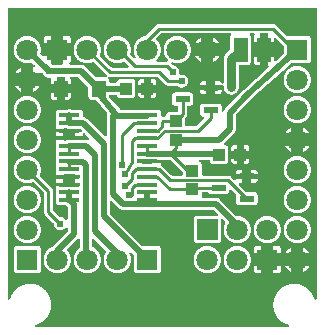
<source format=gtl>
G04 Layer: TopLayer*
G04 EasyEDA v6.3.53, 2020-06-11T20:36:36+02:00*
G04 f86898c5f0de4d6e8d1821827ec38a2b,d798ca008b2c48fc9d28453cf4f639a5,10*
G04 Gerber Generator version 0.2*
G04 Scale: 100 percent, Rotated: No, Reflected: No *
G04 Dimensions in millimeters *
G04 leading zeros omitted , absolute positions ,3 integer and 3 decimal *
%FSLAX33Y33*%
%MOMM*%
G90*
G71D02*

%ADD10C,0.254000*%
%ADD11C,0.508000*%
%ADD12C,0.762000*%
%ADD13C,0.609600*%
%ADD14C,0.610006*%
%ADD15R,1.299997X0.599999*%
%ADD16R,1.199998X1.399997*%
%ADD17R,1.099998X0.999998*%
%ADD18R,1.803400X0.406400*%
%ADD19R,0.999998X1.099998*%
%ADD20R,1.799996X1.799996*%
%ADD21C,1.799996*%
%ADD22R,1.198880X2.159000*%

%LPD*%
G36*
G01X26311Y27302D02*
G01X358Y27302D01*
G01X343Y27301D01*
G01X329Y27298D01*
G01X315Y27293D01*
G01X303Y27286D01*
G01X291Y27277D01*
G01X281Y27267D01*
G01X272Y27255D01*
G01X265Y27243D01*
G01X260Y27229D01*
G01X257Y27215D01*
G01X256Y27200D01*
G01X256Y2677D01*
G01X257Y2663D01*
G01X260Y2649D01*
G01X265Y2635D01*
G01X272Y2623D01*
G01X281Y2611D01*
G01X291Y2601D01*
G01X303Y2592D01*
G01X315Y2585D01*
G01X329Y2580D01*
G01X343Y2577D01*
G01X358Y2576D01*
G01X372Y2577D01*
G01X386Y2580D01*
G01X400Y2585D01*
G01X413Y2592D01*
G01X424Y2601D01*
G01X435Y2611D01*
G01X443Y2623D01*
G01X450Y2636D01*
G01X455Y2649D01*
G01X473Y2707D01*
G01X492Y2764D01*
G01X514Y2820D01*
G01X537Y2875D01*
G01X563Y2930D01*
G01X590Y2984D01*
G01X619Y3037D01*
G01X649Y3088D01*
G01X682Y3139D01*
G01X716Y3189D01*
G01X752Y3237D01*
G01X789Y3284D01*
G01X828Y3330D01*
G01X869Y3374D01*
G01X911Y3417D01*
G01X954Y3459D01*
G01X999Y3499D01*
G01X1045Y3538D01*
G01X1093Y3575D01*
G01X1141Y3610D01*
G01X1191Y3644D01*
G01X1242Y3676D01*
G01X1294Y3706D01*
G01X1347Y3735D01*
G01X1401Y3761D01*
G01X1456Y3786D01*
G01X1512Y3809D01*
G01X1568Y3830D01*
G01X1625Y3849D01*
G01X1683Y3866D01*
G01X1741Y3881D01*
G01X1800Y3894D01*
G01X1859Y3906D01*
G01X1918Y3915D01*
G01X1978Y3922D01*
G01X2038Y3927D01*
G01X2098Y3930D01*
G01X2159Y3931D01*
G01X2219Y3930D01*
G01X2279Y3927D01*
G01X2340Y3922D01*
G01X2400Y3915D01*
G01X2460Y3905D01*
G01X2519Y3894D01*
G01X2578Y3881D01*
G01X2637Y3865D01*
G01X2695Y3848D01*
G01X2752Y3829D01*
G01X2809Y3807D01*
G01X2865Y3784D01*
G01X2920Y3759D01*
G01X2974Y3732D01*
G01X3027Y3704D01*
G01X3079Y3673D01*
G01X3131Y3641D01*
G01X3181Y3607D01*
G01X3230Y3571D01*
G01X3277Y3533D01*
G01X3323Y3494D01*
G01X3368Y3454D01*
G01X3412Y3412D01*
G01X3454Y3368D01*
G01X3494Y3323D01*
G01X3533Y3277D01*
G01X3571Y3230D01*
G01X3607Y3181D01*
G01X3641Y3131D01*
G01X3673Y3079D01*
G01X3704Y3027D01*
G01X3732Y2974D01*
G01X3759Y2920D01*
G01X3784Y2865D01*
G01X3807Y2809D01*
G01X3829Y2752D01*
G01X3848Y2695D01*
G01X3865Y2637D01*
G01X3881Y2578D01*
G01X3894Y2519D01*
G01X3905Y2460D01*
G01X3915Y2400D01*
G01X3922Y2340D01*
G01X3927Y2279D01*
G01X3930Y2219D01*
G01X3931Y2159D01*
G01X3930Y2098D01*
G01X3927Y2038D01*
G01X3922Y1978D01*
G01X3915Y1918D01*
G01X3906Y1859D01*
G01X3894Y1800D01*
G01X3881Y1741D01*
G01X3866Y1683D01*
G01X3849Y1625D01*
G01X3830Y1568D01*
G01X3809Y1512D01*
G01X3786Y1456D01*
G01X3761Y1401D01*
G01X3735Y1347D01*
G01X3706Y1294D01*
G01X3676Y1242D01*
G01X3644Y1191D01*
G01X3610Y1141D01*
G01X3575Y1093D01*
G01X3538Y1045D01*
G01X3499Y999D01*
G01X3459Y954D01*
G01X3417Y911D01*
G01X3374Y869D01*
G01X3330Y828D01*
G01X3284Y789D01*
G01X3237Y752D01*
G01X3189Y716D01*
G01X3139Y682D01*
G01X3088Y649D01*
G01X3037Y619D01*
G01X2984Y590D01*
G01X2930Y563D01*
G01X2875Y537D01*
G01X2820Y514D01*
G01X2764Y492D01*
G01X2707Y473D01*
G01X2649Y455D01*
G01X2636Y450D01*
G01X2623Y443D01*
G01X2611Y435D01*
G01X2601Y424D01*
G01X2592Y413D01*
G01X2585Y400D01*
G01X2580Y386D01*
G01X2577Y372D01*
G01X2576Y358D01*
G01X2577Y343D01*
G01X2580Y329D01*
G01X2585Y315D01*
G01X2592Y303D01*
G01X2601Y291D01*
G01X2611Y281D01*
G01X2623Y272D01*
G01X2635Y265D01*
G01X2649Y260D01*
G01X2663Y257D01*
G01X2677Y256D01*
G01X23992Y256D01*
G01X24006Y257D01*
G01X24020Y260D01*
G01X24034Y265D01*
G01X24046Y272D01*
G01X24058Y281D01*
G01X24068Y291D01*
G01X24077Y303D01*
G01X24084Y315D01*
G01X24089Y329D01*
G01X24092Y343D01*
G01X24093Y358D01*
G01X24092Y372D01*
G01X24089Y386D01*
G01X24084Y400D01*
G01X24077Y413D01*
G01X24068Y424D01*
G01X24058Y435D01*
G01X24046Y443D01*
G01X24033Y450D01*
G01X24020Y455D01*
G01X23962Y473D01*
G01X23905Y492D01*
G01X23849Y514D01*
G01X23794Y537D01*
G01X23739Y563D01*
G01X23685Y590D01*
G01X23632Y619D01*
G01X23581Y649D01*
G01X23530Y682D01*
G01X23480Y716D01*
G01X23432Y752D01*
G01X23385Y789D01*
G01X23339Y828D01*
G01X23295Y869D01*
G01X23252Y911D01*
G01X23210Y954D01*
G01X23170Y999D01*
G01X23131Y1045D01*
G01X23094Y1093D01*
G01X23059Y1141D01*
G01X23025Y1191D01*
G01X22993Y1242D01*
G01X22963Y1294D01*
G01X22934Y1347D01*
G01X22908Y1401D01*
G01X22883Y1456D01*
G01X22860Y1512D01*
G01X22839Y1568D01*
G01X22820Y1625D01*
G01X22803Y1683D01*
G01X22788Y1741D01*
G01X22775Y1800D01*
G01X22763Y1859D01*
G01X22754Y1918D01*
G01X22747Y1978D01*
G01X22742Y2038D01*
G01X22739Y2098D01*
G01X22738Y2159D01*
G01X22739Y2219D01*
G01X22742Y2279D01*
G01X22747Y2340D01*
G01X22754Y2400D01*
G01X22764Y2460D01*
G01X22775Y2519D01*
G01X22788Y2578D01*
G01X22804Y2637D01*
G01X22821Y2695D01*
G01X22840Y2752D01*
G01X22862Y2809D01*
G01X22885Y2865D01*
G01X22910Y2920D01*
G01X22937Y2974D01*
G01X22965Y3027D01*
G01X22996Y3079D01*
G01X23028Y3131D01*
G01X23062Y3181D01*
G01X23098Y3230D01*
G01X23136Y3277D01*
G01X23175Y3323D01*
G01X23215Y3368D01*
G01X23257Y3412D01*
G01X23301Y3454D01*
G01X23346Y3494D01*
G01X23392Y3533D01*
G01X23439Y3571D01*
G01X23488Y3607D01*
G01X23538Y3641D01*
G01X23590Y3673D01*
G01X23642Y3704D01*
G01X23695Y3732D01*
G01X23749Y3759D01*
G01X23804Y3784D01*
G01X23860Y3807D01*
G01X23917Y3829D01*
G01X23974Y3848D01*
G01X24032Y3865D01*
G01X24091Y3881D01*
G01X24150Y3894D01*
G01X24209Y3905D01*
G01X24269Y3915D01*
G01X24329Y3922D01*
G01X24390Y3927D01*
G01X24450Y3930D01*
G01X24511Y3931D01*
G01X24571Y3930D01*
G01X24631Y3927D01*
G01X24691Y3922D01*
G01X24751Y3915D01*
G01X24810Y3906D01*
G01X24869Y3894D01*
G01X24928Y3881D01*
G01X24986Y3866D01*
G01X25044Y3849D01*
G01X25101Y3830D01*
G01X25157Y3809D01*
G01X25213Y3786D01*
G01X25268Y3761D01*
G01X25322Y3735D01*
G01X25375Y3706D01*
G01X25427Y3676D01*
G01X25478Y3644D01*
G01X25528Y3610D01*
G01X25576Y3575D01*
G01X25624Y3538D01*
G01X25670Y3499D01*
G01X25715Y3459D01*
G01X25758Y3417D01*
G01X25800Y3374D01*
G01X25841Y3330D01*
G01X25880Y3284D01*
G01X25917Y3237D01*
G01X25953Y3189D01*
G01X25987Y3139D01*
G01X26020Y3088D01*
G01X26050Y3037D01*
G01X26079Y2984D01*
G01X26106Y2930D01*
G01X26132Y2875D01*
G01X26155Y2820D01*
G01X26177Y2764D01*
G01X26196Y2707D01*
G01X26214Y2649D01*
G01X26219Y2636D01*
G01X26226Y2623D01*
G01X26234Y2611D01*
G01X26245Y2601D01*
G01X26256Y2592D01*
G01X26269Y2585D01*
G01X26283Y2580D01*
G01X26297Y2577D01*
G01X26311Y2576D01*
G01X26326Y2577D01*
G01X26340Y2580D01*
G01X26354Y2585D01*
G01X26366Y2592D01*
G01X26378Y2601D01*
G01X26388Y2611D01*
G01X26397Y2623D01*
G01X26404Y2635D01*
G01X26409Y2649D01*
G01X26412Y2663D01*
G01X26413Y2677D01*
G01X26413Y27200D01*
G01X26412Y27215D01*
G01X26409Y27229D01*
G01X26404Y27243D01*
G01X26397Y27255D01*
G01X26388Y27267D01*
G01X26378Y27277D01*
G01X26366Y27286D01*
G01X26354Y27293D01*
G01X26340Y27298D01*
G01X26326Y27301D01*
G01X26311Y27302D01*
G37*

%LPC*%
G36*
G01X22733Y25910D02*
G01X13081Y25910D01*
G01X13050Y25909D01*
G01X13021Y25905D01*
G01X12991Y25899D01*
G01X12962Y25891D01*
G01X12934Y25881D01*
G01X12906Y25868D01*
G01X12880Y25854D01*
G01X12855Y25837D01*
G01X12831Y25818D01*
G01X12809Y25798D01*
G01X11929Y24918D01*
G01X11917Y24907D01*
G01X11904Y24899D01*
G01X11889Y24893D01*
G01X11874Y24889D01*
G01X11826Y24880D01*
G01X11778Y24869D01*
G01X11730Y24856D01*
G01X11683Y24840D01*
G01X11637Y24823D01*
G01X11592Y24804D01*
G01X11547Y24783D01*
G01X11504Y24760D01*
G01X11461Y24735D01*
G01X11420Y24709D01*
G01X11380Y24680D01*
G01X11340Y24650D01*
G01X11303Y24619D01*
G01X11266Y24586D01*
G01X11231Y24551D01*
G01X11198Y24515D01*
G01X11166Y24477D01*
G01X11136Y24438D01*
G01X11108Y24398D01*
G01X11081Y24357D01*
G01X11056Y24314D01*
G01X11033Y24271D01*
G01X11011Y24226D01*
G01X10992Y24181D01*
G01X10974Y24135D01*
G01X10959Y24088D01*
G01X10946Y24041D01*
G01X10934Y23993D01*
G01X10925Y23945D01*
G01X10917Y23896D01*
G01X10912Y23847D01*
G01X10909Y23798D01*
G01X10908Y23749D01*
G01X10909Y23696D01*
G01X10913Y23644D01*
G01X10919Y23592D01*
G01X10927Y23540D01*
G01X10938Y23489D01*
G01X10950Y23438D01*
G01X10966Y23388D01*
G01X10983Y23338D01*
G01X11003Y23290D01*
G01X11025Y23242D01*
G01X11049Y23195D01*
G01X11075Y23150D01*
G01X11083Y23133D01*
G01X11088Y23116D01*
G01X11090Y23097D01*
G01X11088Y23083D01*
G01X11085Y23069D01*
G01X11080Y23055D01*
G01X11073Y23043D01*
G01X11065Y23031D01*
G01X11054Y23021D01*
G01X11043Y23012D01*
G01X11030Y23005D01*
G01X11017Y23000D01*
G01X11002Y22997D01*
G01X10988Y22996D01*
G01X10972Y22997D01*
G01X10957Y23001D01*
G01X10942Y23007D01*
G01X10928Y23015D01*
G01X10916Y23026D01*
G01X10650Y23291D01*
G01X10640Y23303D01*
G01X10632Y23317D01*
G01X10626Y23332D01*
G01X10622Y23347D01*
G01X10621Y23363D01*
G01X10622Y23379D01*
G01X10625Y23394D01*
G01X10640Y23444D01*
G01X10653Y23493D01*
G01X10663Y23544D01*
G01X10671Y23595D01*
G01X10676Y23646D01*
G01X10680Y23697D01*
G01X10681Y23749D01*
G01X10680Y23798D01*
G01X10677Y23847D01*
G01X10672Y23895D01*
G01X10664Y23944D01*
G01X10655Y23992D01*
G01X10644Y24040D01*
G01X10630Y24087D01*
G01X10615Y24134D01*
G01X10598Y24180D01*
G01X10578Y24225D01*
G01X10557Y24269D01*
G01X10534Y24313D01*
G01X10509Y24355D01*
G01X10483Y24396D01*
G01X10454Y24436D01*
G01X10424Y24475D01*
G01X10393Y24513D01*
G01X10359Y24549D01*
G01X10325Y24583D01*
G01X10289Y24617D01*
G01X10251Y24648D01*
G01X10212Y24678D01*
G01X10172Y24707D01*
G01X10131Y24733D01*
G01X10089Y24758D01*
G01X10045Y24781D01*
G01X10001Y24802D01*
G01X9956Y24822D01*
G01X9910Y24839D01*
G01X9863Y24854D01*
G01X9816Y24868D01*
G01X9768Y24879D01*
G01X9720Y24888D01*
G01X9671Y24896D01*
G01X9623Y24901D01*
G01X9574Y24904D01*
G01X9525Y24905D01*
G01X9475Y24904D01*
G01X9426Y24901D01*
G01X9378Y24896D01*
G01X9329Y24888D01*
G01X9281Y24879D01*
G01X9233Y24868D01*
G01X9186Y24854D01*
G01X9139Y24839D01*
G01X9093Y24822D01*
G01X9048Y24802D01*
G01X9004Y24781D01*
G01X8960Y24758D01*
G01X8918Y24733D01*
G01X8877Y24707D01*
G01X8837Y24678D01*
G01X8798Y24648D01*
G01X8760Y24617D01*
G01X8724Y24583D01*
G01X8690Y24549D01*
G01X8656Y24513D01*
G01X8625Y24475D01*
G01X8595Y24436D01*
G01X8566Y24396D01*
G01X8540Y24355D01*
G01X8515Y24313D01*
G01X8492Y24269D01*
G01X8471Y24225D01*
G01X8451Y24180D01*
G01X8434Y24134D01*
G01X8419Y24087D01*
G01X8405Y24040D01*
G01X8394Y23992D01*
G01X8385Y23944D01*
G01X8377Y23895D01*
G01X8372Y23847D01*
G01X8369Y23798D01*
G01X8368Y23749D01*
G01X8369Y23699D01*
G01X8372Y23650D01*
G01X8377Y23602D01*
G01X8385Y23553D01*
G01X8394Y23505D01*
G01X8405Y23457D01*
G01X8419Y23410D01*
G01X8434Y23363D01*
G01X8451Y23317D01*
G01X8471Y23272D01*
G01X8492Y23228D01*
G01X8515Y23184D01*
G01X8540Y23142D01*
G01X8566Y23101D01*
G01X8595Y23061D01*
G01X8625Y23022D01*
G01X8656Y22984D01*
G01X8690Y22948D01*
G01X8724Y22914D01*
G01X8760Y22880D01*
G01X8798Y22849D01*
G01X8837Y22819D01*
G01X8877Y22790D01*
G01X8918Y22764D01*
G01X8960Y22739D01*
G01X9004Y22716D01*
G01X9048Y22695D01*
G01X9093Y22675D01*
G01X9139Y22658D01*
G01X9186Y22643D01*
G01X9233Y22629D01*
G01X9281Y22618D01*
G01X9329Y22609D01*
G01X9378Y22601D01*
G01X9426Y22596D01*
G01X9475Y22593D01*
G01X9525Y22592D01*
G01X9573Y22593D01*
G01X9622Y22596D01*
G01X9671Y22601D01*
G01X9719Y22608D01*
G01X9767Y22618D01*
G01X9815Y22629D01*
G01X9862Y22642D01*
G01X9908Y22658D01*
G01X9954Y22675D01*
G01X9999Y22694D01*
G01X10043Y22715D01*
G01X10058Y22721D01*
G01X10073Y22724D01*
G01X10089Y22726D01*
G01X10105Y22724D01*
G01X10120Y22721D01*
G01X10135Y22715D01*
G01X10149Y22706D01*
G01X10161Y22696D01*
G01X10456Y22400D01*
G01X10467Y22388D01*
G01X10475Y22375D01*
G01X10481Y22360D01*
G01X10485Y22345D01*
G01X10486Y22329D01*
G01X10485Y22314D01*
G01X10482Y22300D01*
G01X10477Y22286D01*
G01X10470Y22274D01*
G01X10461Y22262D01*
G01X10451Y22252D01*
G01X10439Y22243D01*
G01X10427Y22236D01*
G01X10413Y22231D01*
G01X10399Y22228D01*
G01X10385Y22227D01*
G01X9090Y22227D01*
G01X9075Y22228D01*
G01X9059Y22232D01*
G01X9044Y22238D01*
G01X9031Y22246D01*
G01X9019Y22257D01*
G01X8077Y23199D01*
G01X8066Y23211D01*
G01X8058Y23225D01*
G01X8052Y23239D01*
G01X8048Y23255D01*
G01X8047Y23271D01*
G01X8049Y23290D01*
G01X8054Y23309D01*
G01X8072Y23356D01*
G01X8088Y23403D01*
G01X8102Y23452D01*
G01X8114Y23500D01*
G01X8124Y23549D01*
G01X8131Y23599D01*
G01X8137Y23649D01*
G01X8140Y23698D01*
G01X8141Y23749D01*
G01X8140Y23798D01*
G01X8137Y23847D01*
G01X8132Y23895D01*
G01X8124Y23944D01*
G01X8115Y23992D01*
G01X8104Y24040D01*
G01X8090Y24087D01*
G01X8075Y24134D01*
G01X8058Y24180D01*
G01X8038Y24225D01*
G01X8017Y24269D01*
G01X7994Y24313D01*
G01X7969Y24355D01*
G01X7943Y24396D01*
G01X7914Y24436D01*
G01X7884Y24475D01*
G01X7853Y24513D01*
G01X7819Y24549D01*
G01X7785Y24583D01*
G01X7749Y24617D01*
G01X7711Y24648D01*
G01X7672Y24678D01*
G01X7632Y24707D01*
G01X7591Y24733D01*
G01X7549Y24758D01*
G01X7505Y24781D01*
G01X7461Y24802D01*
G01X7416Y24822D01*
G01X7370Y24839D01*
G01X7323Y24854D01*
G01X7276Y24868D01*
G01X7228Y24879D01*
G01X7180Y24888D01*
G01X7131Y24896D01*
G01X7083Y24901D01*
G01X7034Y24904D01*
G01X6985Y24905D01*
G01X6935Y24904D01*
G01X6886Y24901D01*
G01X6838Y24896D01*
G01X6789Y24888D01*
G01X6741Y24879D01*
G01X6693Y24868D01*
G01X6646Y24854D01*
G01X6599Y24839D01*
G01X6553Y24822D01*
G01X6508Y24802D01*
G01X6464Y24781D01*
G01X6420Y24758D01*
G01X6378Y24733D01*
G01X6337Y24707D01*
G01X6297Y24678D01*
G01X6258Y24648D01*
G01X6220Y24617D01*
G01X6184Y24583D01*
G01X6150Y24549D01*
G01X6116Y24513D01*
G01X6085Y24475D01*
G01X6055Y24436D01*
G01X6026Y24396D01*
G01X6000Y24355D01*
G01X5975Y24313D01*
G01X5952Y24269D01*
G01X5931Y24225D01*
G01X5911Y24180D01*
G01X5894Y24134D01*
G01X5879Y24087D01*
G01X5865Y24040D01*
G01X5854Y23992D01*
G01X5845Y23944D01*
G01X5837Y23895D01*
G01X5832Y23847D01*
G01X5829Y23798D01*
G01X5828Y23749D01*
G01X5829Y23699D01*
G01X5832Y23649D01*
G01X5838Y23599D01*
G01X5845Y23550D01*
G01X5855Y23501D01*
G01X5866Y23452D01*
G01X5880Y23405D01*
G01X5896Y23357D01*
G01X5914Y23311D01*
G01X5934Y23265D01*
G01X5956Y23220D01*
G01X5980Y23176D01*
G01X6005Y23133D01*
G01X6033Y23092D01*
G01X6062Y23051D01*
G01X6093Y23012D01*
G01X6125Y22974D01*
G01X6160Y22938D01*
G01X6195Y22903D01*
G01X6232Y22870D01*
G01X6271Y22838D01*
G01X6311Y22808D01*
G01X6352Y22780D01*
G01X6395Y22754D01*
G01X6438Y22729D01*
G01X6482Y22707D01*
G01X6528Y22686D01*
G01X6574Y22667D01*
G01X6588Y22661D01*
G01X6600Y22652D01*
G01X6612Y22642D01*
G01X6621Y22630D01*
G01X6629Y22617D01*
G01X6645Y22624D01*
G01X6661Y22629D01*
G01X6678Y22630D01*
G01X6703Y22627D01*
G01X6758Y22614D01*
G01X6814Y22605D01*
G01X6871Y22598D01*
G01X6928Y22593D01*
G01X6985Y22592D01*
G01X7035Y22593D01*
G01X7084Y22596D01*
G01X7134Y22602D01*
G01X7184Y22609D01*
G01X7233Y22619D01*
G01X7281Y22631D01*
G01X7330Y22645D01*
G01X7377Y22661D01*
G01X7424Y22679D01*
G01X7443Y22684D01*
G01X7462Y22686D01*
G01X7478Y22685D01*
G01X7494Y22681D01*
G01X7508Y22675D01*
G01X7522Y22667D01*
G01X7534Y22656D01*
G01X8614Y21576D01*
G01X8624Y21564D01*
G01X8633Y21551D01*
G01X8639Y21536D01*
G01X8643Y21521D01*
G01X8644Y21505D01*
G01X8643Y21490D01*
G01X8640Y21476D01*
G01X8635Y21462D01*
G01X8628Y21450D01*
G01X8619Y21438D01*
G01X8609Y21428D01*
G01X8597Y21419D01*
G01X8584Y21412D01*
G01X8571Y21407D01*
G01X8557Y21404D01*
G01X8542Y21403D01*
G01X7757Y21403D01*
G01X7741Y21404D01*
G01X7726Y21408D01*
G01X7711Y21414D01*
G01X7698Y21422D01*
G01X7685Y21433D01*
G01X6787Y22332D01*
G01X6760Y22357D01*
G01X6731Y22380D01*
G01X6701Y22401D01*
G01X6669Y22419D01*
G01X6636Y22436D01*
G01X6621Y22444D01*
G01X6607Y22455D01*
G01X6596Y22468D01*
G01X6587Y22483D01*
G01X6571Y22476D01*
G01X6555Y22472D01*
G01X6538Y22471D01*
G01X6519Y22472D01*
G01X6473Y22479D01*
G01X6426Y22481D01*
G01X5584Y22481D01*
G01X5570Y22482D01*
G01X5556Y22485D01*
G01X5542Y22490D01*
G01X5530Y22497D01*
G01X5518Y22506D01*
G01X5508Y22516D01*
G01X5499Y22528D01*
G01X5492Y22540D01*
G01X5487Y22554D01*
G01X5484Y22568D01*
G01X5483Y22583D01*
G01X5484Y22600D01*
G01X5488Y22616D01*
G01X5495Y22632D01*
G01X5505Y22646D01*
G01X5516Y22658D01*
G01X5533Y22675D01*
G01X5549Y22693D01*
G01X5562Y22713D01*
G01X5574Y22734D01*
G01X5584Y22755D01*
G01X5591Y22778D01*
G01X5597Y22801D01*
G01X5600Y22825D01*
G01X5601Y22849D01*
G01X5601Y23235D01*
G01X4958Y23235D01*
G01X4958Y22583D01*
G01X4957Y22568D01*
G01X4954Y22554D01*
G01X4949Y22540D01*
G01X4942Y22528D01*
G01X4933Y22516D01*
G01X4923Y22506D01*
G01X4911Y22497D01*
G01X4899Y22490D01*
G01X4885Y22485D01*
G01X4871Y22482D01*
G01X4856Y22481D01*
G01X4033Y22481D01*
G01X4018Y22482D01*
G01X4004Y22485D01*
G01X3990Y22490D01*
G01X3978Y22497D01*
G01X3966Y22506D01*
G01X3956Y22516D01*
G01X3947Y22528D01*
G01X3940Y22540D01*
G01X3935Y22554D01*
G01X3932Y22568D01*
G01X3931Y22583D01*
G01X3931Y23235D01*
G01X3215Y23235D01*
G01X3201Y23232D01*
G01X3186Y23231D01*
G01X3170Y23232D01*
G01X3155Y23236D01*
G01X3140Y23242D01*
G01X3127Y23250D01*
G01X3115Y23260D01*
G01X3043Y23332D01*
G01X3032Y23344D01*
G01X3024Y23358D01*
G01X3018Y23373D01*
G01X3014Y23388D01*
G01X3013Y23404D01*
G01X3017Y23432D01*
G01X3030Y23484D01*
G01X3041Y23536D01*
G01X3050Y23589D01*
G01X3056Y23642D01*
G01X3060Y23695D01*
G01X3061Y23749D01*
G01X3060Y23798D01*
G01X3057Y23847D01*
G01X3052Y23895D01*
G01X3044Y23944D01*
G01X3035Y23992D01*
G01X3024Y24040D01*
G01X3010Y24087D01*
G01X2995Y24134D01*
G01X2978Y24180D01*
G01X2958Y24225D01*
G01X2937Y24269D01*
G01X2914Y24313D01*
G01X2889Y24355D01*
G01X2863Y24396D01*
G01X2834Y24436D01*
G01X2804Y24475D01*
G01X2773Y24513D01*
G01X2739Y24549D01*
G01X2705Y24583D01*
G01X2669Y24617D01*
G01X2631Y24648D01*
G01X2592Y24678D01*
G01X2552Y24707D01*
G01X2511Y24733D01*
G01X2469Y24758D01*
G01X2425Y24781D01*
G01X2381Y24802D01*
G01X2336Y24822D01*
G01X2290Y24839D01*
G01X2243Y24854D01*
G01X2196Y24868D01*
G01X2148Y24879D01*
G01X2100Y24888D01*
G01X2051Y24896D01*
G01X2003Y24901D01*
G01X1954Y24904D01*
G01X1905Y24905D01*
G01X1855Y24904D01*
G01X1806Y24901D01*
G01X1758Y24896D01*
G01X1709Y24888D01*
G01X1661Y24879D01*
G01X1613Y24868D01*
G01X1566Y24854D01*
G01X1519Y24839D01*
G01X1473Y24822D01*
G01X1428Y24802D01*
G01X1384Y24781D01*
G01X1340Y24758D01*
G01X1298Y24733D01*
G01X1257Y24707D01*
G01X1217Y24678D01*
G01X1178Y24648D01*
G01X1140Y24617D01*
G01X1104Y24583D01*
G01X1070Y24549D01*
G01X1036Y24513D01*
G01X1005Y24475D01*
G01X975Y24436D01*
G01X946Y24396D01*
G01X920Y24355D01*
G01X895Y24313D01*
G01X872Y24269D01*
G01X851Y24225D01*
G01X831Y24180D01*
G01X814Y24134D01*
G01X799Y24087D01*
G01X785Y24040D01*
G01X774Y23992D01*
G01X765Y23944D01*
G01X757Y23895D01*
G01X752Y23847D01*
G01X749Y23798D01*
G01X748Y23749D01*
G01X749Y23699D01*
G01X752Y23650D01*
G01X757Y23602D01*
G01X765Y23553D01*
G01X774Y23505D01*
G01X785Y23457D01*
G01X799Y23410D01*
G01X814Y23363D01*
G01X831Y23317D01*
G01X851Y23272D01*
G01X872Y23228D01*
G01X895Y23184D01*
G01X920Y23142D01*
G01X946Y23101D01*
G01X975Y23061D01*
G01X1005Y23022D01*
G01X1036Y22984D01*
G01X1070Y22948D01*
G01X1104Y22914D01*
G01X1140Y22880D01*
G01X1178Y22849D01*
G01X1217Y22819D01*
G01X1257Y22790D01*
G01X1298Y22764D01*
G01X1340Y22739D01*
G01X1384Y22716D01*
G01X1428Y22695D01*
G01X1473Y22675D01*
G01X1519Y22658D01*
G01X1566Y22643D01*
G01X1613Y22629D01*
G01X1661Y22618D01*
G01X1709Y22609D01*
G01X1758Y22601D01*
G01X1806Y22596D01*
G01X1855Y22593D01*
G01X1905Y22592D01*
G01X1958Y22593D01*
G01X2011Y22597D01*
G01X2064Y22603D01*
G01X2117Y22612D01*
G01X2169Y22623D01*
G01X2221Y22636D01*
G01X2249Y22640D01*
G01X2265Y22639D01*
G01X2280Y22635D01*
G01X2295Y22629D01*
G01X2309Y22621D01*
G01X2321Y22610D01*
G01X2512Y22419D01*
G01X2523Y22406D01*
G01X2531Y22393D01*
G01X2537Y22378D01*
G01X2541Y22363D01*
G01X2542Y22347D01*
G01X2541Y22332D01*
G01X2538Y22318D01*
G01X2533Y22305D01*
G01X2526Y22292D01*
G01X2517Y22280D01*
G01X2507Y22270D01*
G01X2496Y22261D01*
G01X2483Y22254D01*
G01X2469Y22249D01*
G01X2455Y22246D01*
G01X2441Y22245D01*
G01X2418Y22248D01*
G01X2418Y21722D01*
G01X2944Y21722D01*
G01X2941Y21745D01*
G01X2942Y21759D01*
G01X2945Y21773D01*
G01X2950Y21787D01*
G01X2957Y21800D01*
G01X2966Y21811D01*
G01X2976Y21821D01*
G01X2988Y21830D01*
G01X3001Y21837D01*
G01X3014Y21842D01*
G01X3028Y21845D01*
G01X3043Y21846D01*
G01X3059Y21845D01*
G01X3074Y21841D01*
G01X3089Y21835D01*
G01X3102Y21827D01*
G01X3115Y21816D01*
G01X3188Y21743D01*
G01X3201Y21728D01*
G01X3210Y21710D01*
G01X3224Y21678D01*
G01X3240Y21647D01*
G01X3259Y21617D01*
G01X3279Y21589D01*
G01X3300Y21561D01*
G01X3323Y21536D01*
G01X3348Y21511D01*
G01X3375Y21488D01*
G01X3402Y21467D01*
G01X3431Y21448D01*
G01X3462Y21430D01*
G01X3493Y21414D01*
G01X3525Y21401D01*
G01X3558Y21389D01*
G01X3591Y21379D01*
G01X3625Y21372D01*
G01X3660Y21367D01*
G01X3694Y21363D01*
G01X3729Y21362D01*
G01X3764Y21363D01*
G01X3799Y21367D01*
G01X3812Y21367D01*
G01X3826Y21366D01*
G01X3840Y21363D01*
G01X3854Y21358D01*
G01X3867Y21351D01*
G01X3878Y21343D01*
G01X3888Y21332D01*
G01X3897Y21321D01*
G01X3904Y21308D01*
G01X3909Y21294D01*
G01X3912Y21280D01*
G01X3913Y21266D01*
G01X3912Y21249D01*
G01X3908Y21232D01*
G01X3899Y21204D01*
G01X3895Y21175D01*
G01X3893Y21146D01*
G01X3893Y20860D01*
G01X4386Y20860D01*
G01X4386Y21358D01*
G01X4387Y21373D01*
G01X4390Y21387D01*
G01X4395Y21401D01*
G01X4402Y21413D01*
G01X4411Y21425D01*
G01X4421Y21435D01*
G01X4433Y21444D01*
G01X4445Y21451D01*
G01X4459Y21456D01*
G01X4473Y21459D01*
G01X4488Y21460D01*
G01X5011Y21460D01*
G01X5026Y21459D01*
G01X5040Y21456D01*
G01X5054Y21451D01*
G01X5066Y21444D01*
G01X5078Y21435D01*
G01X5088Y21425D01*
G01X5097Y21413D01*
G01X5104Y21401D01*
G01X5109Y21387D01*
G01X5112Y21373D01*
G01X5113Y21358D01*
G01X5113Y20860D01*
G01X5606Y20860D01*
G01X5606Y21146D01*
G01X5605Y21170D01*
G01X5602Y21193D01*
G01X5597Y21215D01*
G01X5589Y21237D01*
G01X5580Y21259D01*
G01X5569Y21279D01*
G01X5556Y21298D01*
G01X5548Y21312D01*
G01X5542Y21327D01*
G01X5538Y21342D01*
G01X5537Y21358D01*
G01X5538Y21373D01*
G01X5541Y21387D01*
G01X5546Y21401D01*
G01X5553Y21413D01*
G01X5561Y21425D01*
G01X5572Y21435D01*
G01X5583Y21444D01*
G01X5596Y21451D01*
G01X5610Y21456D01*
G01X5624Y21459D01*
G01X5638Y21460D01*
G01X6172Y21460D01*
G01X6188Y21459D01*
G01X6204Y21455D01*
G01X6218Y21449D01*
G01X6232Y21441D01*
G01X6244Y21430D01*
G01X7063Y20611D01*
G01X7074Y20599D01*
G01X7082Y20585D01*
G01X7088Y20570D01*
G01X7092Y20555D01*
G01X7093Y20539D01*
G01X7093Y19747D01*
G01X7094Y19723D01*
G01X7097Y19699D01*
G01X7103Y19676D01*
G01X7110Y19654D01*
G01X7120Y19632D01*
G01X7131Y19611D01*
G01X7145Y19592D01*
G01X7160Y19574D01*
G01X7177Y19557D01*
G01X7195Y19542D01*
G01X7215Y19528D01*
G01X7235Y19517D01*
G01X7257Y19507D01*
G01X7279Y19500D01*
G01X7302Y19494D01*
G01X7326Y19491D01*
G01X7350Y19490D01*
G01X7659Y19490D01*
G01X7674Y19489D01*
G01X7688Y19486D01*
G01X7702Y19481D01*
G01X7714Y19474D01*
G01X7726Y19465D01*
G01X7736Y19455D01*
G01X8636Y18410D01*
G01X8645Y18398D01*
G01X8652Y18385D01*
G01X8657Y18372D01*
G01X8660Y18358D01*
G01X8661Y18343D01*
G01X8660Y18328D01*
G01X8656Y18313D01*
G01X8646Y18276D01*
G01X8639Y18238D01*
G01X8634Y18199D01*
G01X8633Y18161D01*
G01X8633Y16463D01*
G01X8632Y16449D01*
G01X8629Y16435D01*
G01X8624Y16421D01*
G01X8617Y16408D01*
G01X8608Y16397D01*
G01X8598Y16387D01*
G01X8586Y16378D01*
G01X8574Y16371D01*
G01X8560Y16366D01*
G01X8546Y16363D01*
G01X8531Y16362D01*
G01X8515Y16363D01*
G01X8500Y16367D01*
G01X8485Y16373D01*
G01X8472Y16381D01*
G01X8460Y16391D01*
G01X6965Y17887D01*
G01X6940Y17909D01*
G01X6914Y17931D01*
G01X6887Y17950D01*
G01X6859Y17968D01*
G01X6829Y17984D01*
G01X6799Y17997D01*
G01X6767Y18009D01*
G01X6735Y18019D01*
G01X6703Y18026D01*
G01X6688Y18030D01*
G01X6674Y18037D01*
G01X6661Y18045D01*
G01X6649Y18056D01*
G01X6639Y18068D01*
G01X6631Y18081D01*
G01X6625Y18095D01*
G01X6622Y18111D01*
G01X6621Y18126D01*
G01X6621Y18389D01*
G01X6620Y18413D01*
G01X6616Y18436D01*
G01X6611Y18459D01*
G01X6603Y18482D01*
G01X6594Y18503D01*
G01X6582Y18524D01*
G01X6569Y18544D01*
G01X6554Y18562D01*
G01X6537Y18579D01*
G01X6519Y18594D01*
G01X6499Y18607D01*
G01X6479Y18619D01*
G01X6457Y18628D01*
G01X6434Y18636D01*
G01X6411Y18641D01*
G01X6388Y18645D01*
G01X6364Y18646D01*
G01X5707Y18646D01*
G01X5687Y18648D01*
G01X5667Y18654D01*
G01X5634Y18667D01*
G01X5601Y18677D01*
G01X5567Y18686D01*
G01X5533Y18692D01*
G01X5498Y18695D01*
G01X5463Y18696D01*
G01X5428Y18695D01*
G01X5393Y18692D01*
G01X5359Y18686D01*
G01X5325Y18677D01*
G01X5292Y18667D01*
G01X5259Y18654D01*
G01X5240Y18648D01*
G01X5219Y18646D01*
G01X4561Y18646D01*
G01X4537Y18645D01*
G01X4514Y18641D01*
G01X4491Y18636D01*
G01X4468Y18628D01*
G01X4446Y18619D01*
G01X4426Y18607D01*
G01X4406Y18594D01*
G01X4388Y18579D01*
G01X4371Y18562D01*
G01X4356Y18544D01*
G01X4343Y18524D01*
G01X4331Y18503D01*
G01X4322Y18482D01*
G01X4314Y18459D01*
G01X4309Y18436D01*
G01X4305Y18413D01*
G01X4304Y18389D01*
G01X4304Y17983D01*
G01X4305Y17959D01*
G01X4308Y17936D01*
G01X4314Y17914D01*
G01X4321Y17892D01*
G01X4326Y17874D01*
G01X4328Y17856D01*
G01X4326Y17837D01*
G01X4321Y17820D01*
G01X4314Y17798D01*
G01X4308Y17775D01*
G01X4305Y17752D01*
G01X4304Y17729D01*
G01X4304Y17322D01*
G01X4306Y17295D01*
G01X4310Y17267D01*
G01X4318Y17240D01*
G01X4322Y17224D01*
G01X4323Y17208D01*
G01X4322Y17192D01*
G01X4318Y17176D01*
G01X4310Y17149D01*
G01X4306Y17121D01*
G01X4304Y17094D01*
G01X4304Y17056D01*
G01X5005Y17056D01*
G01X5020Y17061D01*
G01X5035Y17065D01*
G01X5050Y17066D01*
G01X5219Y17066D01*
G01X5240Y17064D01*
G01X5259Y17057D01*
G01X5292Y17045D01*
G01X5325Y17034D01*
G01X5359Y17026D01*
G01X5393Y17020D01*
G01X5428Y17016D01*
G01X5463Y17015D01*
G01X6350Y17015D01*
G01X6366Y17014D01*
G01X6381Y17010D01*
G01X6396Y17004D01*
G01X6410Y16996D01*
G01X6422Y16985D01*
G01X6508Y16899D01*
G01X6519Y16887D01*
G01X6527Y16873D01*
G01X6533Y16858D01*
G01X6537Y16843D01*
G01X6538Y16827D01*
G01X6537Y16813D01*
G01X6534Y16798D01*
G01X6529Y16785D01*
G01X6522Y16772D01*
G01X6513Y16760D01*
G01X6503Y16750D01*
G01X6491Y16742D01*
G01X6479Y16735D01*
G01X6465Y16730D01*
G01X6451Y16726D01*
G01X6436Y16725D01*
G01X5977Y16725D01*
G01X5977Y16395D01*
G01X6621Y16395D01*
G01X6621Y16433D01*
G01X6620Y16457D01*
G01X6617Y16480D01*
G01X6611Y16502D01*
G01X6604Y16524D01*
G01X6599Y16542D01*
G01X6597Y16560D01*
G01X6599Y16579D01*
G01X6604Y16596D01*
G01X6605Y16598D01*
G01X6611Y16612D01*
G01X6620Y16625D01*
G01X6630Y16637D01*
G01X6642Y16647D01*
G01X6655Y16654D01*
G01X6670Y16660D01*
G01X6685Y16664D01*
G01X6700Y16665D01*
G01X6716Y16664D01*
G01X6732Y16660D01*
G01X6746Y16654D01*
G01X6760Y16645D01*
G01X6772Y16635D01*
G01X7140Y16267D01*
G01X7150Y16255D01*
G01X7159Y16241D01*
G01X7165Y16227D01*
G01X7168Y16211D01*
G01X7170Y16195D01*
G01X7169Y16181D01*
G01X7165Y16167D01*
G01X7160Y16153D01*
G01X7153Y16140D01*
G01X7145Y16129D01*
G01X7135Y16119D01*
G01X7123Y16110D01*
G01X7110Y16103D01*
G01X7097Y16098D01*
G01X7082Y16095D01*
G01X7068Y16094D01*
G01X7050Y16095D01*
G01X7033Y16100D01*
G01X6999Y16111D01*
G01X6964Y16120D01*
G01X6929Y16126D01*
G01X6893Y16130D01*
G01X6858Y16131D01*
G01X5463Y16131D01*
G01X5430Y16130D01*
G01X5397Y16127D01*
G01X5364Y16121D01*
G01X5332Y16114D01*
G01X5300Y16104D01*
G01X5269Y16093D01*
G01X5239Y16079D01*
G01X5210Y16064D01*
G01X5181Y16046D01*
G01X5168Y16039D01*
G01X5155Y16034D01*
G01X5140Y16031D01*
G01X5125Y16029D01*
G01X5050Y16029D01*
G01X5035Y16030D01*
G01X5021Y16034D01*
G01X5007Y16039D01*
G01X4994Y16046D01*
G01X4983Y16055D01*
G01X4973Y16065D01*
G01X4304Y16065D01*
G01X4304Y16027D01*
G01X4305Y16004D01*
G01X4308Y15981D01*
G01X4314Y15958D01*
G01X4321Y15936D01*
G01X4326Y15918D01*
G01X4328Y15900D01*
G01X4326Y15882D01*
G01X4321Y15864D01*
G01X4314Y15842D01*
G01X4308Y15819D01*
G01X4305Y15796D01*
G01X4304Y15773D01*
G01X4304Y15367D01*
G01X4306Y15339D01*
G01X4310Y15311D01*
G01X4318Y15285D01*
G01X4322Y15269D01*
G01X4323Y15252D01*
G01X4322Y15236D01*
G01X4318Y15220D01*
G01X4310Y15193D01*
G01X4306Y15166D01*
G01X4304Y15138D01*
G01X4304Y14732D01*
G01X4305Y14708D01*
G01X4308Y14685D01*
G01X4314Y14663D01*
G01X4321Y14641D01*
G01X4326Y14623D01*
G01X4328Y14605D01*
G01X4326Y14586D01*
G01X4321Y14568D01*
G01X4314Y14546D01*
G01X4308Y14524D01*
G01X4305Y14501D01*
G01X4304Y14478D01*
G01X4304Y14071D01*
G01X4306Y14043D01*
G01X4310Y14016D01*
G01X4318Y13989D01*
G01X4322Y13973D01*
G01X4323Y13957D01*
G01X4322Y13940D01*
G01X4318Y13924D01*
G01X4310Y13898D01*
G01X4306Y13870D01*
G01X4304Y13843D01*
G01X4304Y13436D01*
G01X4305Y13413D01*
G01X4308Y13390D01*
G01X4314Y13367D01*
G01X4321Y13345D01*
G01X4326Y13327D01*
G01X4328Y13309D01*
G01X4326Y13291D01*
G01X4321Y13273D01*
G01X4314Y13251D01*
G01X4308Y13228D01*
G01X4305Y13205D01*
G01X4304Y13182D01*
G01X4304Y13144D01*
G01X4973Y13144D01*
G01X4983Y13154D01*
G01X4994Y13163D01*
G01X5007Y13170D01*
G01X5021Y13175D01*
G01X5035Y13179D01*
G01X5050Y13180D01*
G01X5875Y13180D01*
G01X5890Y13179D01*
G01X5904Y13175D01*
G01X5918Y13170D01*
G01X5931Y13163D01*
G01X5942Y13154D01*
G01X5952Y13144D01*
G01X6245Y13144D01*
G01X6260Y13143D01*
G01X6274Y13140D01*
G01X6288Y13135D01*
G01X6300Y13128D01*
G01X6312Y13119D01*
G01X6322Y13109D01*
G01X6331Y13097D01*
G01X6338Y13085D01*
G01X6343Y13071D01*
G01X6346Y13057D01*
G01X6347Y13042D01*
G01X6347Y12915D01*
G01X6346Y12901D01*
G01X6343Y12887D01*
G01X6338Y12873D01*
G01X6331Y12860D01*
G01X6322Y12849D01*
G01X6312Y12839D01*
G01X6300Y12830D01*
G01X6288Y12823D01*
G01X6274Y12818D01*
G01X6260Y12815D01*
G01X6245Y12814D01*
G01X5977Y12814D01*
G01X5977Y12484D01*
G01X6245Y12484D01*
G01X6260Y12483D01*
G01X6274Y12479D01*
G01X6288Y12474D01*
G01X6300Y12467D01*
G01X6312Y12459D01*
G01X6322Y12449D01*
G01X6331Y12437D01*
G01X6338Y12424D01*
G01X6343Y12411D01*
G01X6346Y12396D01*
G01X6347Y12382D01*
G01X6347Y12255D01*
G01X6346Y12241D01*
G01X6343Y12226D01*
G01X6338Y12213D01*
G01X6331Y12200D01*
G01X6322Y12188D01*
G01X6312Y12178D01*
G01X6300Y12170D01*
G01X6288Y12163D01*
G01X6274Y12158D01*
G01X6260Y12154D01*
G01X6245Y12153D01*
G01X5920Y12153D01*
G01X5905Y12148D01*
G01X5890Y12144D01*
G01X5875Y12143D01*
G01X5707Y12143D01*
G01X5686Y12145D01*
G01X5666Y12152D01*
G01X5634Y12164D01*
G01X5600Y12175D01*
G01X5567Y12183D01*
G01X5532Y12189D01*
G01X5497Y12193D01*
G01X5463Y12194D01*
G01X5428Y12193D01*
G01X5393Y12189D01*
G01X5359Y12183D01*
G01X5325Y12175D01*
G01X5291Y12164D01*
G01X5259Y12152D01*
G01X5239Y12145D01*
G01X5218Y12143D01*
G01X5050Y12143D01*
G01X5035Y12144D01*
G01X5020Y12148D01*
G01X5005Y12153D01*
G01X4304Y12153D01*
G01X4304Y12115D01*
G01X4306Y12088D01*
G01X4310Y12060D01*
G01X4318Y12033D01*
G01X4322Y12017D01*
G01X4323Y12001D01*
G01X4322Y11985D01*
G01X4318Y11969D01*
G01X4310Y11942D01*
G01X4306Y11914D01*
G01X4304Y11887D01*
G01X4304Y11480D01*
G01X4305Y11457D01*
G01X4308Y11434D01*
G01X4314Y11411D01*
G01X4321Y11389D01*
G01X4326Y11372D01*
G01X4328Y11353D01*
G01X4326Y11335D01*
G01X4321Y11317D01*
G01X4314Y11295D01*
G01X4308Y11273D01*
G01X4305Y11250D01*
G01X4304Y11226D01*
G01X4304Y10820D01*
G01X4305Y10796D01*
G01X4309Y10773D01*
G01X4314Y10750D01*
G01X4322Y10727D01*
G01X4331Y10706D01*
G01X4343Y10685D01*
G01X4356Y10665D01*
G01X4371Y10647D01*
G01X4388Y10630D01*
G01X4406Y10615D01*
G01X4426Y10602D01*
G01X4446Y10590D01*
G01X4468Y10581D01*
G01X4491Y10573D01*
G01X4514Y10568D01*
G01X4537Y10564D01*
G01X4561Y10563D01*
G01X5158Y10563D01*
G01X5174Y10562D01*
G01X5190Y10558D01*
G01X5204Y10552D01*
G01X5218Y10544D01*
G01X5230Y10534D01*
G01X5301Y10462D01*
G01X5312Y10450D01*
G01X5320Y10437D01*
G01X5326Y10422D01*
G01X5330Y10406D01*
G01X5331Y10391D01*
G01X5331Y9414D01*
G01X5330Y9399D01*
G01X5327Y9385D01*
G01X5322Y9371D01*
G01X5315Y9359D01*
G01X5306Y9347D01*
G01X5296Y9337D01*
G01X5284Y9328D01*
G01X5272Y9321D01*
G01X5258Y9316D01*
G01X5244Y9313D01*
G01X5229Y9312D01*
G01X5214Y9313D01*
G01X5198Y9317D01*
G01X5184Y9323D01*
G01X5170Y9331D01*
G01X5158Y9341D01*
G01X5148Y9353D01*
G01X5126Y9381D01*
G01X5102Y9407D01*
G01X5076Y9432D01*
G01X5049Y9455D01*
G01X5020Y9477D01*
G01X4990Y9496D01*
G01X4959Y9514D01*
G01X4927Y9529D01*
G01X4893Y9543D01*
G01X4859Y9554D01*
G01X4825Y9563D01*
G01X4790Y9570D01*
G01X4754Y9575D01*
G01X4718Y9577D01*
G01X4703Y9579D01*
G01X4689Y9583D01*
G01X4675Y9589D01*
G01X4662Y9597D01*
G01X4650Y9607D01*
G01X4096Y10162D01*
G01X4085Y10174D01*
G01X4077Y10187D01*
G01X4071Y10202D01*
G01X4067Y10218D01*
G01X4066Y10233D01*
G01X4066Y11811D01*
G01X4065Y11841D01*
G01X4061Y11870D01*
G01X4055Y11900D01*
G01X4047Y11929D01*
G01X4037Y11957D01*
G01X4024Y11985D01*
G01X4010Y12011D01*
G01X3993Y12036D01*
G01X3974Y12060D01*
G01X3954Y12082D01*
G01X2997Y13039D01*
G01X2986Y13051D01*
G01X2978Y13065D01*
G01X2972Y13079D01*
G01X2968Y13095D01*
G01X2967Y13111D01*
G01X2969Y13130D01*
G01X2974Y13149D01*
G01X2992Y13196D01*
G01X3008Y13243D01*
G01X3022Y13292D01*
G01X3034Y13340D01*
G01X3044Y13389D01*
G01X3051Y13439D01*
G01X3057Y13489D01*
G01X3060Y13538D01*
G01X3061Y13589D01*
G01X3060Y13638D01*
G01X3057Y13687D01*
G01X3052Y13735D01*
G01X3044Y13784D01*
G01X3035Y13832D01*
G01X3024Y13880D01*
G01X3010Y13927D01*
G01X2995Y13974D01*
G01X2978Y14020D01*
G01X2958Y14065D01*
G01X2937Y14109D01*
G01X2914Y14153D01*
G01X2889Y14195D01*
G01X2863Y14236D01*
G01X2834Y14276D01*
G01X2804Y14315D01*
G01X2773Y14353D01*
G01X2739Y14389D01*
G01X2705Y14423D01*
G01X2669Y14457D01*
G01X2631Y14488D01*
G01X2592Y14518D01*
G01X2552Y14547D01*
G01X2511Y14573D01*
G01X2469Y14598D01*
G01X2425Y14621D01*
G01X2381Y14642D01*
G01X2336Y14662D01*
G01X2290Y14679D01*
G01X2243Y14694D01*
G01X2196Y14708D01*
G01X2148Y14719D01*
G01X2100Y14728D01*
G01X2051Y14736D01*
G01X2003Y14741D01*
G01X1954Y14744D01*
G01X1905Y14745D01*
G01X1855Y14744D01*
G01X1806Y14741D01*
G01X1758Y14736D01*
G01X1709Y14728D01*
G01X1661Y14719D01*
G01X1613Y14708D01*
G01X1566Y14694D01*
G01X1519Y14679D01*
G01X1473Y14662D01*
G01X1428Y14642D01*
G01X1384Y14621D01*
G01X1340Y14598D01*
G01X1298Y14573D01*
G01X1257Y14547D01*
G01X1217Y14518D01*
G01X1178Y14488D01*
G01X1140Y14457D01*
G01X1104Y14423D01*
G01X1070Y14389D01*
G01X1036Y14353D01*
G01X1005Y14315D01*
G01X975Y14276D01*
G01X946Y14236D01*
G01X920Y14195D01*
G01X895Y14153D01*
G01X872Y14109D01*
G01X851Y14065D01*
G01X831Y14020D01*
G01X814Y13974D01*
G01X799Y13927D01*
G01X785Y13880D01*
G01X774Y13832D01*
G01X765Y13784D01*
G01X757Y13735D01*
G01X752Y13687D01*
G01X749Y13638D01*
G01X748Y13589D01*
G01X749Y13539D01*
G01X752Y13490D01*
G01X757Y13442D01*
G01X765Y13393D01*
G01X774Y13345D01*
G01X785Y13297D01*
G01X799Y13250D01*
G01X814Y13203D01*
G01X831Y13157D01*
G01X851Y13112D01*
G01X872Y13068D01*
G01X895Y13024D01*
G01X920Y12982D01*
G01X946Y12941D01*
G01X975Y12901D01*
G01X1005Y12862D01*
G01X1036Y12824D01*
G01X1070Y12788D01*
G01X1104Y12754D01*
G01X1140Y12720D01*
G01X1178Y12689D01*
G01X1217Y12659D01*
G01X1257Y12630D01*
G01X1298Y12604D01*
G01X1340Y12579D01*
G01X1384Y12556D01*
G01X1428Y12535D01*
G01X1473Y12515D01*
G01X1519Y12498D01*
G01X1566Y12483D01*
G01X1613Y12469D01*
G01X1661Y12458D01*
G01X1709Y12449D01*
G01X1758Y12441D01*
G01X1806Y12436D01*
G01X1855Y12433D01*
G01X1905Y12432D01*
G01X1955Y12433D01*
G01X2004Y12436D01*
G01X2054Y12442D01*
G01X2104Y12449D01*
G01X2153Y12459D01*
G01X2201Y12471D01*
G01X2250Y12485D01*
G01X2297Y12501D01*
G01X2344Y12519D01*
G01X2363Y12524D01*
G01X2382Y12526D01*
G01X2398Y12525D01*
G01X2414Y12521D01*
G01X2428Y12515D01*
G01X2442Y12507D01*
G01X2454Y12496D01*
G01X3269Y11681D01*
G01X3280Y11669D01*
G01X3288Y11656D01*
G01X3294Y11641D01*
G01X3298Y11625D01*
G01X3299Y11610D01*
G01X3299Y10033D01*
G01X3300Y10002D01*
G01X3304Y9973D01*
G01X3310Y9943D01*
G01X3318Y9914D01*
G01X3328Y9886D01*
G01X3341Y9858D01*
G01X3355Y9832D01*
G01X3372Y9807D01*
G01X3391Y9783D01*
G01X3411Y9761D01*
G01X4108Y9065D01*
G01X4118Y9053D01*
G01X4126Y9040D01*
G01X4132Y9026D01*
G01X4136Y9012D01*
G01X4138Y8997D01*
G01X4140Y8962D01*
G01X4144Y8928D01*
G01X4151Y8894D01*
G01X4159Y8861D01*
G01X4170Y8828D01*
G01X4182Y8796D01*
G01X4197Y8765D01*
G01X4213Y8734D01*
G01X4232Y8705D01*
G01X4252Y8677D01*
G01X4273Y8650D01*
G01X4296Y8625D01*
G01X4321Y8601D01*
G01X4347Y8578D01*
G01X4375Y8558D01*
G01X4404Y8539D01*
G01X4434Y8522D01*
G01X4465Y8506D01*
G01X4496Y8493D01*
G01X4529Y8481D01*
G01X4562Y8472D01*
G01X4596Y8465D01*
G01X4630Y8459D01*
G01X4664Y8456D01*
G01X4699Y8455D01*
G01X4733Y8456D01*
G01X4768Y8459D01*
G01X4802Y8465D01*
G01X4836Y8472D01*
G01X4869Y8482D01*
G01X4902Y8493D01*
G01X4934Y8507D01*
G01X4965Y8523D01*
G01X4995Y8540D01*
G01X5024Y8559D01*
G01X5052Y8580D01*
G01X5078Y8603D01*
G01X5103Y8627D01*
G01X5126Y8653D01*
G01X5148Y8680D01*
G01X5158Y8692D01*
G01X5170Y8702D01*
G01X5184Y8710D01*
G01X5198Y8716D01*
G01X5214Y8720D01*
G01X5229Y8721D01*
G01X5244Y8720D01*
G01X5258Y8717D01*
G01X5272Y8712D01*
G01X5284Y8705D01*
G01X5296Y8696D01*
G01X5306Y8686D01*
G01X5315Y8674D01*
G01X5322Y8662D01*
G01X5327Y8648D01*
G01X5330Y8634D01*
G01X5331Y8619D01*
G01X5331Y8381D01*
G01X5330Y8365D01*
G01X5326Y8350D01*
G01X5320Y8335D01*
G01X5312Y8321D01*
G01X5301Y8309D01*
G01X4083Y7092D01*
G01X4067Y7074D01*
G01X4055Y7063D01*
G01X4042Y7054D01*
G01X4028Y7047D01*
G01X3982Y7029D01*
G01X3937Y7008D01*
G01X3893Y6985D01*
G01X3850Y6960D01*
G01X3808Y6934D01*
G01X3767Y6906D01*
G01X3727Y6876D01*
G01X3689Y6844D01*
G01X3652Y6811D01*
G01X3617Y6776D01*
G01X3583Y6740D01*
G01X3550Y6702D01*
G01X3520Y6663D01*
G01X3491Y6623D01*
G01X3464Y6581D01*
G01X3438Y6539D01*
G01X3415Y6495D01*
G01X3393Y6450D01*
G01X3373Y6404D01*
G01X3356Y6358D01*
G01X3340Y6311D01*
G01X3326Y6263D01*
G01X3315Y6215D01*
G01X3305Y6166D01*
G01X3298Y6117D01*
G01X3292Y6068D01*
G01X3289Y6018D01*
G01X3288Y5969D01*
G01X3289Y5919D01*
G01X3292Y5870D01*
G01X3297Y5822D01*
G01X3305Y5773D01*
G01X3314Y5725D01*
G01X3325Y5677D01*
G01X3339Y5630D01*
G01X3354Y5583D01*
G01X3371Y5537D01*
G01X3391Y5492D01*
G01X3412Y5448D01*
G01X3435Y5404D01*
G01X3460Y5362D01*
G01X3486Y5321D01*
G01X3515Y5281D01*
G01X3545Y5242D01*
G01X3576Y5204D01*
G01X3610Y5168D01*
G01X3644Y5134D01*
G01X3680Y5100D01*
G01X3718Y5069D01*
G01X3757Y5039D01*
G01X3797Y5010D01*
G01X3838Y4984D01*
G01X3880Y4959D01*
G01X3924Y4936D01*
G01X3968Y4915D01*
G01X4013Y4895D01*
G01X4059Y4878D01*
G01X4106Y4863D01*
G01X4153Y4849D01*
G01X4201Y4838D01*
G01X4249Y4829D01*
G01X4298Y4821D01*
G01X4346Y4816D01*
G01X4395Y4813D01*
G01X4445Y4812D01*
G01X4494Y4813D01*
G01X4543Y4816D01*
G01X4591Y4821D01*
G01X4640Y4829D01*
G01X4688Y4838D01*
G01X4736Y4849D01*
G01X4783Y4863D01*
G01X4830Y4878D01*
G01X4876Y4895D01*
G01X4921Y4915D01*
G01X4965Y4936D01*
G01X5009Y4959D01*
G01X5051Y4984D01*
G01X5092Y5010D01*
G01X5132Y5039D01*
G01X5171Y5069D01*
G01X5209Y5100D01*
G01X5245Y5134D01*
G01X5279Y5168D01*
G01X5313Y5204D01*
G01X5344Y5242D01*
G01X5374Y5281D01*
G01X5403Y5321D01*
G01X5429Y5362D01*
G01X5454Y5404D01*
G01X5477Y5448D01*
G01X5498Y5492D01*
G01X5518Y5537D01*
G01X5535Y5583D01*
G01X5550Y5630D01*
G01X5564Y5677D01*
G01X5575Y5725D01*
G01X5584Y5773D01*
G01X5592Y5822D01*
G01X5597Y5870D01*
G01X5600Y5919D01*
G01X5601Y5969D01*
G01X5600Y6018D01*
G01X5597Y6067D01*
G01X5592Y6116D01*
G01X5584Y6165D01*
G01X5575Y6214D01*
G01X5563Y6262D01*
G01X5550Y6310D01*
G01X5534Y6357D01*
G01X5516Y6403D01*
G01X5497Y6448D01*
G01X5475Y6493D01*
G01X5452Y6536D01*
G01X5427Y6579D01*
G01X5400Y6620D01*
G01X5371Y6661D01*
G01X5341Y6700D01*
G01X5309Y6737D01*
G01X5300Y6749D01*
G01X5292Y6762D01*
G01X5287Y6776D01*
G01X5284Y6790D01*
G01X5283Y6805D01*
G01X5284Y6821D01*
G01X5288Y6836D01*
G01X5294Y6851D01*
G01X5302Y6864D01*
G01X5313Y6877D01*
G01X6174Y7738D01*
G01X6186Y7748D01*
G01X6199Y7756D01*
G01X6214Y7762D01*
G01X6229Y7766D01*
G01X6245Y7767D01*
G01X6260Y7766D01*
G01X6274Y7763D01*
G01X6288Y7758D01*
G01X6300Y7751D01*
G01X6312Y7742D01*
G01X6322Y7732D01*
G01X6331Y7721D01*
G01X6338Y7708D01*
G01X6343Y7694D01*
G01X6346Y7680D01*
G01X6347Y7666D01*
G01X6347Y6987D01*
G01X6346Y6971D01*
G01X6342Y6955D01*
G01X6336Y6940D01*
G01X6328Y6927D01*
G01X6317Y6915D01*
G01X6305Y6904D01*
G01X6266Y6874D01*
G01X6227Y6843D01*
G01X6191Y6810D01*
G01X6155Y6775D01*
G01X6122Y6739D01*
G01X6089Y6701D01*
G01X6059Y6662D01*
G01X6030Y6622D01*
G01X6003Y6580D01*
G01X5978Y6537D01*
G01X5954Y6494D01*
G01X5933Y6449D01*
G01X5913Y6404D01*
G01X5895Y6357D01*
G01X5880Y6310D01*
G01X5866Y6263D01*
G01X5854Y6214D01*
G01X5845Y6166D01*
G01X5838Y6117D01*
G01X5832Y6068D01*
G01X5829Y6018D01*
G01X5828Y5969D01*
G01X5829Y5919D01*
G01X5832Y5870D01*
G01X5837Y5822D01*
G01X5845Y5773D01*
G01X5854Y5725D01*
G01X5865Y5677D01*
G01X5879Y5630D01*
G01X5894Y5583D01*
G01X5911Y5537D01*
G01X5931Y5492D01*
G01X5952Y5448D01*
G01X5975Y5404D01*
G01X6000Y5362D01*
G01X6026Y5321D01*
G01X6055Y5281D01*
G01X6085Y5242D01*
G01X6116Y5204D01*
G01X6150Y5168D01*
G01X6184Y5134D01*
G01X6220Y5100D01*
G01X6258Y5069D01*
G01X6297Y5039D01*
G01X6337Y5010D01*
G01X6378Y4984D01*
G01X6420Y4959D01*
G01X6464Y4936D01*
G01X6508Y4915D01*
G01X6553Y4895D01*
G01X6599Y4878D01*
G01X6646Y4863D01*
G01X6693Y4849D01*
G01X6741Y4838D01*
G01X6789Y4829D01*
G01X6838Y4821D01*
G01X6886Y4816D01*
G01X6935Y4813D01*
G01X6985Y4812D01*
G01X7034Y4813D01*
G01X7083Y4816D01*
G01X7131Y4821D01*
G01X7180Y4829D01*
G01X7228Y4838D01*
G01X7276Y4849D01*
G01X7323Y4863D01*
G01X7370Y4878D01*
G01X7416Y4895D01*
G01X7461Y4915D01*
G01X7505Y4936D01*
G01X7549Y4959D01*
G01X7591Y4984D01*
G01X7632Y5010D01*
G01X7672Y5039D01*
G01X7711Y5069D01*
G01X7749Y5100D01*
G01X7785Y5134D01*
G01X7819Y5168D01*
G01X7853Y5204D01*
G01X7884Y5242D01*
G01X7914Y5281D01*
G01X7943Y5321D01*
G01X7969Y5362D01*
G01X7994Y5404D01*
G01X8017Y5448D01*
G01X8038Y5492D01*
G01X8058Y5537D01*
G01X8075Y5583D01*
G01X8090Y5630D01*
G01X8104Y5677D01*
G01X8115Y5725D01*
G01X8124Y5773D01*
G01X8132Y5822D01*
G01X8137Y5870D01*
G01X8140Y5919D01*
G01X8141Y5969D01*
G01X8140Y6017D01*
G01X8137Y6065D01*
G01X8132Y6114D01*
G01X8125Y6162D01*
G01X8116Y6209D01*
G01X8105Y6257D01*
G01X8092Y6303D01*
G01X8076Y6350D01*
G01X8060Y6395D01*
G01X8041Y6440D01*
G01X8020Y6484D01*
G01X7997Y6527D01*
G01X7973Y6569D01*
G01X7947Y6610D01*
G01X7919Y6649D01*
G01X7890Y6688D01*
G01X7859Y6725D01*
G01X7827Y6761D01*
G01X7793Y6796D01*
G01X7757Y6829D01*
G01X7720Y6861D01*
G01X7682Y6891D01*
G01X7643Y6919D01*
G01X7602Y6946D01*
G01X7561Y6971D01*
G01X7518Y6994D01*
G01X7475Y7016D01*
G01X7430Y7036D01*
G01X7417Y7042D01*
G01X7405Y7051D01*
G01X7394Y7061D01*
G01X7385Y7073D01*
G01X7378Y7086D01*
G01X7372Y7100D01*
G01X7369Y7114D01*
G01X7368Y7129D01*
G01X7368Y7666D01*
G01X7369Y7680D01*
G01X7372Y7694D01*
G01X7377Y7708D01*
G01X7384Y7721D01*
G01X7393Y7732D01*
G01X7403Y7742D01*
G01X7415Y7751D01*
G01X7427Y7758D01*
G01X7441Y7763D01*
G01X7455Y7766D01*
G01X7470Y7767D01*
G01X7486Y7766D01*
G01X7501Y7762D01*
G01X7516Y7756D01*
G01X7529Y7748D01*
G01X7541Y7738D01*
G01X8546Y6733D01*
G01X8556Y6721D01*
G01X8565Y6707D01*
G01X8571Y6693D01*
G01X8575Y6677D01*
G01X8576Y6661D01*
G01X8575Y6646D01*
G01X8571Y6632D01*
G01X8566Y6618D01*
G01X8559Y6605D01*
G01X8531Y6561D01*
G01X8506Y6516D01*
G01X8482Y6470D01*
G01X8461Y6423D01*
G01X8442Y6375D01*
G01X8424Y6326D01*
G01X8410Y6276D01*
G01X8397Y6226D01*
G01X8387Y6175D01*
G01X8378Y6124D01*
G01X8373Y6072D01*
G01X8369Y6020D01*
G01X8368Y5969D01*
G01X8369Y5919D01*
G01X8372Y5870D01*
G01X8377Y5822D01*
G01X8385Y5773D01*
G01X8394Y5725D01*
G01X8405Y5677D01*
G01X8419Y5630D01*
G01X8434Y5583D01*
G01X8451Y5537D01*
G01X8471Y5492D01*
G01X8492Y5448D01*
G01X8515Y5404D01*
G01X8540Y5362D01*
G01X8566Y5321D01*
G01X8595Y5281D01*
G01X8625Y5242D01*
G01X8656Y5204D01*
G01X8690Y5168D01*
G01X8724Y5134D01*
G01X8760Y5100D01*
G01X8798Y5069D01*
G01X8837Y5039D01*
G01X8877Y5010D01*
G01X8918Y4984D01*
G01X8960Y4959D01*
G01X9004Y4936D01*
G01X9048Y4915D01*
G01X9093Y4895D01*
G01X9139Y4878D01*
G01X9186Y4863D01*
G01X9233Y4849D01*
G01X9281Y4838D01*
G01X9329Y4829D01*
G01X9378Y4821D01*
G01X9426Y4816D01*
G01X9475Y4813D01*
G01X9525Y4812D01*
G01X9574Y4813D01*
G01X9623Y4816D01*
G01X9671Y4821D01*
G01X9720Y4829D01*
G01X9768Y4838D01*
G01X9816Y4849D01*
G01X9863Y4863D01*
G01X9910Y4878D01*
G01X9956Y4895D01*
G01X10001Y4915D01*
G01X10045Y4936D01*
G01X10089Y4959D01*
G01X10131Y4984D01*
G01X10172Y5010D01*
G01X10212Y5039D01*
G01X10251Y5069D01*
G01X10289Y5100D01*
G01X10325Y5134D01*
G01X10359Y5168D01*
G01X10393Y5204D01*
G01X10424Y5242D01*
G01X10454Y5281D01*
G01X10483Y5321D01*
G01X10509Y5362D01*
G01X10534Y5404D01*
G01X10557Y5448D01*
G01X10578Y5492D01*
G01X10598Y5537D01*
G01X10615Y5583D01*
G01X10630Y5630D01*
G01X10644Y5677D01*
G01X10655Y5725D01*
G01X10664Y5773D01*
G01X10672Y5822D01*
G01X10677Y5870D01*
G01X10680Y5919D01*
G01X10681Y5969D01*
G01X10680Y6021D01*
G01X10676Y6073D01*
G01X10670Y6125D01*
G01X10662Y6176D01*
G01X10652Y6227D01*
G01X10639Y6278D01*
G01X10624Y6328D01*
G01X10606Y6377D01*
G01X10587Y6426D01*
G01X10565Y6473D01*
G01X10559Y6487D01*
G01X10556Y6502D01*
G01X10555Y6518D01*
G01X10556Y6532D01*
G01X10559Y6546D01*
G01X10564Y6560D01*
G01X10571Y6573D01*
G01X10580Y6584D01*
G01X10590Y6594D01*
G01X10602Y6603D01*
G01X10614Y6610D01*
G01X10628Y6615D01*
G01X10642Y6618D01*
G01X10657Y6619D01*
G01X10672Y6618D01*
G01X10688Y6614D01*
G01X10703Y6608D01*
G01X10716Y6600D01*
G01X10729Y6589D01*
G01X10878Y6438D01*
G01X10889Y6426D01*
G01X10897Y6413D01*
G01X10903Y6398D01*
G01X10907Y6383D01*
G01X10908Y6367D01*
G01X10908Y5069D01*
G01X10909Y5045D01*
G01X10912Y5021D01*
G01X10918Y4998D01*
G01X10925Y4976D01*
G01X10935Y4954D01*
G01X10946Y4933D01*
G01X10960Y4914D01*
G01X10975Y4896D01*
G01X10992Y4879D01*
G01X11010Y4864D01*
G01X11029Y4850D01*
G01X11050Y4839D01*
G01X11072Y4829D01*
G01X11094Y4822D01*
G01X11117Y4816D01*
G01X11141Y4813D01*
G01X11165Y4812D01*
G01X12964Y4812D01*
G01X12988Y4813D01*
G01X13012Y4816D01*
G01X13035Y4822D01*
G01X13057Y4829D01*
G01X13079Y4839D01*
G01X13100Y4850D01*
G01X13119Y4864D01*
G01X13137Y4879D01*
G01X13154Y4896D01*
G01X13169Y4914D01*
G01X13183Y4933D01*
G01X13194Y4954D01*
G01X13204Y4976D01*
G01X13211Y4998D01*
G01X13217Y5021D01*
G01X13220Y5045D01*
G01X13221Y5069D01*
G01X13221Y6868D01*
G01X13220Y6892D01*
G01X13217Y6916D01*
G01X13211Y6939D01*
G01X13204Y6961D01*
G01X13194Y6983D01*
G01X13183Y7004D01*
G01X13169Y7023D01*
G01X13154Y7041D01*
G01X13137Y7058D01*
G01X13119Y7073D01*
G01X13100Y7087D01*
G01X13079Y7098D01*
G01X13057Y7108D01*
G01X13035Y7115D01*
G01X13012Y7121D01*
G01X12988Y7124D01*
G01X12964Y7125D01*
G01X11678Y7125D01*
G01X11662Y7126D01*
G01X11646Y7130D01*
G01X11632Y7136D01*
G01X11618Y7145D01*
G01X11606Y7155D01*
G01X11317Y7446D01*
G01X11316Y7447D01*
G01X11131Y7631D01*
G01X11131Y7632D01*
G01X10045Y8728D01*
G01X10044Y8729D01*
G01X8922Y9858D01*
G01X8911Y9870D01*
G01X8903Y9883D01*
G01X8897Y9898D01*
G01X8893Y9914D01*
G01X8892Y9929D01*
G01X8892Y10841D01*
G01X8893Y10855D01*
G01X8896Y10869D01*
G01X8901Y10883D01*
G01X8908Y10896D01*
G01X8917Y10907D01*
G01X8927Y10917D01*
G01X8939Y10926D01*
G01X8951Y10933D01*
G01X8965Y10938D01*
G01X8979Y10941D01*
G01X8994Y10942D01*
G01X9010Y10941D01*
G01X9025Y10937D01*
G01X9040Y10931D01*
G01X9053Y10923D01*
G01X9065Y10913D01*
G01X9671Y10306D01*
G01X9696Y10284D01*
G01X9722Y10262D01*
G01X9749Y10243D01*
G01X9777Y10225D01*
G01X9807Y10210D01*
G01X9837Y10196D01*
G01X9868Y10184D01*
G01X9900Y10174D01*
G01X9933Y10167D01*
G01X9966Y10161D01*
G01X9999Y10158D01*
G01X10033Y10157D01*
G01X17653Y10157D01*
G01X17669Y10156D01*
G01X17684Y10152D01*
G01X17699Y10146D01*
G01X17713Y10138D01*
G01X17725Y10127D01*
G01X18014Y9838D01*
G01X18024Y9826D01*
G01X18032Y9813D01*
G01X18038Y9798D01*
G01X18042Y9783D01*
G01X18043Y9767D01*
G01X18042Y9752D01*
G01X18039Y9738D01*
G01X18034Y9724D01*
G01X18027Y9712D01*
G01X18018Y9700D01*
G01X18008Y9690D01*
G01X17997Y9681D01*
G01X17984Y9674D01*
G01X17970Y9669D01*
G01X17956Y9666D01*
G01X17942Y9665D01*
G01X16245Y9665D01*
G01X16221Y9664D01*
G01X16197Y9661D01*
G01X16174Y9655D01*
G01X16152Y9648D01*
G01X16130Y9638D01*
G01X16109Y9627D01*
G01X16090Y9613D01*
G01X16072Y9598D01*
G01X16055Y9581D01*
G01X16040Y9563D01*
G01X16026Y9544D01*
G01X16015Y9523D01*
G01X16005Y9501D01*
G01X15998Y9479D01*
G01X15992Y9456D01*
G01X15989Y9432D01*
G01X15988Y9408D01*
G01X15988Y7609D01*
G01X15989Y7585D01*
G01X15992Y7561D01*
G01X15998Y7538D01*
G01X16005Y7516D01*
G01X16015Y7494D01*
G01X16026Y7473D01*
G01X16040Y7454D01*
G01X16055Y7436D01*
G01X16072Y7419D01*
G01X16090Y7404D01*
G01X16109Y7390D01*
G01X16130Y7379D01*
G01X16152Y7369D01*
G01X16174Y7362D01*
G01X16197Y7356D01*
G01X16221Y7353D01*
G01X16245Y7352D01*
G01X18044Y7352D01*
G01X18068Y7353D01*
G01X18092Y7356D01*
G01X18115Y7362D01*
G01X18137Y7369D01*
G01X18159Y7379D01*
G01X18180Y7390D01*
G01X18199Y7404D01*
G01X18217Y7419D01*
G01X18234Y7436D01*
G01X18249Y7454D01*
G01X18263Y7473D01*
G01X18274Y7494D01*
G01X18284Y7516D01*
G01X18291Y7538D01*
G01X18297Y7561D01*
G01X18300Y7585D01*
G01X18301Y7609D01*
G01X18301Y9306D01*
G01X18302Y9320D01*
G01X18305Y9334D01*
G01X18310Y9348D01*
G01X18317Y9361D01*
G01X18326Y9372D01*
G01X18336Y9382D01*
G01X18348Y9391D01*
G01X18360Y9398D01*
G01X18374Y9403D01*
G01X18388Y9406D01*
G01X18403Y9407D01*
G01X18419Y9406D01*
G01X18434Y9402D01*
G01X18449Y9396D01*
G01X18462Y9388D01*
G01X18474Y9378D01*
G01X18658Y9194D01*
G01X18668Y9182D01*
G01X18677Y9168D01*
G01X18683Y9154D01*
G01X18687Y9138D01*
G01X18688Y9122D01*
G01X18686Y9105D01*
G01X18682Y9088D01*
G01X18675Y9073D01*
G01X18652Y9029D01*
G01X18631Y8985D01*
G01X18611Y8940D01*
G01X18594Y8894D01*
G01X18579Y8847D01*
G01X18565Y8800D01*
G01X18554Y8752D01*
G01X18545Y8704D01*
G01X18537Y8655D01*
G01X18532Y8607D01*
G01X18529Y8558D01*
G01X18528Y8509D01*
G01X18529Y8459D01*
G01X18532Y8410D01*
G01X18537Y8362D01*
G01X18545Y8313D01*
G01X18554Y8265D01*
G01X18565Y8217D01*
G01X18579Y8170D01*
G01X18594Y8123D01*
G01X18611Y8077D01*
G01X18631Y8032D01*
G01X18652Y7988D01*
G01X18675Y7944D01*
G01X18700Y7902D01*
G01X18726Y7861D01*
G01X18755Y7821D01*
G01X18785Y7782D01*
G01X18816Y7744D01*
G01X18850Y7708D01*
G01X18884Y7674D01*
G01X18920Y7640D01*
G01X18958Y7609D01*
G01X18997Y7579D01*
G01X19037Y7550D01*
G01X19078Y7524D01*
G01X19120Y7499D01*
G01X19164Y7476D01*
G01X19208Y7455D01*
G01X19253Y7435D01*
G01X19299Y7418D01*
G01X19346Y7403D01*
G01X19393Y7389D01*
G01X19441Y7378D01*
G01X19489Y7369D01*
G01X19538Y7361D01*
G01X19586Y7356D01*
G01X19635Y7353D01*
G01X19685Y7352D01*
G01X19734Y7353D01*
G01X19783Y7356D01*
G01X19831Y7361D01*
G01X19880Y7369D01*
G01X19928Y7378D01*
G01X19976Y7389D01*
G01X20023Y7403D01*
G01X20070Y7418D01*
G01X20116Y7435D01*
G01X20161Y7455D01*
G01X20205Y7476D01*
G01X20249Y7499D01*
G01X20291Y7524D01*
G01X20332Y7550D01*
G01X20372Y7579D01*
G01X20411Y7609D01*
G01X20449Y7640D01*
G01X20485Y7674D01*
G01X20519Y7708D01*
G01X20553Y7744D01*
G01X20584Y7782D01*
G01X20614Y7821D01*
G01X20643Y7861D01*
G01X20669Y7902D01*
G01X20694Y7944D01*
G01X20717Y7988D01*
G01X20738Y8032D01*
G01X20758Y8077D01*
G01X20775Y8123D01*
G01X20790Y8170D01*
G01X20804Y8217D01*
G01X20815Y8265D01*
G01X20824Y8313D01*
G01X20832Y8362D01*
G01X20837Y8410D01*
G01X20840Y8459D01*
G01X20841Y8509D01*
G01X20840Y8558D01*
G01X20837Y8607D01*
G01X20832Y8655D01*
G01X20824Y8704D01*
G01X20815Y8752D01*
G01X20804Y8800D01*
G01X20790Y8847D01*
G01X20775Y8894D01*
G01X20758Y8940D01*
G01X20738Y8985D01*
G01X20717Y9029D01*
G01X20694Y9073D01*
G01X20669Y9115D01*
G01X20643Y9156D01*
G01X20614Y9196D01*
G01X20584Y9235D01*
G01X20553Y9273D01*
G01X20519Y9309D01*
G01X20485Y9343D01*
G01X20449Y9377D01*
G01X20411Y9408D01*
G01X20372Y9438D01*
G01X20332Y9467D01*
G01X20291Y9493D01*
G01X20249Y9518D01*
G01X20205Y9541D01*
G01X20161Y9562D01*
G01X20116Y9582D01*
G01X20070Y9599D01*
G01X20023Y9614D01*
G01X19976Y9628D01*
G01X19928Y9639D01*
G01X19880Y9648D01*
G01X19831Y9656D01*
G01X19783Y9661D01*
G01X19734Y9664D01*
G01X19685Y9665D01*
G01X19673Y9665D01*
G01X19657Y9666D01*
G01X19642Y9670D01*
G01X19627Y9676D01*
G01X19613Y9684D01*
G01X19601Y9695D01*
G01X18268Y11029D01*
G01X18243Y11051D01*
G01X18217Y11073D01*
G01X18190Y11092D01*
G01X18162Y11110D01*
G01X18132Y11125D01*
G01X18102Y11139D01*
G01X18071Y11151D01*
G01X18039Y11161D01*
G01X18006Y11168D01*
G01X17973Y11174D01*
G01X17940Y11177D01*
G01X17907Y11178D01*
G01X16762Y11178D01*
G01X16748Y11179D01*
G01X16733Y11182D01*
G01X16720Y11187D01*
G01X16707Y11194D01*
G01X16695Y11203D01*
G01X16685Y11213D01*
G01X16677Y11225D01*
G01X16670Y11237D01*
G01X16664Y11251D01*
G01X16661Y11265D01*
G01X16660Y11280D01*
G01X16662Y11297D01*
G01X16666Y11314D01*
G01X16674Y11342D01*
G01X16679Y11370D01*
G01X16681Y11400D01*
G01X16681Y11579D01*
G01X16682Y11594D01*
G01X16685Y11608D01*
G01X16690Y11622D01*
G01X16697Y11634D01*
G01X16706Y11646D01*
G01X16716Y11656D01*
G01X16728Y11665D01*
G01X16740Y11672D01*
G01X16754Y11677D01*
G01X16768Y11680D01*
G01X16783Y11681D01*
G01X17147Y11681D01*
G01X17162Y11680D01*
G01X17176Y11677D01*
G01X17190Y11671D01*
G01X17203Y11664D01*
G01X17215Y11655D01*
G01X17225Y11644D01*
G01X17234Y11632D01*
G01X17247Y11612D01*
G01X17262Y11593D01*
G01X17279Y11576D01*
G01X17297Y11561D01*
G01X17317Y11547D01*
G01X17338Y11535D01*
G01X17360Y11526D01*
G01X17383Y11518D01*
G01X17406Y11512D01*
G01X17430Y11509D01*
G01X17453Y11508D01*
G01X18753Y11508D01*
G01X18777Y11509D01*
G01X18801Y11512D01*
G01X18824Y11518D01*
G01X18846Y11525D01*
G01X18868Y11535D01*
G01X18889Y11546D01*
G01X18908Y11560D01*
G01X18926Y11575D01*
G01X18943Y11592D01*
G01X18958Y11610D01*
G01X18972Y11629D01*
G01X18983Y11650D01*
G01X18993Y11672D01*
G01X19000Y11694D01*
G01X19006Y11717D01*
G01X19009Y11741D01*
G01X19010Y11765D01*
G01X19010Y11820D01*
G01X19011Y11835D01*
G01X19014Y11849D01*
G01X19019Y11862D01*
G01X19026Y11875D01*
G01X19035Y11887D01*
G01X19045Y11897D01*
G01X19057Y11906D01*
G01X19069Y11913D01*
G01X19083Y11918D01*
G01X19097Y11921D01*
G01X19112Y11922D01*
G01X19128Y11921D01*
G01X19143Y11917D01*
G01X19158Y11911D01*
G01X19171Y11902D01*
G01X19183Y11892D01*
G01X19568Y11508D01*
G01X19578Y11496D01*
G01X19587Y11482D01*
G01X19593Y11467D01*
G01X19596Y11452D01*
G01X19598Y11436D01*
G01X19597Y11430D01*
G01X19597Y10814D01*
G01X19598Y10791D01*
G01X19601Y10767D01*
G01X19607Y10744D01*
G01X19614Y10722D01*
G01X19624Y10700D01*
G01X19635Y10679D01*
G01X19649Y10660D01*
G01X19664Y10642D01*
G01X19681Y10625D01*
G01X19699Y10610D01*
G01X19718Y10596D01*
G01X19739Y10585D01*
G01X19761Y10575D01*
G01X19783Y10568D01*
G01X19806Y10562D01*
G01X19830Y10559D01*
G01X19853Y10558D01*
G01X21153Y10558D01*
G01X21177Y10559D01*
G01X21201Y10562D01*
G01X21224Y10568D01*
G01X21246Y10575D01*
G01X21268Y10585D01*
G01X21289Y10596D01*
G01X21308Y10610D01*
G01X21326Y10625D01*
G01X21343Y10642D01*
G01X21358Y10660D01*
G01X21372Y10679D01*
G01X21383Y10700D01*
G01X21393Y10722D01*
G01X21400Y10744D01*
G01X21406Y10767D01*
G01X21409Y10791D01*
G01X21410Y10814D01*
G01X21410Y11414D01*
G01X21409Y11438D01*
G01X21406Y11462D01*
G01X21400Y11485D01*
G01X21393Y11507D01*
G01X21383Y11529D01*
G01X21372Y11550D01*
G01X21358Y11569D01*
G01X21343Y11587D01*
G01X21326Y11604D01*
G01X21308Y11619D01*
G01X21289Y11633D01*
G01X21268Y11644D01*
G01X21246Y11654D01*
G01X21224Y11661D01*
G01X21201Y11667D01*
G01X21177Y11670D01*
G01X21153Y11671D01*
G01X20531Y11671D01*
G01X20516Y11672D01*
G01X20500Y11676D01*
G01X20485Y11682D01*
G01X20472Y11690D01*
G01X20460Y11701D01*
G01X19876Y12285D01*
G01X19865Y12297D01*
G01X19857Y12310D01*
G01X19851Y12325D01*
G01X19847Y12340D01*
G01X19846Y12356D01*
G01X19847Y12371D01*
G01X19850Y12385D01*
G01X19855Y12399D01*
G01X19862Y12411D01*
G01X19871Y12423D01*
G01X19881Y12433D01*
G01X19893Y12442D01*
G01X19905Y12449D01*
G01X19919Y12454D01*
G01X19933Y12457D01*
G01X19948Y12458D01*
G01X20115Y12458D01*
G01X20115Y12801D01*
G01X19597Y12801D01*
G01X19594Y12786D01*
G01X19590Y12771D01*
G01X19583Y12758D01*
G01X19575Y12745D01*
G01X19564Y12734D01*
G01X19553Y12725D01*
G01X19539Y12717D01*
G01X19525Y12712D01*
G01X19510Y12708D01*
G01X19495Y12707D01*
G01X19479Y12708D01*
G01X19464Y12712D01*
G01X19449Y12718D01*
G01X19436Y12726D01*
G01X19424Y12737D01*
G01X19190Y12971D01*
G01X19168Y12991D01*
G01X19144Y13010D01*
G01X19119Y13027D01*
G01X19093Y13041D01*
G01X19065Y13054D01*
G01X19037Y13064D01*
G01X19008Y13072D01*
G01X18978Y13078D01*
G01X18949Y13082D01*
G01X18918Y13083D01*
G01X16783Y13083D01*
G01X16768Y13084D01*
G01X16754Y13087D01*
G01X16740Y13092D01*
G01X16728Y13099D01*
G01X16716Y13108D01*
G01X16706Y13118D01*
G01X16697Y13130D01*
G01X16690Y13142D01*
G01X16685Y13156D01*
G01X16682Y13170D01*
G01X16681Y13185D01*
G01X16681Y13999D01*
G01X16680Y14023D01*
G01X16676Y14047D01*
G01X16671Y14071D01*
G01X16663Y14093D01*
G01X16653Y14115D01*
G01X16641Y14136D01*
G01X16628Y14156D01*
G01X16612Y14174D01*
G01X16595Y14191D01*
G01X16576Y14206D01*
G01X16556Y14220D01*
G01X16535Y14231D01*
G01X16521Y14239D01*
G01X16508Y14249D01*
G01X16498Y14262D01*
G01X16489Y14275D01*
G01X16483Y14290D01*
G01X16479Y14306D01*
G01X16477Y14323D01*
G01X16478Y14337D01*
G01X16481Y14351D01*
G01X16487Y14365D01*
G01X16493Y14378D01*
G01X16502Y14389D01*
G01X16512Y14399D01*
G01X16524Y14408D01*
G01X16537Y14415D01*
G01X16550Y14420D01*
G01X16564Y14423D01*
G01X16579Y14424D01*
G01X17291Y14424D01*
G01X17306Y14423D01*
G01X17320Y14420D01*
G01X17333Y14415D01*
G01X17346Y14408D01*
G01X17358Y14399D01*
G01X17368Y14389D01*
G01X17377Y14378D01*
G01X17384Y14365D01*
G01X17389Y14351D01*
G01X17392Y14337D01*
G01X17393Y14323D01*
G01X17393Y14308D01*
G01X17394Y14285D01*
G01X17397Y14261D01*
G01X17403Y14238D01*
G01X17410Y14216D01*
G01X17420Y14194D01*
G01X17431Y14173D01*
G01X17445Y14154D01*
G01X17460Y14136D01*
G01X17477Y14119D01*
G01X17495Y14104D01*
G01X17514Y14090D01*
G01X17535Y14079D01*
G01X17557Y14069D01*
G01X17579Y14062D01*
G01X17602Y14056D01*
G01X17626Y14053D01*
G01X17649Y14052D01*
G01X18649Y14052D01*
G01X18673Y14053D01*
G01X18697Y14056D01*
G01X18720Y14062D01*
G01X18742Y14069D01*
G01X18764Y14079D01*
G01X18784Y14090D01*
G01X18804Y14104D01*
G01X18822Y14119D01*
G01X18839Y14136D01*
G01X18854Y14154D01*
G01X18867Y14173D01*
G01X18879Y14194D01*
G01X18889Y14216D01*
G01X18896Y14238D01*
G01X18902Y14261D01*
G01X18905Y14285D01*
G01X18906Y14308D01*
G01X18906Y15409D01*
G01X18905Y15432D01*
G01X18902Y15454D01*
G01X18897Y15477D01*
G01X18889Y15499D01*
G01X18880Y15520D01*
G01X18869Y15540D01*
G01X18857Y15560D01*
G01X18842Y15578D01*
G01X18826Y15594D01*
G01X18809Y15609D01*
G01X18790Y15623D01*
G01X18770Y15635D01*
G01X18750Y15645D01*
G01X18728Y15653D01*
G01X18706Y15659D01*
G01X18683Y15663D01*
G01X18660Y15665D01*
G01X18644Y15667D01*
G01X18630Y15671D01*
G01X18615Y15677D01*
G01X18602Y15686D01*
G01X18591Y15696D01*
G01X18581Y15708D01*
G01X18573Y15721D01*
G01X18567Y15736D01*
G01X18564Y15751D01*
G01X18562Y15766D01*
G01X18564Y15782D01*
G01X18567Y15798D01*
G01X18574Y15812D01*
G01X18582Y15826D01*
G01X18592Y15838D01*
G01X19411Y16656D01*
G01X19433Y16681D01*
G01X19455Y16707D01*
G01X19474Y16734D01*
G01X19492Y16762D01*
G01X19507Y16792D01*
G01X19521Y16822D01*
G01X19533Y16853D01*
G01X19543Y16885D01*
G01X19550Y16918D01*
G01X19556Y16951D01*
G01X19559Y16984D01*
G01X19560Y17018D01*
G01X19560Y18161D01*
G01X19561Y18177D01*
G01X19565Y18192D01*
G01X19571Y18207D01*
G01X19579Y18221D01*
G01X19590Y18233D01*
G01X20971Y19614D01*
G01X24221Y22566D01*
G01X24233Y22575D01*
G01X24246Y22582D01*
G01X24260Y22588D01*
G01X24275Y22591D01*
G01X24290Y22592D01*
G01X25664Y22592D01*
G01X25688Y22593D01*
G01X25712Y22596D01*
G01X25735Y22602D01*
G01X25757Y22609D01*
G01X25779Y22619D01*
G01X25800Y22630D01*
G01X25819Y22644D01*
G01X25837Y22659D01*
G01X25854Y22676D01*
G01X25869Y22694D01*
G01X25883Y22713D01*
G01X25894Y22734D01*
G01X25904Y22756D01*
G01X25911Y22778D01*
G01X25917Y22801D01*
G01X25920Y22825D01*
G01X25921Y22849D01*
G01X25921Y24648D01*
G01X25920Y24672D01*
G01X25917Y24696D01*
G01X25911Y24719D01*
G01X25904Y24741D01*
G01X25894Y24763D01*
G01X25883Y24784D01*
G01X25869Y24803D01*
G01X25854Y24821D01*
G01X25837Y24838D01*
G01X25819Y24853D01*
G01X25800Y24867D01*
G01X25779Y24878D01*
G01X25757Y24888D01*
G01X25735Y24895D01*
G01X25712Y24901D01*
G01X25688Y24904D01*
G01X25664Y24905D01*
G01X23938Y24905D01*
G01X23923Y24906D01*
G01X23907Y24910D01*
G01X23892Y24916D01*
G01X23879Y24924D01*
G01X23867Y24935D01*
G01X23004Y25798D01*
G01X22982Y25818D01*
G01X22958Y25837D01*
G01X22933Y25854D01*
G01X22907Y25868D01*
G01X22879Y25881D01*
G01X22851Y25891D01*
G01X22822Y25899D01*
G01X22792Y25905D01*
G01X22763Y25909D01*
G01X22733Y25910D01*
G37*
G36*
G01X22274Y9664D02*
G01X22225Y9665D01*
G01X22175Y9664D01*
G01X22126Y9661D01*
G01X22078Y9656D01*
G01X22029Y9648D01*
G01X21981Y9639D01*
G01X21933Y9628D01*
G01X21886Y9614D01*
G01X21839Y9599D01*
G01X21793Y9582D01*
G01X21748Y9562D01*
G01X21704Y9541D01*
G01X21660Y9518D01*
G01X21618Y9493D01*
G01X21577Y9467D01*
G01X21537Y9438D01*
G01X21498Y9408D01*
G01X21460Y9377D01*
G01X21424Y9343D01*
G01X21390Y9309D01*
G01X21356Y9273D01*
G01X21325Y9235D01*
G01X21295Y9196D01*
G01X21266Y9156D01*
G01X21240Y9115D01*
G01X21215Y9073D01*
G01X21192Y9029D01*
G01X21171Y8985D01*
G01X21151Y8940D01*
G01X21134Y8894D01*
G01X21119Y8847D01*
G01X21105Y8800D01*
G01X21094Y8752D01*
G01X21085Y8704D01*
G01X21077Y8655D01*
G01X21072Y8607D01*
G01X21069Y8558D01*
G01X21068Y8509D01*
G01X21069Y8459D01*
G01X21072Y8410D01*
G01X21077Y8362D01*
G01X21085Y8313D01*
G01X21094Y8265D01*
G01X21105Y8217D01*
G01X21119Y8170D01*
G01X21134Y8123D01*
G01X21151Y8077D01*
G01X21171Y8032D01*
G01X21192Y7988D01*
G01X21215Y7944D01*
G01X21240Y7902D01*
G01X21266Y7861D01*
G01X21295Y7821D01*
G01X21325Y7782D01*
G01X21356Y7744D01*
G01X21390Y7708D01*
G01X21424Y7674D01*
G01X21460Y7640D01*
G01X21498Y7609D01*
G01X21537Y7579D01*
G01X21577Y7550D01*
G01X21618Y7524D01*
G01X21660Y7499D01*
G01X21704Y7476D01*
G01X21748Y7455D01*
G01X21793Y7435D01*
G01X21839Y7418D01*
G01X21886Y7403D01*
G01X21933Y7389D01*
G01X21981Y7378D01*
G01X22029Y7369D01*
G01X22078Y7361D01*
G01X22126Y7356D01*
G01X22175Y7353D01*
G01X22225Y7352D01*
G01X22274Y7353D01*
G01X22323Y7356D01*
G01X22371Y7361D01*
G01X22420Y7369D01*
G01X22468Y7378D01*
G01X22516Y7389D01*
G01X22563Y7403D01*
G01X22610Y7418D01*
G01X22656Y7435D01*
G01X22701Y7455D01*
G01X22745Y7476D01*
G01X22789Y7499D01*
G01X22831Y7524D01*
G01X22872Y7550D01*
G01X22912Y7579D01*
G01X22951Y7609D01*
G01X22989Y7640D01*
G01X23025Y7674D01*
G01X23059Y7708D01*
G01X23093Y7744D01*
G01X23124Y7782D01*
G01X23154Y7821D01*
G01X23183Y7861D01*
G01X23209Y7902D01*
G01X23234Y7944D01*
G01X23257Y7988D01*
G01X23278Y8032D01*
G01X23298Y8077D01*
G01X23315Y8123D01*
G01X23330Y8170D01*
G01X23344Y8217D01*
G01X23355Y8265D01*
G01X23364Y8313D01*
G01X23372Y8362D01*
G01X23377Y8410D01*
G01X23380Y8459D01*
G01X23381Y8509D01*
G01X23380Y8558D01*
G01X23377Y8607D01*
G01X23372Y8655D01*
G01X23364Y8704D01*
G01X23355Y8752D01*
G01X23344Y8800D01*
G01X23330Y8847D01*
G01X23315Y8894D01*
G01X23298Y8940D01*
G01X23278Y8985D01*
G01X23257Y9029D01*
G01X23234Y9073D01*
G01X23209Y9115D01*
G01X23183Y9156D01*
G01X23154Y9196D01*
G01X23124Y9235D01*
G01X23093Y9273D01*
G01X23059Y9309D01*
G01X23025Y9343D01*
G01X22989Y9377D01*
G01X22951Y9408D01*
G01X22912Y9438D01*
G01X22872Y9467D01*
G01X22831Y9493D01*
G01X22789Y9518D01*
G01X22745Y9541D01*
G01X22701Y9562D01*
G01X22656Y9582D01*
G01X22610Y9599D01*
G01X22563Y9614D01*
G01X22516Y9628D01*
G01X22468Y9639D01*
G01X22420Y9648D01*
G01X22371Y9656D01*
G01X22323Y9661D01*
G01X22274Y9664D01*
G37*
G36*
G01X19734Y7124D02*
G01X19685Y7125D01*
G01X19635Y7124D01*
G01X19586Y7121D01*
G01X19538Y7116D01*
G01X19489Y7108D01*
G01X19441Y7099D01*
G01X19393Y7088D01*
G01X19346Y7074D01*
G01X19299Y7059D01*
G01X19253Y7042D01*
G01X19208Y7022D01*
G01X19164Y7001D01*
G01X19120Y6978D01*
G01X19078Y6953D01*
G01X19037Y6927D01*
G01X18997Y6898D01*
G01X18958Y6868D01*
G01X18920Y6837D01*
G01X18884Y6803D01*
G01X18850Y6769D01*
G01X18816Y6733D01*
G01X18785Y6695D01*
G01X18755Y6656D01*
G01X18726Y6616D01*
G01X18700Y6575D01*
G01X18675Y6533D01*
G01X18652Y6489D01*
G01X18631Y6445D01*
G01X18611Y6400D01*
G01X18594Y6354D01*
G01X18579Y6307D01*
G01X18565Y6260D01*
G01X18554Y6212D01*
G01X18545Y6164D01*
G01X18537Y6115D01*
G01X18532Y6067D01*
G01X18529Y6018D01*
G01X18528Y5969D01*
G01X18529Y5919D01*
G01X18532Y5870D01*
G01X18537Y5822D01*
G01X18545Y5773D01*
G01X18554Y5725D01*
G01X18565Y5677D01*
G01X18579Y5630D01*
G01X18594Y5583D01*
G01X18611Y5537D01*
G01X18631Y5492D01*
G01X18652Y5448D01*
G01X18675Y5404D01*
G01X18700Y5362D01*
G01X18726Y5321D01*
G01X18755Y5281D01*
G01X18785Y5242D01*
G01X18816Y5204D01*
G01X18850Y5168D01*
G01X18884Y5134D01*
G01X18920Y5100D01*
G01X18958Y5069D01*
G01X18997Y5039D01*
G01X19037Y5010D01*
G01X19078Y4984D01*
G01X19120Y4959D01*
G01X19164Y4936D01*
G01X19208Y4915D01*
G01X19253Y4895D01*
G01X19299Y4878D01*
G01X19346Y4863D01*
G01X19393Y4849D01*
G01X19441Y4838D01*
G01X19489Y4829D01*
G01X19538Y4821D01*
G01X19586Y4816D01*
G01X19635Y4813D01*
G01X19685Y4812D01*
G01X19734Y4813D01*
G01X19783Y4816D01*
G01X19831Y4821D01*
G01X19880Y4829D01*
G01X19928Y4838D01*
G01X19976Y4849D01*
G01X20023Y4863D01*
G01X20070Y4878D01*
G01X20116Y4895D01*
G01X20161Y4915D01*
G01X20205Y4936D01*
G01X20249Y4959D01*
G01X20291Y4984D01*
G01X20332Y5010D01*
G01X20372Y5039D01*
G01X20411Y5069D01*
G01X20449Y5100D01*
G01X20485Y5134D01*
G01X20519Y5168D01*
G01X20553Y5204D01*
G01X20584Y5242D01*
G01X20614Y5281D01*
G01X20643Y5321D01*
G01X20669Y5362D01*
G01X20694Y5404D01*
G01X20717Y5448D01*
G01X20738Y5492D01*
G01X20758Y5537D01*
G01X20775Y5583D01*
G01X20790Y5630D01*
G01X20804Y5677D01*
G01X20815Y5725D01*
G01X20824Y5773D01*
G01X20832Y5822D01*
G01X20837Y5870D01*
G01X20840Y5919D01*
G01X20841Y5969D01*
G01X20840Y6018D01*
G01X20837Y6067D01*
G01X20832Y6115D01*
G01X20824Y6164D01*
G01X20815Y6212D01*
G01X20804Y6260D01*
G01X20790Y6307D01*
G01X20775Y6354D01*
G01X20758Y6400D01*
G01X20738Y6445D01*
G01X20717Y6489D01*
G01X20694Y6533D01*
G01X20669Y6575D01*
G01X20643Y6616D01*
G01X20614Y6656D01*
G01X20584Y6695D01*
G01X20553Y6733D01*
G01X20519Y6769D01*
G01X20485Y6803D01*
G01X20449Y6837D01*
G01X20411Y6868D01*
G01X20372Y6898D01*
G01X20332Y6927D01*
G01X20291Y6953D01*
G01X20249Y6978D01*
G01X20205Y7001D01*
G01X20161Y7022D01*
G01X20116Y7042D01*
G01X20070Y7059D01*
G01X20023Y7074D01*
G01X19976Y7088D01*
G01X19928Y7099D01*
G01X19880Y7108D01*
G01X19831Y7116D01*
G01X19783Y7121D01*
G01X19734Y7124D01*
G37*
G36*
G01X17194Y7124D02*
G01X17145Y7125D01*
G01X17095Y7124D01*
G01X17046Y7121D01*
G01X16998Y7116D01*
G01X16949Y7108D01*
G01X16901Y7099D01*
G01X16853Y7088D01*
G01X16806Y7074D01*
G01X16759Y7059D01*
G01X16713Y7042D01*
G01X16668Y7022D01*
G01X16624Y7001D01*
G01X16580Y6978D01*
G01X16538Y6953D01*
G01X16497Y6927D01*
G01X16457Y6898D01*
G01X16418Y6868D01*
G01X16380Y6837D01*
G01X16344Y6803D01*
G01X16310Y6769D01*
G01X16276Y6733D01*
G01X16245Y6695D01*
G01X16215Y6656D01*
G01X16186Y6616D01*
G01X16160Y6575D01*
G01X16135Y6533D01*
G01X16112Y6489D01*
G01X16091Y6445D01*
G01X16071Y6400D01*
G01X16054Y6354D01*
G01X16039Y6307D01*
G01X16025Y6260D01*
G01X16014Y6212D01*
G01X16005Y6164D01*
G01X15997Y6115D01*
G01X15992Y6067D01*
G01X15989Y6018D01*
G01X15988Y5969D01*
G01X15989Y5919D01*
G01X15992Y5870D01*
G01X15997Y5822D01*
G01X16005Y5773D01*
G01X16014Y5725D01*
G01X16025Y5677D01*
G01X16039Y5630D01*
G01X16054Y5583D01*
G01X16071Y5537D01*
G01X16091Y5492D01*
G01X16112Y5448D01*
G01X16135Y5404D01*
G01X16160Y5362D01*
G01X16186Y5321D01*
G01X16215Y5281D01*
G01X16245Y5242D01*
G01X16276Y5204D01*
G01X16310Y5168D01*
G01X16344Y5134D01*
G01X16380Y5100D01*
G01X16418Y5069D01*
G01X16457Y5039D01*
G01X16497Y5010D01*
G01X16538Y4984D01*
G01X16580Y4959D01*
G01X16624Y4936D01*
G01X16668Y4915D01*
G01X16713Y4895D01*
G01X16759Y4878D01*
G01X16806Y4863D01*
G01X16853Y4849D01*
G01X16901Y4838D01*
G01X16949Y4829D01*
G01X16998Y4821D01*
G01X17046Y4816D01*
G01X17095Y4813D01*
G01X17145Y4812D01*
G01X17194Y4813D01*
G01X17243Y4816D01*
G01X17291Y4821D01*
G01X17340Y4829D01*
G01X17388Y4838D01*
G01X17436Y4849D01*
G01X17483Y4863D01*
G01X17530Y4878D01*
G01X17576Y4895D01*
G01X17621Y4915D01*
G01X17665Y4936D01*
G01X17709Y4959D01*
G01X17751Y4984D01*
G01X17792Y5010D01*
G01X17832Y5039D01*
G01X17871Y5069D01*
G01X17909Y5100D01*
G01X17945Y5134D01*
G01X17979Y5168D01*
G01X18013Y5204D01*
G01X18044Y5242D01*
G01X18074Y5281D01*
G01X18103Y5321D01*
G01X18129Y5362D01*
G01X18154Y5404D01*
G01X18177Y5448D01*
G01X18198Y5492D01*
G01X18218Y5537D01*
G01X18235Y5583D01*
G01X18250Y5630D01*
G01X18264Y5677D01*
G01X18275Y5725D01*
G01X18284Y5773D01*
G01X18292Y5822D01*
G01X18297Y5870D01*
G01X18300Y5919D01*
G01X18301Y5969D01*
G01X18300Y6018D01*
G01X18297Y6067D01*
G01X18292Y6115D01*
G01X18284Y6164D01*
G01X18275Y6212D01*
G01X18264Y6260D01*
G01X18250Y6307D01*
G01X18235Y6354D01*
G01X18218Y6400D01*
G01X18198Y6445D01*
G01X18177Y6489D01*
G01X18154Y6533D01*
G01X18129Y6575D01*
G01X18103Y6616D01*
G01X18074Y6656D01*
G01X18044Y6695D01*
G01X18013Y6733D01*
G01X17979Y6769D01*
G01X17945Y6803D01*
G01X17909Y6837D01*
G01X17871Y6868D01*
G01X17832Y6898D01*
G01X17792Y6927D01*
G01X17751Y6953D01*
G01X17709Y6978D01*
G01X17665Y7001D01*
G01X17621Y7022D01*
G01X17576Y7042D01*
G01X17530Y7059D01*
G01X17483Y7074D01*
G01X17436Y7088D01*
G01X17388Y7099D01*
G01X17340Y7108D01*
G01X17291Y7116D01*
G01X17243Y7121D01*
G01X17194Y7124D01*
G37*
G36*
G01X24814Y22364D02*
G01X24765Y22365D01*
G01X24715Y22364D01*
G01X24666Y22361D01*
G01X24618Y22356D01*
G01X24569Y22348D01*
G01X24521Y22339D01*
G01X24473Y22328D01*
G01X24426Y22314D01*
G01X24379Y22299D01*
G01X24333Y22282D01*
G01X24288Y22262D01*
G01X24244Y22241D01*
G01X24200Y22218D01*
G01X24158Y22193D01*
G01X24117Y22167D01*
G01X24077Y22138D01*
G01X24038Y22108D01*
G01X24000Y22077D01*
G01X23964Y22043D01*
G01X23930Y22009D01*
G01X23896Y21973D01*
G01X23865Y21935D01*
G01X23835Y21896D01*
G01X23806Y21856D01*
G01X23780Y21815D01*
G01X23755Y21773D01*
G01X23732Y21729D01*
G01X23711Y21685D01*
G01X23691Y21640D01*
G01X23674Y21594D01*
G01X23659Y21547D01*
G01X23645Y21500D01*
G01X23634Y21452D01*
G01X23625Y21404D01*
G01X23617Y21355D01*
G01X23612Y21307D01*
G01X23609Y21258D01*
G01X23608Y21209D01*
G01X23609Y21159D01*
G01X23612Y21110D01*
G01X23617Y21062D01*
G01X23625Y21013D01*
G01X23634Y20965D01*
G01X23645Y20917D01*
G01X23659Y20870D01*
G01X23674Y20823D01*
G01X23691Y20777D01*
G01X23711Y20732D01*
G01X23732Y20688D01*
G01X23755Y20644D01*
G01X23780Y20602D01*
G01X23806Y20561D01*
G01X23835Y20521D01*
G01X23865Y20482D01*
G01X23896Y20444D01*
G01X23930Y20408D01*
G01X23964Y20374D01*
G01X24000Y20340D01*
G01X24038Y20309D01*
G01X24077Y20279D01*
G01X24117Y20250D01*
G01X24158Y20224D01*
G01X24200Y20199D01*
G01X24244Y20176D01*
G01X24288Y20155D01*
G01X24333Y20135D01*
G01X24379Y20118D01*
G01X24426Y20103D01*
G01X24473Y20089D01*
G01X24521Y20078D01*
G01X24569Y20069D01*
G01X24618Y20061D01*
G01X24666Y20056D01*
G01X24715Y20053D01*
G01X24765Y20052D01*
G01X24814Y20053D01*
G01X24863Y20056D01*
G01X24911Y20061D01*
G01X24960Y20069D01*
G01X25008Y20078D01*
G01X25056Y20089D01*
G01X25103Y20103D01*
G01X25150Y20118D01*
G01X25196Y20135D01*
G01X25241Y20155D01*
G01X25285Y20176D01*
G01X25329Y20199D01*
G01X25371Y20224D01*
G01X25412Y20250D01*
G01X25452Y20279D01*
G01X25491Y20309D01*
G01X25529Y20340D01*
G01X25565Y20374D01*
G01X25599Y20408D01*
G01X25633Y20444D01*
G01X25664Y20482D01*
G01X25694Y20521D01*
G01X25723Y20561D01*
G01X25749Y20602D01*
G01X25774Y20644D01*
G01X25797Y20688D01*
G01X25818Y20732D01*
G01X25838Y20777D01*
G01X25855Y20823D01*
G01X25870Y20870D01*
G01X25884Y20917D01*
G01X25895Y20965D01*
G01X25904Y21013D01*
G01X25912Y21062D01*
G01X25917Y21110D01*
G01X25920Y21159D01*
G01X25921Y21209D01*
G01X25920Y21258D01*
G01X25917Y21307D01*
G01X25912Y21355D01*
G01X25904Y21404D01*
G01X25895Y21452D01*
G01X25884Y21500D01*
G01X25870Y21547D01*
G01X25855Y21594D01*
G01X25838Y21640D01*
G01X25818Y21685D01*
G01X25797Y21729D01*
G01X25774Y21773D01*
G01X25749Y21815D01*
G01X25723Y21856D01*
G01X25694Y21896D01*
G01X25664Y21935D01*
G01X25633Y21973D01*
G01X25599Y22009D01*
G01X25565Y22043D01*
G01X25529Y22077D01*
G01X25491Y22108D01*
G01X25452Y22138D01*
G01X25412Y22167D01*
G01X25371Y22193D01*
G01X25329Y22218D01*
G01X25285Y22241D01*
G01X25241Y22262D01*
G01X25196Y22282D01*
G01X25150Y22299D01*
G01X25103Y22314D01*
G01X25056Y22328D01*
G01X25008Y22339D01*
G01X24960Y22348D01*
G01X24911Y22356D01*
G01X24863Y22361D01*
G01X24814Y22364D01*
G37*
G36*
G01X24814Y19824D02*
G01X24765Y19825D01*
G01X24715Y19824D01*
G01X24666Y19821D01*
G01X24618Y19816D01*
G01X24569Y19808D01*
G01X24521Y19799D01*
G01X24473Y19788D01*
G01X24426Y19774D01*
G01X24379Y19759D01*
G01X24333Y19742D01*
G01X24288Y19722D01*
G01X24244Y19701D01*
G01X24200Y19678D01*
G01X24158Y19653D01*
G01X24117Y19627D01*
G01X24077Y19598D01*
G01X24038Y19568D01*
G01X24000Y19537D01*
G01X23964Y19503D01*
G01X23930Y19469D01*
G01X23896Y19433D01*
G01X23865Y19395D01*
G01X23835Y19356D01*
G01X23806Y19316D01*
G01X23780Y19275D01*
G01X23755Y19233D01*
G01X23732Y19189D01*
G01X23711Y19145D01*
G01X23691Y19100D01*
G01X23674Y19054D01*
G01X23659Y19007D01*
G01X23645Y18960D01*
G01X23634Y18912D01*
G01X23625Y18864D01*
G01X23617Y18815D01*
G01X23612Y18767D01*
G01X23609Y18718D01*
G01X23608Y18669D01*
G01X23609Y18619D01*
G01X23612Y18570D01*
G01X23617Y18522D01*
G01X23625Y18473D01*
G01X23634Y18425D01*
G01X23645Y18377D01*
G01X23659Y18330D01*
G01X23674Y18283D01*
G01X23691Y18237D01*
G01X23711Y18192D01*
G01X23732Y18148D01*
G01X23755Y18104D01*
G01X23780Y18062D01*
G01X23806Y18021D01*
G01X23835Y17981D01*
G01X23865Y17942D01*
G01X23896Y17904D01*
G01X23930Y17868D01*
G01X23964Y17834D01*
G01X24000Y17800D01*
G01X24038Y17769D01*
G01X24077Y17739D01*
G01X24117Y17710D01*
G01X24158Y17684D01*
G01X24200Y17659D01*
G01X24244Y17636D01*
G01X24288Y17615D01*
G01X24333Y17595D01*
G01X24379Y17578D01*
G01X24426Y17563D01*
G01X24473Y17549D01*
G01X24521Y17538D01*
G01X24569Y17529D01*
G01X24618Y17521D01*
G01X24666Y17516D01*
G01X24715Y17513D01*
G01X24765Y17512D01*
G01X24814Y17513D01*
G01X24863Y17516D01*
G01X24911Y17521D01*
G01X24960Y17529D01*
G01X25008Y17538D01*
G01X25056Y17549D01*
G01X25103Y17563D01*
G01X25150Y17578D01*
G01X25196Y17595D01*
G01X25241Y17615D01*
G01X25285Y17636D01*
G01X25329Y17659D01*
G01X25371Y17684D01*
G01X25412Y17710D01*
G01X25452Y17739D01*
G01X25491Y17769D01*
G01X25529Y17800D01*
G01X25565Y17834D01*
G01X25599Y17868D01*
G01X25633Y17904D01*
G01X25664Y17942D01*
G01X25694Y17981D01*
G01X25723Y18021D01*
G01X25749Y18062D01*
G01X25774Y18104D01*
G01X25797Y18148D01*
G01X25818Y18192D01*
G01X25838Y18237D01*
G01X25855Y18283D01*
G01X25870Y18330D01*
G01X25884Y18377D01*
G01X25895Y18425D01*
G01X25904Y18473D01*
G01X25912Y18522D01*
G01X25917Y18570D01*
G01X25920Y18619D01*
G01X25921Y18669D01*
G01X25920Y18718D01*
G01X25917Y18767D01*
G01X25912Y18815D01*
G01X25904Y18864D01*
G01X25895Y18912D01*
G01X25884Y18960D01*
G01X25870Y19007D01*
G01X25855Y19054D01*
G01X25838Y19100D01*
G01X25818Y19145D01*
G01X25797Y19189D01*
G01X25774Y19233D01*
G01X25749Y19275D01*
G01X25723Y19316D01*
G01X25694Y19356D01*
G01X25664Y19395D01*
G01X25633Y19433D01*
G01X25599Y19469D01*
G01X25565Y19503D01*
G01X25529Y19537D01*
G01X25491Y19568D01*
G01X25452Y19598D01*
G01X25412Y19627D01*
G01X25371Y19653D01*
G01X25329Y19678D01*
G01X25285Y19701D01*
G01X25241Y19722D01*
G01X25196Y19742D01*
G01X25150Y19759D01*
G01X25103Y19774D01*
G01X25056Y19788D01*
G01X25008Y19799D01*
G01X24960Y19808D01*
G01X24911Y19816D01*
G01X24863Y19821D01*
G01X24814Y19824D01*
G37*
G36*
G01X24814Y14744D02*
G01X24765Y14745D01*
G01X24715Y14744D01*
G01X24666Y14741D01*
G01X24618Y14736D01*
G01X24569Y14728D01*
G01X24521Y14719D01*
G01X24473Y14708D01*
G01X24426Y14694D01*
G01X24379Y14679D01*
G01X24333Y14662D01*
G01X24288Y14642D01*
G01X24244Y14621D01*
G01X24200Y14598D01*
G01X24158Y14573D01*
G01X24117Y14547D01*
G01X24077Y14518D01*
G01X24038Y14488D01*
G01X24000Y14457D01*
G01X23964Y14423D01*
G01X23930Y14389D01*
G01X23896Y14353D01*
G01X23865Y14315D01*
G01X23835Y14276D01*
G01X23806Y14236D01*
G01X23780Y14195D01*
G01X23755Y14153D01*
G01X23732Y14109D01*
G01X23711Y14065D01*
G01X23691Y14020D01*
G01X23674Y13974D01*
G01X23659Y13927D01*
G01X23645Y13880D01*
G01X23634Y13832D01*
G01X23625Y13784D01*
G01X23617Y13735D01*
G01X23612Y13687D01*
G01X23609Y13638D01*
G01X23608Y13589D01*
G01X23609Y13539D01*
G01X23612Y13490D01*
G01X23617Y13442D01*
G01X23625Y13393D01*
G01X23634Y13345D01*
G01X23645Y13297D01*
G01X23659Y13250D01*
G01X23674Y13203D01*
G01X23691Y13157D01*
G01X23711Y13112D01*
G01X23732Y13068D01*
G01X23755Y13024D01*
G01X23780Y12982D01*
G01X23806Y12941D01*
G01X23835Y12901D01*
G01X23865Y12862D01*
G01X23896Y12824D01*
G01X23930Y12788D01*
G01X23964Y12754D01*
G01X24000Y12720D01*
G01X24038Y12689D01*
G01X24077Y12659D01*
G01X24117Y12630D01*
G01X24158Y12604D01*
G01X24200Y12579D01*
G01X24244Y12556D01*
G01X24288Y12535D01*
G01X24333Y12515D01*
G01X24379Y12498D01*
G01X24426Y12483D01*
G01X24473Y12469D01*
G01X24521Y12458D01*
G01X24569Y12449D01*
G01X24618Y12441D01*
G01X24666Y12436D01*
G01X24715Y12433D01*
G01X24765Y12432D01*
G01X24814Y12433D01*
G01X24863Y12436D01*
G01X24911Y12441D01*
G01X24960Y12449D01*
G01X25008Y12458D01*
G01X25056Y12469D01*
G01X25103Y12483D01*
G01X25150Y12498D01*
G01X25196Y12515D01*
G01X25241Y12535D01*
G01X25285Y12556D01*
G01X25329Y12579D01*
G01X25371Y12604D01*
G01X25412Y12630D01*
G01X25452Y12659D01*
G01X25491Y12689D01*
G01X25529Y12720D01*
G01X25565Y12754D01*
G01X25599Y12788D01*
G01X25633Y12824D01*
G01X25664Y12862D01*
G01X25694Y12901D01*
G01X25723Y12941D01*
G01X25749Y12982D01*
G01X25774Y13024D01*
G01X25797Y13068D01*
G01X25818Y13112D01*
G01X25838Y13157D01*
G01X25855Y13203D01*
G01X25870Y13250D01*
G01X25884Y13297D01*
G01X25895Y13345D01*
G01X25904Y13393D01*
G01X25912Y13442D01*
G01X25917Y13490D01*
G01X25920Y13539D01*
G01X25921Y13589D01*
G01X25920Y13638D01*
G01X25917Y13687D01*
G01X25912Y13735D01*
G01X25904Y13784D01*
G01X25895Y13832D01*
G01X25884Y13880D01*
G01X25870Y13927D01*
G01X25855Y13974D01*
G01X25838Y14020D01*
G01X25818Y14065D01*
G01X25797Y14109D01*
G01X25774Y14153D01*
G01X25749Y14195D01*
G01X25723Y14236D01*
G01X25694Y14276D01*
G01X25664Y14315D01*
G01X25633Y14353D01*
G01X25599Y14389D01*
G01X25565Y14423D01*
G01X25529Y14457D01*
G01X25491Y14488D01*
G01X25452Y14518D01*
G01X25412Y14547D01*
G01X25371Y14573D01*
G01X25329Y14598D01*
G01X25285Y14621D01*
G01X25241Y14642D01*
G01X25196Y14662D01*
G01X25150Y14679D01*
G01X25103Y14694D01*
G01X25056Y14708D01*
G01X25008Y14719D01*
G01X24960Y14728D01*
G01X24911Y14736D01*
G01X24863Y14741D01*
G01X24814Y14744D01*
G37*
G36*
G01X24814Y12204D02*
G01X24765Y12205D01*
G01X24715Y12204D01*
G01X24666Y12201D01*
G01X24618Y12196D01*
G01X24569Y12188D01*
G01X24521Y12179D01*
G01X24473Y12168D01*
G01X24426Y12154D01*
G01X24379Y12139D01*
G01X24333Y12122D01*
G01X24288Y12102D01*
G01X24244Y12081D01*
G01X24200Y12058D01*
G01X24158Y12033D01*
G01X24117Y12007D01*
G01X24077Y11978D01*
G01X24038Y11948D01*
G01X24000Y11917D01*
G01X23964Y11883D01*
G01X23930Y11849D01*
G01X23896Y11813D01*
G01X23865Y11775D01*
G01X23835Y11736D01*
G01X23806Y11696D01*
G01X23780Y11655D01*
G01X23755Y11613D01*
G01X23732Y11569D01*
G01X23711Y11525D01*
G01X23691Y11480D01*
G01X23674Y11434D01*
G01X23659Y11387D01*
G01X23645Y11340D01*
G01X23634Y11292D01*
G01X23625Y11244D01*
G01X23617Y11195D01*
G01X23612Y11147D01*
G01X23609Y11098D01*
G01X23608Y11049D01*
G01X23609Y10999D01*
G01X23612Y10950D01*
G01X23617Y10902D01*
G01X23625Y10853D01*
G01X23634Y10805D01*
G01X23645Y10757D01*
G01X23659Y10710D01*
G01X23674Y10663D01*
G01X23691Y10617D01*
G01X23711Y10572D01*
G01X23732Y10528D01*
G01X23755Y10484D01*
G01X23780Y10442D01*
G01X23806Y10401D01*
G01X23835Y10361D01*
G01X23865Y10322D01*
G01X23896Y10284D01*
G01X23930Y10248D01*
G01X23964Y10214D01*
G01X24000Y10180D01*
G01X24038Y10149D01*
G01X24077Y10119D01*
G01X24117Y10090D01*
G01X24158Y10064D01*
G01X24200Y10039D01*
G01X24244Y10016D01*
G01X24288Y9995D01*
G01X24333Y9975D01*
G01X24379Y9958D01*
G01X24426Y9943D01*
G01X24473Y9929D01*
G01X24521Y9918D01*
G01X24569Y9909D01*
G01X24618Y9901D01*
G01X24666Y9896D01*
G01X24715Y9893D01*
G01X24765Y9892D01*
G01X24814Y9893D01*
G01X24863Y9896D01*
G01X24911Y9901D01*
G01X24960Y9909D01*
G01X25008Y9918D01*
G01X25056Y9929D01*
G01X25103Y9943D01*
G01X25150Y9958D01*
G01X25196Y9975D01*
G01X25241Y9995D01*
G01X25285Y10016D01*
G01X25329Y10039D01*
G01X25371Y10064D01*
G01X25412Y10090D01*
G01X25452Y10119D01*
G01X25491Y10149D01*
G01X25529Y10180D01*
G01X25565Y10214D01*
G01X25599Y10248D01*
G01X25633Y10284D01*
G01X25664Y10322D01*
G01X25694Y10361D01*
G01X25723Y10401D01*
G01X25749Y10442D01*
G01X25774Y10484D01*
G01X25797Y10528D01*
G01X25818Y10572D01*
G01X25838Y10617D01*
G01X25855Y10663D01*
G01X25870Y10710D01*
G01X25884Y10757D01*
G01X25895Y10805D01*
G01X25904Y10853D01*
G01X25912Y10902D01*
G01X25917Y10950D01*
G01X25920Y10999D01*
G01X25921Y11049D01*
G01X25920Y11098D01*
G01X25917Y11147D01*
G01X25912Y11195D01*
G01X25904Y11244D01*
G01X25895Y11292D01*
G01X25884Y11340D01*
G01X25870Y11387D01*
G01X25855Y11434D01*
G01X25838Y11480D01*
G01X25818Y11525D01*
G01X25797Y11569D01*
G01X25774Y11613D01*
G01X25749Y11655D01*
G01X25723Y11696D01*
G01X25694Y11736D01*
G01X25664Y11775D01*
G01X25633Y11813D01*
G01X25599Y11849D01*
G01X25565Y11883D01*
G01X25529Y11917D01*
G01X25491Y11948D01*
G01X25452Y11978D01*
G01X25412Y12007D01*
G01X25371Y12033D01*
G01X25329Y12058D01*
G01X25285Y12081D01*
G01X25241Y12102D01*
G01X25196Y12122D01*
G01X25150Y12139D01*
G01X25103Y12154D01*
G01X25056Y12168D01*
G01X25008Y12179D01*
G01X24960Y12188D01*
G01X24911Y12196D01*
G01X24863Y12201D01*
G01X24814Y12204D01*
G37*
G36*
G01X24814Y9664D02*
G01X24765Y9665D01*
G01X24715Y9664D01*
G01X24666Y9661D01*
G01X24618Y9656D01*
G01X24569Y9648D01*
G01X24521Y9639D01*
G01X24473Y9628D01*
G01X24426Y9614D01*
G01X24379Y9599D01*
G01X24333Y9582D01*
G01X24288Y9562D01*
G01X24244Y9541D01*
G01X24200Y9518D01*
G01X24158Y9493D01*
G01X24117Y9467D01*
G01X24077Y9438D01*
G01X24038Y9408D01*
G01X24000Y9377D01*
G01X23964Y9343D01*
G01X23930Y9309D01*
G01X23896Y9273D01*
G01X23865Y9235D01*
G01X23835Y9196D01*
G01X23806Y9156D01*
G01X23780Y9115D01*
G01X23755Y9073D01*
G01X23732Y9029D01*
G01X23711Y8985D01*
G01X23691Y8940D01*
G01X23674Y8894D01*
G01X23659Y8847D01*
G01X23645Y8800D01*
G01X23634Y8752D01*
G01X23625Y8704D01*
G01X23617Y8655D01*
G01X23612Y8607D01*
G01X23609Y8558D01*
G01X23608Y8509D01*
G01X23609Y8459D01*
G01X23612Y8410D01*
G01X23617Y8362D01*
G01X23625Y8313D01*
G01X23634Y8265D01*
G01X23645Y8217D01*
G01X23659Y8170D01*
G01X23674Y8123D01*
G01X23691Y8077D01*
G01X23711Y8032D01*
G01X23732Y7988D01*
G01X23755Y7944D01*
G01X23780Y7902D01*
G01X23806Y7861D01*
G01X23835Y7821D01*
G01X23865Y7782D01*
G01X23896Y7744D01*
G01X23930Y7708D01*
G01X23964Y7674D01*
G01X24000Y7640D01*
G01X24038Y7609D01*
G01X24077Y7579D01*
G01X24117Y7550D01*
G01X24158Y7524D01*
G01X24200Y7499D01*
G01X24244Y7476D01*
G01X24288Y7455D01*
G01X24333Y7435D01*
G01X24379Y7418D01*
G01X24426Y7403D01*
G01X24473Y7389D01*
G01X24521Y7378D01*
G01X24569Y7369D01*
G01X24618Y7361D01*
G01X24666Y7356D01*
G01X24715Y7353D01*
G01X24765Y7352D01*
G01X24814Y7353D01*
G01X24863Y7356D01*
G01X24911Y7361D01*
G01X24960Y7369D01*
G01X25008Y7378D01*
G01X25056Y7389D01*
G01X25103Y7403D01*
G01X25150Y7418D01*
G01X25196Y7435D01*
G01X25241Y7455D01*
G01X25285Y7476D01*
G01X25329Y7499D01*
G01X25371Y7524D01*
G01X25412Y7550D01*
G01X25452Y7579D01*
G01X25491Y7609D01*
G01X25529Y7640D01*
G01X25565Y7674D01*
G01X25599Y7708D01*
G01X25633Y7744D01*
G01X25664Y7782D01*
G01X25694Y7821D01*
G01X25723Y7861D01*
G01X25749Y7902D01*
G01X25774Y7944D01*
G01X25797Y7988D01*
G01X25818Y8032D01*
G01X25838Y8077D01*
G01X25855Y8123D01*
G01X25870Y8170D01*
G01X25884Y8217D01*
G01X25895Y8265D01*
G01X25904Y8313D01*
G01X25912Y8362D01*
G01X25917Y8410D01*
G01X25920Y8459D01*
G01X25921Y8509D01*
G01X25920Y8558D01*
G01X25917Y8607D01*
G01X25912Y8655D01*
G01X25904Y8704D01*
G01X25895Y8752D01*
G01X25884Y8800D01*
G01X25870Y8847D01*
G01X25855Y8894D01*
G01X25838Y8940D01*
G01X25818Y8985D01*
G01X25797Y9029D01*
G01X25774Y9073D01*
G01X25749Y9115D01*
G01X25723Y9156D01*
G01X25694Y9196D01*
G01X25664Y9235D01*
G01X25633Y9273D01*
G01X25599Y9309D01*
G01X25565Y9343D01*
G01X25529Y9377D01*
G01X25491Y9408D01*
G01X25452Y9438D01*
G01X25412Y9467D01*
G01X25371Y9493D01*
G01X25329Y9518D01*
G01X25285Y9541D01*
G01X25241Y9562D01*
G01X25196Y9582D01*
G01X25150Y9599D01*
G01X25103Y9614D01*
G01X25056Y9628D01*
G01X25008Y9639D01*
G01X24960Y9648D01*
G01X24911Y9656D01*
G01X24863Y9661D01*
G01X24814Y9664D01*
G37*
G36*
G01X1954Y12204D02*
G01X1905Y12205D01*
G01X1855Y12204D01*
G01X1806Y12201D01*
G01X1758Y12196D01*
G01X1709Y12188D01*
G01X1661Y12179D01*
G01X1613Y12168D01*
G01X1566Y12154D01*
G01X1519Y12139D01*
G01X1473Y12122D01*
G01X1428Y12102D01*
G01X1384Y12081D01*
G01X1340Y12058D01*
G01X1298Y12033D01*
G01X1257Y12007D01*
G01X1217Y11978D01*
G01X1178Y11948D01*
G01X1140Y11917D01*
G01X1104Y11883D01*
G01X1070Y11849D01*
G01X1036Y11813D01*
G01X1005Y11775D01*
G01X975Y11736D01*
G01X946Y11696D01*
G01X920Y11655D01*
G01X895Y11613D01*
G01X872Y11569D01*
G01X851Y11525D01*
G01X831Y11480D01*
G01X814Y11434D01*
G01X799Y11387D01*
G01X785Y11340D01*
G01X774Y11292D01*
G01X765Y11244D01*
G01X757Y11195D01*
G01X752Y11147D01*
G01X749Y11098D01*
G01X748Y11049D01*
G01X749Y10999D01*
G01X752Y10950D01*
G01X757Y10902D01*
G01X765Y10853D01*
G01X774Y10805D01*
G01X785Y10757D01*
G01X799Y10710D01*
G01X814Y10663D01*
G01X831Y10617D01*
G01X851Y10572D01*
G01X872Y10528D01*
G01X895Y10484D01*
G01X920Y10442D01*
G01X946Y10401D01*
G01X975Y10361D01*
G01X1005Y10322D01*
G01X1036Y10284D01*
G01X1070Y10248D01*
G01X1104Y10214D01*
G01X1140Y10180D01*
G01X1178Y10149D01*
G01X1217Y10119D01*
G01X1257Y10090D01*
G01X1298Y10064D01*
G01X1340Y10039D01*
G01X1384Y10016D01*
G01X1428Y9995D01*
G01X1473Y9975D01*
G01X1519Y9958D01*
G01X1566Y9943D01*
G01X1613Y9929D01*
G01X1661Y9918D01*
G01X1709Y9909D01*
G01X1758Y9901D01*
G01X1806Y9896D01*
G01X1855Y9893D01*
G01X1905Y9892D01*
G01X1954Y9893D01*
G01X2003Y9896D01*
G01X2051Y9901D01*
G01X2100Y9909D01*
G01X2148Y9918D01*
G01X2196Y9929D01*
G01X2243Y9943D01*
G01X2290Y9958D01*
G01X2336Y9975D01*
G01X2381Y9995D01*
G01X2425Y10016D01*
G01X2469Y10039D01*
G01X2511Y10064D01*
G01X2552Y10090D01*
G01X2592Y10119D01*
G01X2631Y10149D01*
G01X2669Y10180D01*
G01X2705Y10214D01*
G01X2739Y10248D01*
G01X2773Y10284D01*
G01X2804Y10322D01*
G01X2834Y10361D01*
G01X2863Y10401D01*
G01X2889Y10442D01*
G01X2914Y10484D01*
G01X2937Y10528D01*
G01X2958Y10572D01*
G01X2978Y10617D01*
G01X2995Y10663D01*
G01X3010Y10710D01*
G01X3024Y10757D01*
G01X3035Y10805D01*
G01X3044Y10853D01*
G01X3052Y10902D01*
G01X3057Y10950D01*
G01X3060Y10999D01*
G01X3061Y11049D01*
G01X3060Y11098D01*
G01X3057Y11147D01*
G01X3052Y11195D01*
G01X3044Y11244D01*
G01X3035Y11292D01*
G01X3024Y11340D01*
G01X3010Y11387D01*
G01X2995Y11434D01*
G01X2978Y11480D01*
G01X2958Y11525D01*
G01X2937Y11569D01*
G01X2914Y11613D01*
G01X2889Y11655D01*
G01X2863Y11696D01*
G01X2834Y11736D01*
G01X2804Y11775D01*
G01X2773Y11813D01*
G01X2739Y11849D01*
G01X2705Y11883D01*
G01X2669Y11917D01*
G01X2631Y11948D01*
G01X2592Y11978D01*
G01X2552Y12007D01*
G01X2511Y12033D01*
G01X2469Y12058D01*
G01X2425Y12081D01*
G01X2381Y12102D01*
G01X2336Y12122D01*
G01X2290Y12139D01*
G01X2243Y12154D01*
G01X2196Y12168D01*
G01X2148Y12179D01*
G01X2100Y12188D01*
G01X2051Y12196D01*
G01X2003Y12201D01*
G01X1954Y12204D01*
G37*
G36*
G01X1954Y9664D02*
G01X1905Y9665D01*
G01X1855Y9664D01*
G01X1806Y9661D01*
G01X1758Y9656D01*
G01X1709Y9648D01*
G01X1661Y9639D01*
G01X1613Y9628D01*
G01X1566Y9614D01*
G01X1519Y9599D01*
G01X1473Y9582D01*
G01X1428Y9562D01*
G01X1384Y9541D01*
G01X1340Y9518D01*
G01X1298Y9493D01*
G01X1257Y9467D01*
G01X1217Y9438D01*
G01X1178Y9408D01*
G01X1140Y9377D01*
G01X1104Y9343D01*
G01X1070Y9309D01*
G01X1036Y9273D01*
G01X1005Y9235D01*
G01X975Y9196D01*
G01X946Y9156D01*
G01X920Y9115D01*
G01X895Y9073D01*
G01X872Y9029D01*
G01X851Y8985D01*
G01X831Y8940D01*
G01X814Y8894D01*
G01X799Y8847D01*
G01X785Y8800D01*
G01X774Y8752D01*
G01X765Y8704D01*
G01X757Y8655D01*
G01X752Y8607D01*
G01X749Y8558D01*
G01X748Y8509D01*
G01X749Y8459D01*
G01X752Y8410D01*
G01X757Y8362D01*
G01X765Y8313D01*
G01X774Y8265D01*
G01X785Y8217D01*
G01X799Y8170D01*
G01X814Y8123D01*
G01X831Y8077D01*
G01X851Y8032D01*
G01X872Y7988D01*
G01X895Y7944D01*
G01X920Y7902D01*
G01X946Y7861D01*
G01X975Y7821D01*
G01X1005Y7782D01*
G01X1036Y7744D01*
G01X1070Y7708D01*
G01X1104Y7674D01*
G01X1140Y7640D01*
G01X1178Y7609D01*
G01X1217Y7579D01*
G01X1257Y7550D01*
G01X1298Y7524D01*
G01X1340Y7499D01*
G01X1384Y7476D01*
G01X1428Y7455D01*
G01X1473Y7435D01*
G01X1519Y7418D01*
G01X1566Y7403D01*
G01X1613Y7389D01*
G01X1661Y7378D01*
G01X1709Y7369D01*
G01X1758Y7361D01*
G01X1806Y7356D01*
G01X1855Y7353D01*
G01X1905Y7352D01*
G01X1954Y7353D01*
G01X2003Y7356D01*
G01X2051Y7361D01*
G01X2100Y7369D01*
G01X2148Y7378D01*
G01X2196Y7389D01*
G01X2243Y7403D01*
G01X2290Y7418D01*
G01X2336Y7435D01*
G01X2381Y7455D01*
G01X2425Y7476D01*
G01X2469Y7499D01*
G01X2511Y7524D01*
G01X2552Y7550D01*
G01X2592Y7579D01*
G01X2631Y7609D01*
G01X2669Y7640D01*
G01X2705Y7674D01*
G01X2739Y7708D01*
G01X2773Y7744D01*
G01X2804Y7782D01*
G01X2834Y7821D01*
G01X2863Y7861D01*
G01X2889Y7902D01*
G01X2914Y7944D01*
G01X2937Y7988D01*
G01X2958Y8032D01*
G01X2978Y8077D01*
G01X2995Y8123D01*
G01X3010Y8170D01*
G01X3024Y8217D01*
G01X3035Y8265D01*
G01X3044Y8313D01*
G01X3052Y8362D01*
G01X3057Y8410D01*
G01X3060Y8459D01*
G01X3061Y8509D01*
G01X3060Y8558D01*
G01X3057Y8607D01*
G01X3052Y8655D01*
G01X3044Y8704D01*
G01X3035Y8752D01*
G01X3024Y8800D01*
G01X3010Y8847D01*
G01X2995Y8894D01*
G01X2978Y8940D01*
G01X2958Y8985D01*
G01X2937Y9029D01*
G01X2914Y9073D01*
G01X2889Y9115D01*
G01X2863Y9156D01*
G01X2834Y9196D01*
G01X2804Y9235D01*
G01X2773Y9273D01*
G01X2739Y9309D01*
G01X2705Y9343D01*
G01X2669Y9377D01*
G01X2631Y9408D01*
G01X2592Y9438D01*
G01X2552Y9467D01*
G01X2511Y9493D01*
G01X2469Y9518D01*
G01X2425Y9541D01*
G01X2381Y9562D01*
G01X2336Y9582D01*
G01X2290Y9599D01*
G01X2243Y9614D01*
G01X2196Y9628D01*
G01X2148Y9639D01*
G01X2100Y9648D01*
G01X2051Y9656D01*
G01X2003Y9661D01*
G01X1954Y9664D01*
G37*
G36*
G01X2804Y7125D02*
G01X1005Y7125D01*
G01X981Y7124D01*
G01X957Y7121D01*
G01X934Y7115D01*
G01X912Y7108D01*
G01X890Y7098D01*
G01X869Y7087D01*
G01X850Y7073D01*
G01X832Y7058D01*
G01X815Y7041D01*
G01X800Y7023D01*
G01X786Y7004D01*
G01X775Y6983D01*
G01X765Y6961D01*
G01X758Y6939D01*
G01X752Y6916D01*
G01X749Y6892D01*
G01X748Y6868D01*
G01X748Y5069D01*
G01X749Y5045D01*
G01X752Y5021D01*
G01X758Y4998D01*
G01X765Y4976D01*
G01X775Y4954D01*
G01X786Y4933D01*
G01X800Y4914D01*
G01X815Y4896D01*
G01X832Y4879D01*
G01X850Y4864D01*
G01X869Y4850D01*
G01X890Y4839D01*
G01X912Y4829D01*
G01X934Y4822D01*
G01X957Y4816D01*
G01X981Y4813D01*
G01X1005Y4812D01*
G01X2804Y4812D01*
G01X2828Y4813D01*
G01X2852Y4816D01*
G01X2875Y4822D01*
G01X2897Y4829D01*
G01X2919Y4839D01*
G01X2940Y4850D01*
G01X2959Y4864D01*
G01X2977Y4879D01*
G01X2994Y4896D01*
G01X3009Y4914D01*
G01X3023Y4933D01*
G01X3034Y4954D01*
G01X3044Y4976D01*
G01X3051Y4998D01*
G01X3057Y5021D01*
G01X3060Y5045D01*
G01X3061Y5069D01*
G01X3061Y6868D01*
G01X3060Y6892D01*
G01X3057Y6916D01*
G01X3051Y6939D01*
G01X3044Y6961D01*
G01X3034Y6983D01*
G01X3023Y7004D01*
G01X3009Y7023D01*
G01X2994Y7041D01*
G01X2977Y7058D01*
G01X2959Y7073D01*
G01X2940Y7087D01*
G01X2919Y7098D01*
G01X2897Y7108D01*
G01X2875Y7115D01*
G01X2852Y7121D01*
G01X2828Y7124D01*
G01X2804Y7125D01*
G37*
G36*
G01X1954Y17284D02*
G01X1905Y17285D01*
G01X1855Y17284D01*
G01X1806Y17281D01*
G01X1758Y17276D01*
G01X1709Y17268D01*
G01X1661Y17259D01*
G01X1613Y17248D01*
G01X1566Y17234D01*
G01X1519Y17219D01*
G01X1473Y17202D01*
G01X1428Y17182D01*
G01X1384Y17161D01*
G01X1340Y17138D01*
G01X1298Y17113D01*
G01X1257Y17087D01*
G01X1217Y17058D01*
G01X1178Y17028D01*
G01X1140Y16997D01*
G01X1104Y16963D01*
G01X1070Y16929D01*
G01X1036Y16893D01*
G01X1005Y16855D01*
G01X975Y16816D01*
G01X946Y16776D01*
G01X920Y16735D01*
G01X895Y16693D01*
G01X872Y16649D01*
G01X851Y16605D01*
G01X831Y16560D01*
G01X814Y16514D01*
G01X799Y16467D01*
G01X785Y16420D01*
G01X774Y16372D01*
G01X765Y16324D01*
G01X757Y16275D01*
G01X752Y16227D01*
G01X749Y16178D01*
G01X748Y16129D01*
G01X749Y16079D01*
G01X752Y16030D01*
G01X757Y15982D01*
G01X765Y15933D01*
G01X774Y15885D01*
G01X785Y15837D01*
G01X799Y15790D01*
G01X814Y15743D01*
G01X831Y15697D01*
G01X851Y15652D01*
G01X872Y15608D01*
G01X895Y15564D01*
G01X920Y15522D01*
G01X946Y15481D01*
G01X975Y15441D01*
G01X1005Y15402D01*
G01X1036Y15364D01*
G01X1070Y15328D01*
G01X1104Y15294D01*
G01X1140Y15260D01*
G01X1178Y15229D01*
G01X1217Y15199D01*
G01X1257Y15170D01*
G01X1298Y15144D01*
G01X1340Y15119D01*
G01X1384Y15096D01*
G01X1428Y15075D01*
G01X1473Y15055D01*
G01X1519Y15038D01*
G01X1566Y15023D01*
G01X1613Y15009D01*
G01X1661Y14998D01*
G01X1709Y14989D01*
G01X1758Y14981D01*
G01X1806Y14976D01*
G01X1855Y14973D01*
G01X1905Y14972D01*
G01X1954Y14973D01*
G01X2003Y14976D01*
G01X2051Y14981D01*
G01X2100Y14989D01*
G01X2148Y14998D01*
G01X2196Y15009D01*
G01X2243Y15023D01*
G01X2290Y15038D01*
G01X2336Y15055D01*
G01X2381Y15075D01*
G01X2425Y15096D01*
G01X2469Y15119D01*
G01X2511Y15144D01*
G01X2552Y15170D01*
G01X2592Y15199D01*
G01X2631Y15229D01*
G01X2669Y15260D01*
G01X2705Y15294D01*
G01X2739Y15328D01*
G01X2773Y15364D01*
G01X2804Y15402D01*
G01X2834Y15441D01*
G01X2863Y15481D01*
G01X2889Y15522D01*
G01X2914Y15564D01*
G01X2937Y15608D01*
G01X2958Y15652D01*
G01X2978Y15697D01*
G01X2995Y15743D01*
G01X3010Y15790D01*
G01X3024Y15837D01*
G01X3035Y15885D01*
G01X3044Y15933D01*
G01X3052Y15982D01*
G01X3057Y16030D01*
G01X3060Y16079D01*
G01X3061Y16129D01*
G01X3060Y16178D01*
G01X3057Y16227D01*
G01X3052Y16275D01*
G01X3044Y16324D01*
G01X3035Y16372D01*
G01X3024Y16420D01*
G01X3010Y16467D01*
G01X2995Y16514D01*
G01X2978Y16560D01*
G01X2958Y16605D01*
G01X2937Y16649D01*
G01X2914Y16693D01*
G01X2889Y16735D01*
G01X2863Y16776D01*
G01X2834Y16816D01*
G01X2804Y16855D01*
G01X2773Y16893D01*
G01X2739Y16929D01*
G01X2705Y16963D01*
G01X2669Y16997D01*
G01X2631Y17028D01*
G01X2592Y17058D01*
G01X2552Y17087D01*
G01X2511Y17113D01*
G01X2469Y17138D01*
G01X2425Y17161D01*
G01X2381Y17182D01*
G01X2336Y17202D01*
G01X2290Y17219D01*
G01X2243Y17234D01*
G01X2196Y17248D01*
G01X2148Y17259D01*
G01X2100Y17268D01*
G01X2051Y17276D01*
G01X2003Y17281D01*
G01X1954Y17284D01*
G37*
G36*
G01X1954Y19824D02*
G01X1905Y19825D01*
G01X1855Y19824D01*
G01X1806Y19821D01*
G01X1758Y19816D01*
G01X1709Y19808D01*
G01X1661Y19799D01*
G01X1613Y19788D01*
G01X1566Y19774D01*
G01X1519Y19759D01*
G01X1473Y19742D01*
G01X1428Y19722D01*
G01X1384Y19701D01*
G01X1340Y19678D01*
G01X1298Y19653D01*
G01X1257Y19627D01*
G01X1217Y19598D01*
G01X1178Y19568D01*
G01X1140Y19537D01*
G01X1104Y19503D01*
G01X1070Y19469D01*
G01X1036Y19433D01*
G01X1005Y19395D01*
G01X975Y19356D01*
G01X946Y19316D01*
G01X920Y19275D01*
G01X895Y19233D01*
G01X872Y19189D01*
G01X851Y19145D01*
G01X831Y19100D01*
G01X814Y19054D01*
G01X799Y19007D01*
G01X785Y18960D01*
G01X774Y18912D01*
G01X765Y18864D01*
G01X757Y18815D01*
G01X752Y18767D01*
G01X749Y18718D01*
G01X748Y18669D01*
G01X749Y18619D01*
G01X752Y18570D01*
G01X757Y18522D01*
G01X765Y18473D01*
G01X774Y18425D01*
G01X785Y18377D01*
G01X799Y18330D01*
G01X814Y18283D01*
G01X831Y18237D01*
G01X851Y18192D01*
G01X872Y18148D01*
G01X895Y18104D01*
G01X920Y18062D01*
G01X946Y18021D01*
G01X975Y17981D01*
G01X1005Y17942D01*
G01X1036Y17904D01*
G01X1070Y17868D01*
G01X1104Y17834D01*
G01X1140Y17800D01*
G01X1178Y17769D01*
G01X1217Y17739D01*
G01X1257Y17710D01*
G01X1298Y17684D01*
G01X1340Y17659D01*
G01X1384Y17636D01*
G01X1428Y17615D01*
G01X1473Y17595D01*
G01X1519Y17578D01*
G01X1566Y17563D01*
G01X1613Y17549D01*
G01X1661Y17538D01*
G01X1709Y17529D01*
G01X1758Y17521D01*
G01X1806Y17516D01*
G01X1855Y17513D01*
G01X1905Y17512D01*
G01X1954Y17513D01*
G01X2003Y17516D01*
G01X2051Y17521D01*
G01X2100Y17529D01*
G01X2148Y17538D01*
G01X2196Y17549D01*
G01X2243Y17563D01*
G01X2290Y17578D01*
G01X2336Y17595D01*
G01X2381Y17615D01*
G01X2425Y17636D01*
G01X2469Y17659D01*
G01X2511Y17684D01*
G01X2552Y17710D01*
G01X2592Y17739D01*
G01X2631Y17769D01*
G01X2669Y17800D01*
G01X2705Y17834D01*
G01X2739Y17868D01*
G01X2773Y17904D01*
G01X2804Y17942D01*
G01X2834Y17981D01*
G01X2863Y18021D01*
G01X2889Y18062D01*
G01X2914Y18104D01*
G01X2937Y18148D01*
G01X2958Y18192D01*
G01X2978Y18237D01*
G01X2995Y18283D01*
G01X3010Y18330D01*
G01X3024Y18377D01*
G01X3035Y18425D01*
G01X3044Y18473D01*
G01X3052Y18522D01*
G01X3057Y18570D01*
G01X3060Y18619D01*
G01X3061Y18669D01*
G01X3060Y18718D01*
G01X3057Y18767D01*
G01X3052Y18815D01*
G01X3044Y18864D01*
G01X3035Y18912D01*
G01X3024Y18960D01*
G01X3010Y19007D01*
G01X2995Y19054D01*
G01X2978Y19100D01*
G01X2958Y19145D01*
G01X2937Y19189D01*
G01X2914Y19233D01*
G01X2889Y19275D01*
G01X2863Y19316D01*
G01X2834Y19356D01*
G01X2804Y19395D01*
G01X2773Y19433D01*
G01X2739Y19469D01*
G01X2705Y19503D01*
G01X2669Y19537D01*
G01X2631Y19568D01*
G01X2592Y19598D01*
G01X2552Y19627D01*
G01X2511Y19653D01*
G01X2469Y19678D01*
G01X2425Y19701D01*
G01X2381Y19722D01*
G01X2336Y19742D01*
G01X2290Y19759D01*
G01X2243Y19774D01*
G01X2196Y19788D01*
G01X2148Y19799D01*
G01X2100Y19808D01*
G01X2051Y19816D01*
G01X2003Y19821D01*
G01X1954Y19824D01*
G37*
G36*
G01X3931Y24905D02*
G01X3545Y24905D01*
G01X3521Y24904D01*
G01X3497Y24901D01*
G01X3474Y24895D01*
G01X3452Y24888D01*
G01X3430Y24878D01*
G01X3409Y24867D01*
G01X3390Y24853D01*
G01X3372Y24838D01*
G01X3355Y24821D01*
G01X3340Y24803D01*
G01X3326Y24784D01*
G01X3315Y24763D01*
G01X3305Y24741D01*
G01X3298Y24719D01*
G01X3292Y24696D01*
G01X3289Y24672D01*
G01X3288Y24648D01*
G01X3288Y24262D01*
G01X3931Y24262D01*
G01X3931Y24905D01*
G37*
G36*
G01X21711Y7125D02*
G01X21325Y7125D01*
G01X21301Y7124D01*
G01X21277Y7121D01*
G01X21254Y7115D01*
G01X21232Y7108D01*
G01X21210Y7098D01*
G01X21189Y7087D01*
G01X21170Y7073D01*
G01X21152Y7058D01*
G01X21135Y7041D01*
G01X21120Y7023D01*
G01X21106Y7004D01*
G01X21095Y6983D01*
G01X21085Y6961D01*
G01X21078Y6939D01*
G01X21072Y6916D01*
G01X21069Y6892D01*
G01X21068Y6868D01*
G01X21068Y6482D01*
G01X21711Y6482D01*
G01X21711Y7125D01*
G37*
G36*
G01X23124Y7125D02*
G01X22738Y7125D01*
G01X22738Y6482D01*
G01X23381Y6482D01*
G01X23381Y6868D01*
G01X23380Y6892D01*
G01X23377Y6916D01*
G01X23371Y6939D01*
G01X23364Y6961D01*
G01X23354Y6983D01*
G01X23343Y7004D01*
G01X23329Y7023D01*
G01X23314Y7041D01*
G01X23297Y7058D01*
G01X23279Y7073D01*
G01X23260Y7087D01*
G01X23239Y7098D01*
G01X23217Y7108D01*
G01X23195Y7115D01*
G01X23172Y7121D01*
G01X23148Y7124D01*
G01X23124Y7125D01*
G37*
G36*
G01X5344Y24905D02*
G01X4958Y24905D01*
G01X4958Y24262D01*
G01X5601Y24262D01*
G01X5601Y24648D01*
G01X5600Y24672D01*
G01X5597Y24696D01*
G01X5591Y24719D01*
G01X5584Y24741D01*
G01X5574Y24763D01*
G01X5563Y24784D01*
G01X5549Y24803D01*
G01X5534Y24821D01*
G01X5517Y24838D01*
G01X5499Y24853D01*
G01X5480Y24867D01*
G01X5459Y24878D01*
G01X5437Y24888D01*
G01X5415Y24895D01*
G01X5392Y24901D01*
G01X5368Y24904D01*
G01X5344Y24905D01*
G37*
G36*
G01X21711Y5455D02*
G01X21068Y5455D01*
G01X21068Y5069D01*
G01X21069Y5045D01*
G01X21072Y5021D01*
G01X21078Y4998D01*
G01X21085Y4976D01*
G01X21095Y4954D01*
G01X21106Y4933D01*
G01X21120Y4914D01*
G01X21135Y4896D01*
G01X21152Y4879D01*
G01X21170Y4864D01*
G01X21189Y4850D01*
G01X21210Y4839D01*
G01X21232Y4829D01*
G01X21254Y4822D01*
G01X21277Y4816D01*
G01X21301Y4813D01*
G01X21325Y4812D01*
G01X21711Y4812D01*
G01X21711Y5455D01*
G37*
G36*
G01X23381Y5455D02*
G01X22738Y5455D01*
G01X22738Y4812D01*
G01X23124Y4812D01*
G01X23148Y4813D01*
G01X23172Y4816D01*
G01X23195Y4822D01*
G01X23217Y4829D01*
G01X23239Y4839D01*
G01X23260Y4850D01*
G01X23279Y4864D01*
G01X23297Y4879D01*
G01X23314Y4896D01*
G01X23329Y4914D01*
G01X23343Y4933D01*
G01X23354Y4954D01*
G01X23364Y4976D01*
G01X23371Y4998D01*
G01X23377Y5021D01*
G01X23380Y5045D01*
G01X23381Y5069D01*
G01X23381Y5455D01*
G37*
G36*
G01X24251Y5455D02*
G01X23728Y5455D01*
G01X23751Y5411D01*
G01X23777Y5367D01*
G01X23804Y5325D01*
G01X23832Y5284D01*
G01X23863Y5244D01*
G01X23895Y5206D01*
G01X23929Y5169D01*
G01X23965Y5133D01*
G01X24002Y5099D01*
G01X24040Y5067D01*
G01X24080Y5036D01*
G01X24121Y5008D01*
G01X24163Y4981D01*
G01X24207Y4955D01*
G01X24251Y4932D01*
G01X24251Y5455D01*
G37*
G36*
G01X1391Y21722D02*
G01X1391Y22245D01*
G01X1347Y22222D01*
G01X1303Y22196D01*
G01X1261Y22169D01*
G01X1220Y22141D01*
G01X1180Y22110D01*
G01X1142Y22078D01*
G01X1105Y22044D01*
G01X1069Y22008D01*
G01X1035Y21971D01*
G01X1003Y21933D01*
G01X972Y21893D01*
G01X944Y21852D01*
G01X917Y21810D01*
G01X891Y21766D01*
G01X868Y21722D01*
G01X1391Y21722D01*
G37*
G36*
G01X24251Y6482D02*
G01X24251Y7005D01*
G01X24207Y6982D01*
G01X24163Y6956D01*
G01X24121Y6929D01*
G01X24080Y6901D01*
G01X24040Y6870D01*
G01X24002Y6838D01*
G01X23965Y6804D01*
G01X23929Y6768D01*
G01X23895Y6731D01*
G01X23863Y6693D01*
G01X23832Y6653D01*
G01X23804Y6612D01*
G01X23777Y6570D01*
G01X23751Y6526D01*
G01X23728Y6482D01*
G01X24251Y6482D01*
G37*
G36*
G01X24251Y16642D02*
G01X24251Y17165D01*
G01X24207Y17142D01*
G01X24163Y17116D01*
G01X24121Y17089D01*
G01X24080Y17061D01*
G01X24040Y17030D01*
G01X24002Y16998D01*
G01X23965Y16964D01*
G01X23929Y16928D01*
G01X23895Y16891D01*
G01X23863Y16853D01*
G01X23832Y16813D01*
G01X23804Y16772D01*
G01X23777Y16730D01*
G01X23751Y16686D01*
G01X23728Y16642D01*
G01X24251Y16642D01*
G37*
G36*
G01X25801Y5455D02*
G01X25278Y5455D01*
G01X25278Y4932D01*
G01X25322Y4955D01*
G01X25366Y4981D01*
G01X25408Y5008D01*
G01X25449Y5036D01*
G01X25489Y5067D01*
G01X25527Y5099D01*
G01X25564Y5133D01*
G01X25600Y5169D01*
G01X25634Y5206D01*
G01X25666Y5244D01*
G01X25697Y5284D01*
G01X25725Y5325D01*
G01X25752Y5367D01*
G01X25778Y5411D01*
G01X25801Y5455D01*
G37*
G36*
G01X25801Y15615D02*
G01X25278Y15615D01*
G01X25278Y15092D01*
G01X25322Y15115D01*
G01X25366Y15141D01*
G01X25408Y15168D01*
G01X25449Y15196D01*
G01X25489Y15227D01*
G01X25527Y15259D01*
G01X25564Y15293D01*
G01X25600Y15329D01*
G01X25634Y15366D01*
G01X25666Y15404D01*
G01X25697Y15444D01*
G01X25725Y15485D01*
G01X25752Y15527D01*
G01X25778Y15571D01*
G01X25801Y15615D01*
G37*
G36*
G01X25322Y17142D02*
G01X25278Y17165D01*
G01X25278Y16642D01*
G01X25801Y16642D01*
G01X25778Y16686D01*
G01X25752Y16730D01*
G01X25725Y16772D01*
G01X25697Y16813D01*
G01X25666Y16853D01*
G01X25634Y16891D01*
G01X25600Y16928D01*
G01X25564Y16964D01*
G01X25527Y16998D01*
G01X25489Y17030D01*
G01X25449Y17061D01*
G01X25408Y17089D01*
G01X25366Y17116D01*
G01X25322Y17142D01*
G37*
G36*
G01X1391Y20695D02*
G01X868Y20695D01*
G01X891Y20651D01*
G01X917Y20607D01*
G01X944Y20565D01*
G01X972Y20524D01*
G01X1003Y20484D01*
G01X1035Y20446D01*
G01X1069Y20409D01*
G01X1105Y20373D01*
G01X1142Y20339D01*
G01X1180Y20307D01*
G01X1220Y20276D01*
G01X1261Y20248D01*
G01X1303Y20221D01*
G01X1347Y20195D01*
G01X1391Y20172D01*
G01X1391Y20695D01*
G37*
G36*
G01X25322Y6982D02*
G01X25278Y7005D01*
G01X25278Y6482D01*
G01X25801Y6482D01*
G01X25778Y6526D01*
G01X25752Y6570D01*
G01X25725Y6612D01*
G01X25697Y6653D01*
G01X25666Y6693D01*
G01X25634Y6731D01*
G01X25600Y6768D01*
G01X25564Y6804D01*
G01X25527Y6838D01*
G01X25489Y6870D01*
G01X25449Y6901D01*
G01X25408Y6929D01*
G01X25366Y6956D01*
G01X25322Y6982D01*
G37*
G36*
G01X24251Y15615D02*
G01X23728Y15615D01*
G01X23751Y15571D01*
G01X23777Y15527D01*
G01X23804Y15485D01*
G01X23832Y15444D01*
G01X23863Y15404D01*
G01X23895Y15366D01*
G01X23929Y15329D01*
G01X23965Y15293D01*
G01X24002Y15259D01*
G01X24040Y15227D01*
G01X24080Y15196D01*
G01X24121Y15168D01*
G01X24163Y15141D01*
G01X24207Y15115D01*
G01X24251Y15092D01*
G01X24251Y15615D01*
G37*
G36*
G01X2941Y20695D02*
G01X2418Y20695D01*
G01X2418Y20172D01*
G01X2462Y20195D01*
G01X2506Y20221D01*
G01X2548Y20248D01*
G01X2589Y20276D01*
G01X2629Y20307D01*
G01X2667Y20339D01*
G01X2704Y20373D01*
G01X2740Y20409D01*
G01X2774Y20446D01*
G01X2806Y20484D01*
G01X2837Y20524D01*
G01X2865Y20565D01*
G01X2892Y20607D01*
G01X2918Y20651D01*
G01X2941Y20695D01*
G37*
G36*
G01X4386Y20033D02*
G01X3893Y20033D01*
G01X3893Y19747D01*
G01X3894Y19723D01*
G01X3897Y19699D01*
G01X3903Y19676D01*
G01X3910Y19654D01*
G01X3920Y19632D01*
G01X3931Y19611D01*
G01X3945Y19592D01*
G01X3960Y19574D01*
G01X3977Y19557D01*
G01X3995Y19542D01*
G01X4014Y19528D01*
G01X4035Y19517D01*
G01X4057Y19507D01*
G01X4079Y19500D01*
G01X4102Y19494D01*
G01X4126Y19491D01*
G01X4149Y19490D01*
G01X4386Y19490D01*
G01X4386Y20033D01*
G37*
G36*
G01X5606Y20033D02*
G01X5113Y20033D01*
G01X5113Y19490D01*
G01X5349Y19490D01*
G01X5373Y19491D01*
G01X5397Y19494D01*
G01X5420Y19500D01*
G01X5442Y19507D01*
G01X5464Y19517D01*
G01X5484Y19528D01*
G01X5504Y19542D01*
G01X5522Y19557D01*
G01X5539Y19574D01*
G01X5554Y19592D01*
G01X5568Y19611D01*
G01X5579Y19632D01*
G01X5589Y19654D01*
G01X5596Y19676D01*
G01X5602Y19699D01*
G01X5605Y19723D01*
G01X5606Y19747D01*
G01X5606Y20033D01*
G37*
G36*
G01X4948Y12814D02*
G01X4304Y12814D01*
G01X4304Y12776D01*
G01X4305Y12752D01*
G01X4308Y12729D01*
G01X4314Y12707D01*
G01X4321Y12685D01*
G01X4326Y12667D01*
G01X4328Y12649D01*
G01X4326Y12630D01*
G01X4321Y12613D01*
G01X4314Y12591D01*
G01X4308Y12568D01*
G01X4305Y12545D01*
G01X4304Y12522D01*
G01X4304Y12484D01*
G01X4948Y12484D01*
G01X4948Y12814D01*
G37*
G36*
G01X4948Y16725D02*
G01X4304Y16725D01*
G01X4304Y16687D01*
G01X4305Y16664D01*
G01X4308Y16641D01*
G01X4314Y16618D01*
G01X4321Y16596D01*
G01X4326Y16579D01*
G01X4328Y16560D01*
G01X4326Y16542D01*
G01X4321Y16524D01*
G01X4314Y16502D01*
G01X4308Y16480D01*
G01X4305Y16457D01*
G01X4304Y16433D01*
G01X4304Y16395D01*
G01X4948Y16395D01*
G01X4948Y16725D01*
G37*
G36*
G01X19636Y14520D02*
G01X19193Y14520D01*
G01X19193Y14308D01*
G01X19194Y14285D01*
G01X19197Y14261D01*
G01X19203Y14238D01*
G01X19210Y14216D01*
G01X19220Y14194D01*
G01X19231Y14173D01*
G01X19245Y14154D01*
G01X19260Y14136D01*
G01X19277Y14119D01*
G01X19295Y14104D01*
G01X19314Y14090D01*
G01X19335Y14079D01*
G01X19357Y14069D01*
G01X19379Y14062D01*
G01X19402Y14056D01*
G01X19426Y14053D01*
G01X19449Y14052D01*
G01X19636Y14052D01*
G01X19636Y14520D01*
G37*
G36*
G01X20706Y14520D02*
G01X20263Y14520D01*
G01X20263Y14052D01*
G01X20449Y14052D01*
G01X20473Y14053D01*
G01X20497Y14056D01*
G01X20520Y14062D01*
G01X20542Y14069D01*
G01X20564Y14079D01*
G01X20585Y14090D01*
G01X20604Y14104D01*
G01X20622Y14119D01*
G01X20639Y14136D01*
G01X20654Y14154D01*
G01X20668Y14173D01*
G01X20679Y14194D01*
G01X20689Y14216D01*
G01X20696Y14238D01*
G01X20702Y14261D01*
G01X20705Y14285D01*
G01X20706Y14308D01*
G01X20706Y14520D01*
G37*
G36*
G01X20449Y15665D02*
G01X20263Y15665D01*
G01X20263Y15197D01*
G01X20706Y15197D01*
G01X20706Y15409D01*
G01X20705Y15432D01*
G01X20702Y15456D01*
G01X20696Y15479D01*
G01X20689Y15501D01*
G01X20679Y15523D01*
G01X20668Y15544D01*
G01X20654Y15563D01*
G01X20639Y15581D01*
G01X20622Y15598D01*
G01X20604Y15613D01*
G01X20585Y15627D01*
G01X20564Y15638D01*
G01X20542Y15648D01*
G01X20520Y15655D01*
G01X20497Y15661D01*
G01X20473Y15664D01*
G01X20449Y15665D01*
G37*
G36*
G01X19636Y15665D02*
G01X19449Y15665D01*
G01X19426Y15664D01*
G01X19402Y15661D01*
G01X19379Y15655D01*
G01X19357Y15648D01*
G01X19335Y15638D01*
G01X19314Y15627D01*
G01X19295Y15613D01*
G01X19277Y15598D01*
G01X19260Y15581D01*
G01X19245Y15563D01*
G01X19231Y15544D01*
G01X19220Y15523D01*
G01X19210Y15501D01*
G01X19203Y15479D01*
G01X19197Y15456D01*
G01X19194Y15432D01*
G01X19193Y15409D01*
G01X19193Y15197D01*
G01X19636Y15197D01*
G01X19636Y15665D01*
G37*
G36*
G01X21410Y12801D02*
G01X20892Y12801D01*
G01X20892Y12458D01*
G01X21154Y12458D01*
G01X21177Y12459D01*
G01X21201Y12462D01*
G01X21224Y12468D01*
G01X21246Y12475D01*
G01X21268Y12485D01*
G01X21289Y12496D01*
G01X21308Y12510D01*
G01X21326Y12525D01*
G01X21343Y12542D01*
G01X21358Y12560D01*
G01X21372Y12579D01*
G01X21383Y12600D01*
G01X21393Y12622D01*
G01X21400Y12644D01*
G01X21406Y12667D01*
G01X21409Y12691D01*
G01X21410Y12714D01*
G01X21410Y12801D01*
G37*
G36*
G01X21154Y13571D02*
G01X20892Y13571D01*
G01X20892Y13228D01*
G01X21410Y13228D01*
G01X21410Y13314D01*
G01X21409Y13338D01*
G01X21406Y13362D01*
G01X21400Y13385D01*
G01X21393Y13407D01*
G01X21383Y13429D01*
G01X21372Y13450D01*
G01X21358Y13469D01*
G01X21343Y13487D01*
G01X21326Y13504D01*
G01X21308Y13519D01*
G01X21289Y13533D01*
G01X21268Y13544D01*
G01X21246Y13554D01*
G01X21224Y13561D01*
G01X21201Y13567D01*
G01X21177Y13570D01*
G01X21154Y13571D01*
G37*
G36*
G01X20115Y13571D02*
G01X19854Y13571D01*
G01X19830Y13570D01*
G01X19806Y13567D01*
G01X19783Y13561D01*
G01X19761Y13554D01*
G01X19739Y13544D01*
G01X19718Y13533D01*
G01X19699Y13519D01*
G01X19681Y13504D01*
G01X19664Y13487D01*
G01X19649Y13469D01*
G01X19635Y13450D01*
G01X19624Y13429D01*
G01X19614Y13407D01*
G01X19607Y13385D01*
G01X19601Y13362D01*
G01X19598Y13338D01*
G01X19597Y13314D01*
G01X19597Y13228D01*
G01X20115Y13228D01*
G01X20115Y13571D01*
G37*

%LPD*%
G36*
G01X19077Y25143D02*
G01X13281Y25143D01*
G01X13266Y25142D01*
G01X13250Y25138D01*
G01X13235Y25132D01*
G01X13222Y25124D01*
G01X13210Y25113D01*
G01X12844Y24747D01*
G01X12833Y24735D01*
G01X12825Y24721D01*
G01X12819Y24707D01*
G01X12815Y24691D01*
G01X12814Y24675D01*
G01X12815Y24659D01*
G01X12819Y24642D01*
G01X12826Y24627D01*
G01X12835Y24613D01*
G01X12847Y24600D01*
G01X12883Y24566D01*
G01X12918Y24529D01*
G01X12951Y24491D01*
G01X12983Y24452D01*
G01X13012Y24411D01*
G01X13040Y24369D01*
G01X13066Y24326D01*
G01X13091Y24282D01*
G01X13113Y24237D01*
G01X13133Y24191D01*
G01X13151Y24144D01*
G01X13168Y24096D01*
G01X13182Y24048D01*
G01X13194Y23999D01*
G01X13204Y23949D01*
G01X13211Y23899D01*
G01X13217Y23849D01*
G01X13220Y23799D01*
G01X13221Y23749D01*
G01X13220Y23699D01*
G01X13217Y23650D01*
G01X13212Y23601D01*
G01X13204Y23552D01*
G01X13195Y23504D01*
G01X13183Y23456D01*
G01X13170Y23408D01*
G01X13154Y23361D01*
G01X13137Y23315D01*
G01X13117Y23270D01*
G01X13096Y23225D01*
G01X13073Y23182D01*
G01X13048Y23139D01*
G01X13021Y23098D01*
G01X12992Y23058D01*
G01X12962Y23019D01*
G01X12930Y22981D01*
G01X12896Y22945D01*
G01X12861Y22910D01*
G01X12850Y22898D01*
G01X12842Y22884D01*
G01X12835Y22869D01*
G01X12831Y22853D01*
G01X12830Y22837D01*
G01X12831Y22822D01*
G01X12834Y22808D01*
G01X12839Y22794D01*
G01X12846Y22782D01*
G01X12855Y22770D01*
G01X12865Y22760D01*
G01X12876Y22751D01*
G01X12889Y22744D01*
G01X12903Y22739D01*
G01X12917Y22736D01*
G01X12931Y22735D01*
G01X13738Y22735D01*
G01X13753Y22736D01*
G01X13767Y22739D01*
G01X13780Y22744D01*
G01X13793Y22751D01*
G01X13805Y22759D01*
G01X13815Y22770D01*
G01X13824Y22781D01*
G01X13831Y22794D01*
G01X13836Y22807D01*
G01X13839Y22822D01*
G01X13840Y22836D01*
G01X13838Y22853D01*
G01X13834Y22869D01*
G01X13828Y22884D01*
G01X13819Y22898D01*
G01X13808Y22910D01*
G01X13773Y22945D01*
G01X13740Y22981D01*
G01X13708Y23018D01*
G01X13677Y23057D01*
G01X13649Y23098D01*
G01X13622Y23139D01*
G01X13597Y23181D01*
G01X13573Y23225D01*
G01X13552Y23270D01*
G01X13532Y23315D01*
G01X13515Y23361D01*
G01X13499Y23408D01*
G01X13486Y23455D01*
G01X13474Y23503D01*
G01X13465Y23552D01*
G01X13457Y23601D01*
G01X13452Y23650D01*
G01X13449Y23699D01*
G01X13448Y23749D01*
G01X13449Y23798D01*
G01X13452Y23847D01*
G01X13457Y23895D01*
G01X13465Y23944D01*
G01X13474Y23992D01*
G01X13485Y24040D01*
G01X13499Y24087D01*
G01X13514Y24134D01*
G01X13531Y24180D01*
G01X13551Y24225D01*
G01X13572Y24269D01*
G01X13595Y24313D01*
G01X13620Y24355D01*
G01X13646Y24396D01*
G01X13675Y24436D01*
G01X13705Y24475D01*
G01X13736Y24513D01*
G01X13770Y24549D01*
G01X13804Y24583D01*
G01X13840Y24617D01*
G01X13878Y24648D01*
G01X13917Y24678D01*
G01X13957Y24707D01*
G01X13998Y24733D01*
G01X14040Y24758D01*
G01X14084Y24781D01*
G01X14128Y24802D01*
G01X14173Y24822D01*
G01X14219Y24839D01*
G01X14266Y24854D01*
G01X14313Y24868D01*
G01X14361Y24879D01*
G01X14409Y24888D01*
G01X14458Y24896D01*
G01X14506Y24901D01*
G01X14555Y24904D01*
G01X14605Y24905D01*
G01X14654Y24904D01*
G01X14703Y24901D01*
G01X14751Y24896D01*
G01X14800Y24888D01*
G01X14848Y24879D01*
G01X14896Y24868D01*
G01X14943Y24854D01*
G01X14990Y24839D01*
G01X15036Y24822D01*
G01X15081Y24802D01*
G01X15125Y24781D01*
G01X15169Y24758D01*
G01X15211Y24733D01*
G01X15252Y24707D01*
G01X15292Y24678D01*
G01X15331Y24648D01*
G01X15369Y24617D01*
G01X15405Y24583D01*
G01X15439Y24549D01*
G01X15473Y24513D01*
G01X15504Y24475D01*
G01X15534Y24436D01*
G01X15563Y24396D01*
G01X15589Y24355D01*
G01X15614Y24313D01*
G01X15637Y24269D01*
G01X15658Y24225D01*
G01X15678Y24180D01*
G01X15695Y24134D01*
G01X15710Y24087D01*
G01X15724Y24040D01*
G01X15735Y23992D01*
G01X15744Y23944D01*
G01X15752Y23895D01*
G01X15757Y23847D01*
G01X15760Y23798D01*
G01X15761Y23749D01*
G01X15760Y23699D01*
G01X15757Y23650D01*
G01X15752Y23602D01*
G01X15744Y23553D01*
G01X15735Y23505D01*
G01X15724Y23457D01*
G01X15710Y23410D01*
G01X15695Y23363D01*
G01X15678Y23317D01*
G01X15658Y23272D01*
G01X15637Y23228D01*
G01X15614Y23184D01*
G01X15589Y23142D01*
G01X15563Y23101D01*
G01X15534Y23061D01*
G01X15504Y23022D01*
G01X15473Y22984D01*
G01X15439Y22948D01*
G01X15405Y22914D01*
G01X15369Y22880D01*
G01X15331Y22849D01*
G01X15292Y22819D01*
G01X15252Y22790D01*
G01X15211Y22764D01*
G01X15169Y22739D01*
G01X15125Y22716D01*
G01X15081Y22695D01*
G01X15036Y22675D01*
G01X14990Y22658D01*
G01X14943Y22643D01*
G01X14896Y22629D01*
G01X14848Y22618D01*
G01X14800Y22609D01*
G01X14751Y22601D01*
G01X14703Y22596D01*
G01X14654Y22593D01*
G01X14605Y22592D01*
G01X14550Y22593D01*
G01X14495Y22597D01*
G01X14440Y22604D01*
G01X14386Y22613D01*
G01X14332Y22624D01*
G01X14279Y22639D01*
G01X14227Y22655D01*
G01X14211Y22659D01*
G01X14194Y22661D01*
G01X14179Y22660D01*
G01X14165Y22657D01*
G01X14152Y22652D01*
G01X14139Y22645D01*
G01X14127Y22636D01*
G01X14117Y22626D01*
G01X14108Y22614D01*
G01X14101Y22601D01*
G01X14096Y22588D01*
G01X14093Y22574D01*
G01X14092Y22559D01*
G01X14093Y22543D01*
G01X14097Y22528D01*
G01X14103Y22513D01*
G01X14112Y22500D01*
G01X14122Y22487D01*
G01X14175Y22434D01*
G01X14187Y22424D01*
G01X14200Y22416D01*
G01X14214Y22410D01*
G01X14228Y22406D01*
G01X14243Y22404D01*
G01X14278Y22402D01*
G01X14312Y22398D01*
G01X14346Y22391D01*
G01X14379Y22383D01*
G01X14412Y22372D01*
G01X14444Y22360D01*
G01X14475Y22345D01*
G01X14506Y22329D01*
G01X14535Y22310D01*
G01X14563Y22290D01*
G01X14590Y22269D01*
G01X14615Y22246D01*
G01X14639Y22221D01*
G01X14662Y22195D01*
G01X14682Y22167D01*
G01X14701Y22138D01*
G01X14718Y22108D01*
G01X14734Y22077D01*
G01X14747Y22046D01*
G01X14759Y22013D01*
G01X14768Y21980D01*
G01X14775Y21946D01*
G01X14781Y21912D01*
G01X14784Y21878D01*
G01X14785Y21844D01*
G01X14783Y21798D01*
G01X14777Y21752D01*
G01X14776Y21736D01*
G01X14777Y21721D01*
G01X14780Y21707D01*
G01X14785Y21694D01*
G01X14792Y21681D01*
G01X14801Y21669D01*
G01X14811Y21659D01*
G01X14823Y21650D01*
G01X14835Y21643D01*
G01X14849Y21638D01*
G01X14863Y21635D01*
G01X14878Y21634D01*
G01X14894Y21636D01*
G01X14940Y21641D01*
G01X14986Y21643D01*
G01X15019Y21642D01*
G01X15053Y21639D01*
G01X15087Y21634D01*
G01X15120Y21627D01*
G01X15153Y21618D01*
G01X15185Y21607D01*
G01X15216Y21594D01*
G01X15246Y21579D01*
G01X15276Y21562D01*
G01X15304Y21544D01*
G01X15332Y21524D01*
G01X15358Y21502D01*
G01X15383Y21479D01*
G01X15406Y21454D01*
G01X15428Y21428D01*
G01X15448Y21400D01*
G01X15466Y21372D01*
G01X15483Y21342D01*
G01X15498Y21312D01*
G01X15511Y21281D01*
G01X15522Y21249D01*
G01X15531Y21216D01*
G01X15538Y21183D01*
G01X15543Y21149D01*
G01X15546Y21115D01*
G01X15547Y21082D01*
G01X15546Y21048D01*
G01X15543Y21014D01*
G01X15538Y20980D01*
G01X15531Y20947D01*
G01X15522Y20914D01*
G01X15511Y20882D01*
G01X15498Y20851D01*
G01X15483Y20821D01*
G01X15466Y20791D01*
G01X15448Y20763D01*
G01X15428Y20735D01*
G01X15406Y20709D01*
G01X15383Y20684D01*
G01X15358Y20661D01*
G01X15332Y20639D01*
G01X15304Y20619D01*
G01X15276Y20601D01*
G01X15246Y20584D01*
G01X15216Y20569D01*
G01X15185Y20556D01*
G01X15153Y20545D01*
G01X15120Y20536D01*
G01X15087Y20529D01*
G01X15053Y20524D01*
G01X15019Y20521D01*
G01X14986Y20520D01*
G01X14950Y20521D01*
G01X14915Y20524D01*
G01X14881Y20530D01*
G01X14847Y20537D01*
G01X14813Y20547D01*
G01X14780Y20559D01*
G01X14748Y20573D01*
G01X14716Y20589D01*
G01X14686Y20607D01*
G01X14657Y20626D01*
G01X14629Y20648D01*
G01X14603Y20671D01*
G01X14591Y20680D01*
G01X14578Y20688D01*
G01X14563Y20693D01*
G01X14549Y20697D01*
G01X14533Y20698D01*
G01X13843Y20698D01*
G01X13812Y20699D01*
G01X13783Y20703D01*
G01X13753Y20709D01*
G01X13724Y20717D01*
G01X13696Y20727D01*
G01X13668Y20740D01*
G01X13642Y20754D01*
G01X13617Y20771D01*
G01X13593Y20790D01*
G01X13571Y20810D01*
G01X12951Y21430D01*
G01X12939Y21441D01*
G01X12926Y21449D01*
G01X12911Y21455D01*
G01X12895Y21459D01*
G01X12880Y21460D01*
G01X8890Y21460D01*
G01X8847Y21462D01*
G01X8836Y21463D01*
G01X8822Y21462D01*
G01X8808Y21459D01*
G01X8794Y21454D01*
G01X8781Y21447D01*
G01X8770Y21438D01*
G01X8759Y21428D01*
G01X8751Y21416D01*
G01X8744Y21403D01*
G01X8739Y21390D01*
G01X8736Y21376D01*
G01X8735Y21361D01*
G01X8736Y21345D01*
G01X8740Y21329D01*
G01X8746Y21314D01*
G01X8755Y21300D01*
G01X8768Y21281D01*
G01X8780Y21260D01*
G01X8789Y21239D01*
G01X8796Y21216D01*
G01X8802Y21193D01*
G01X8805Y21170D01*
G01X8806Y21146D01*
G01X8806Y21059D01*
G01X8807Y21044D01*
G01X8810Y21030D01*
G01X8815Y21016D01*
G01X8822Y21004D01*
G01X8831Y20992D01*
G01X8841Y20982D01*
G01X8853Y20973D01*
G01X8866Y20966D01*
G01X8879Y20961D01*
G01X8893Y20958D01*
G01X8908Y20957D01*
G01X9423Y20957D01*
G01X9438Y20958D01*
G01X9454Y20962D01*
G01X9468Y20968D01*
G01X9482Y20976D01*
G01X9494Y20986D01*
G01X9504Y20998D01*
G01X9513Y21011D01*
G01X9519Y21026D01*
G01X9523Y21041D01*
G01X9528Y21064D01*
G01X9535Y21087D01*
G01X9545Y21109D01*
G01X9556Y21130D01*
G01X9570Y21150D01*
G01X9585Y21168D01*
G01X9601Y21185D01*
G01X9620Y21200D01*
G01X9639Y21214D01*
G01X9660Y21226D01*
G01X9682Y21235D01*
G01X9705Y21243D01*
G01X9728Y21249D01*
G01X9752Y21252D01*
G01X9775Y21253D01*
G01X10775Y21253D01*
G01X10799Y21252D01*
G01X10823Y21249D01*
G01X10846Y21243D01*
G01X10868Y21236D01*
G01X10890Y21226D01*
G01X10910Y21215D01*
G01X10930Y21201D01*
G01X10948Y21186D01*
G01X10965Y21169D01*
G01X10980Y21151D01*
G01X10993Y21132D01*
G01X11005Y21111D01*
G01X11015Y21089D01*
G01X11022Y21067D01*
G01X11028Y21044D01*
G01X11031Y21020D01*
G01X11032Y20997D01*
G01X11032Y19896D01*
G01X11031Y19873D01*
G01X11028Y19849D01*
G01X11022Y19826D01*
G01X11015Y19804D01*
G01X11005Y19782D01*
G01X10993Y19761D01*
G01X10980Y19742D01*
G01X10965Y19724D01*
G01X10948Y19707D01*
G01X10930Y19692D01*
G01X10910Y19678D01*
G01X10890Y19667D01*
G01X10868Y19657D01*
G01X10846Y19650D01*
G01X10823Y19644D01*
G01X10799Y19641D01*
G01X10775Y19640D01*
G01X9775Y19640D01*
G01X9752Y19641D01*
G01X9728Y19644D01*
G01X9705Y19650D01*
G01X9682Y19658D01*
G01X9660Y19667D01*
G01X9639Y19679D01*
G01X9620Y19693D01*
G01X9601Y19708D01*
G01X9585Y19725D01*
G01X9570Y19743D01*
G01X9556Y19763D01*
G01X9545Y19784D01*
G01X9535Y19806D01*
G01X9528Y19829D01*
G01X9523Y19852D01*
G01X9519Y19867D01*
G01X9513Y19882D01*
G01X9504Y19895D01*
G01X9494Y19907D01*
G01X9482Y19917D01*
G01X9468Y19925D01*
G01X9454Y19931D01*
G01X9438Y19935D01*
G01X9423Y19936D01*
G01X8908Y19936D01*
G01X8893Y19935D01*
G01X8879Y19932D01*
G01X8866Y19927D01*
G01X8853Y19920D01*
G01X8841Y19911D01*
G01X8831Y19901D01*
G01X8822Y19889D01*
G01X8815Y19877D01*
G01X8810Y19863D01*
G01X8807Y19849D01*
G01X8806Y19834D01*
G01X8806Y19815D01*
G01X8807Y19800D01*
G01X8810Y19786D01*
G01X8815Y19773D01*
G01X8822Y19760D01*
G01X8831Y19749D01*
G01X9728Y18706D01*
G01X9738Y18696D01*
G01X9750Y18687D01*
G01X9763Y18680D01*
G01X9776Y18675D01*
G01X9791Y18672D01*
G01X9805Y18671D01*
G01X12062Y18671D01*
G01X12099Y18670D01*
G01X12135Y18666D01*
G01X12172Y18659D01*
G01X12208Y18650D01*
G01X12222Y18647D01*
G01X12236Y18646D01*
G01X12964Y18646D01*
G01X12988Y18645D01*
G01X13011Y18641D01*
G01X13034Y18636D01*
G01X13057Y18628D01*
G01X13079Y18619D01*
G01X13099Y18607D01*
G01X13119Y18594D01*
G01X13137Y18579D01*
G01X13154Y18562D01*
G01X13169Y18544D01*
G01X13182Y18524D01*
G01X13194Y18503D01*
G01X13203Y18482D01*
G01X13211Y18459D01*
G01X13216Y18436D01*
G01X13220Y18413D01*
G01X13221Y18389D01*
G01X13221Y18173D01*
G01X13222Y18158D01*
G01X13225Y18144D01*
G01X13230Y18131D01*
G01X13237Y18118D01*
G01X13246Y18106D01*
G01X13256Y18096D01*
G01X13267Y18087D01*
G01X13280Y18080D01*
G01X13294Y18075D01*
G01X13308Y18072D01*
G01X13322Y18071D01*
G01X13333Y18072D01*
G01X13372Y18074D01*
G01X13569Y18074D01*
G01X13584Y18075D01*
G01X13598Y18078D01*
G01X13612Y18083D01*
G01X13624Y18090D01*
G01X13636Y18099D01*
G01X13646Y18109D01*
G01X13655Y18121D01*
G01X13662Y18133D01*
G01X13667Y18147D01*
G01X13670Y18161D01*
G01X13671Y18175D01*
G01X13671Y18190D01*
G01X13672Y18214D01*
G01X13675Y18238D01*
G01X13681Y18261D01*
G01X13688Y18283D01*
G01X13698Y18305D01*
G01X13709Y18325D01*
G01X13723Y18345D01*
G01X13738Y18363D01*
G01X13755Y18380D01*
G01X13773Y18395D01*
G01X13792Y18409D01*
G01X13813Y18420D01*
G01X13835Y18430D01*
G01X13857Y18437D01*
G01X13880Y18443D01*
G01X13904Y18446D01*
G01X13927Y18447D01*
G01X14570Y18447D01*
G01X14585Y18448D01*
G01X14599Y18451D01*
G01X14612Y18456D01*
G01X14625Y18463D01*
G01X14637Y18472D01*
G01X14647Y18482D01*
G01X14656Y18494D01*
G01X14663Y18506D01*
G01X14668Y18520D01*
G01X14671Y18534D01*
G01X14672Y18549D01*
G01X14672Y18899D01*
G01X14671Y18914D01*
G01X14668Y18928D01*
G01X14663Y18942D01*
G01X14656Y18954D01*
G01X14647Y18966D01*
G01X14637Y18976D01*
G01X14625Y18985D01*
G01X14612Y18992D01*
G01X14599Y18997D01*
G01X14585Y19000D01*
G01X14570Y19001D01*
G01X14405Y19001D01*
G01X14382Y19002D01*
G01X14358Y19005D01*
G01X14335Y19011D01*
G01X14313Y19018D01*
G01X14291Y19028D01*
G01X14270Y19039D01*
G01X14251Y19053D01*
G01X14233Y19068D01*
G01X14216Y19085D01*
G01X14201Y19103D01*
G01X14187Y19122D01*
G01X14176Y19143D01*
G01X14166Y19165D01*
G01X14159Y19187D01*
G01X14153Y19210D01*
G01X14150Y19234D01*
G01X14149Y19258D01*
G01X14149Y19857D01*
G01X14150Y19881D01*
G01X14153Y19905D01*
G01X14159Y19928D01*
G01X14166Y19950D01*
G01X14176Y19972D01*
G01X14187Y19993D01*
G01X14201Y20012D01*
G01X14216Y20030D01*
G01X14233Y20047D01*
G01X14251Y20062D01*
G01X14270Y20076D01*
G01X14291Y20087D01*
G01X14313Y20097D01*
G01X14335Y20104D01*
G01X14358Y20110D01*
G01X14382Y20113D01*
G01X14405Y20114D01*
G01X15705Y20114D01*
G01X15729Y20113D01*
G01X15753Y20110D01*
G01X15776Y20104D01*
G01X15798Y20097D01*
G01X15820Y20087D01*
G01X15841Y20076D01*
G01X15860Y20062D01*
G01X15878Y20047D01*
G01X15895Y20030D01*
G01X15910Y20012D01*
G01X15924Y19993D01*
G01X15935Y19972D01*
G01X15945Y19950D01*
G01X15952Y19928D01*
G01X15958Y19905D01*
G01X15961Y19881D01*
G01X15962Y19857D01*
G01X15962Y19258D01*
G01X15961Y19234D01*
G01X15958Y19210D01*
G01X15952Y19187D01*
G01X15945Y19165D01*
G01X15935Y19143D01*
G01X15924Y19122D01*
G01X15910Y19103D01*
G01X15895Y19085D01*
G01X15878Y19068D01*
G01X15860Y19053D01*
G01X15841Y19039D01*
G01X15820Y19028D01*
G01X15798Y19018D01*
G01X15776Y19011D01*
G01X15753Y19005D01*
G01X15729Y19002D01*
G01X15705Y19001D01*
G01X15540Y19001D01*
G01X15526Y19000D01*
G01X15512Y18997D01*
G01X15498Y18992D01*
G01X15486Y18985D01*
G01X15474Y18976D01*
G01X15464Y18966D01*
G01X15455Y18954D01*
G01X15448Y18942D01*
G01X15443Y18928D01*
G01X15440Y18914D01*
G01X15439Y18899D01*
G01X15439Y18268D01*
G01X15438Y18238D01*
G01X15434Y18208D01*
G01X15428Y18179D01*
G01X15420Y18150D01*
G01X15410Y18121D01*
G01X15397Y18094D01*
G01X15382Y18068D01*
G01X15366Y18043D01*
G01X15347Y18019D01*
G01X15327Y17997D01*
G01X15314Y17984D01*
G01X15303Y17972D01*
G01X15295Y17959D01*
G01X15289Y17944D01*
G01X15285Y17928D01*
G01X15284Y17912D01*
G01X15284Y17376D01*
G01X15285Y17361D01*
G01X15288Y17347D01*
G01X15293Y17333D01*
G01X15300Y17321D01*
G01X15309Y17309D01*
G01X15319Y17299D01*
G01X15331Y17290D01*
G01X15343Y17283D01*
G01X15357Y17278D01*
G01X15371Y17275D01*
G01X15386Y17274D01*
G01X16182Y17274D01*
G01X16197Y17275D01*
G01X16213Y17279D01*
G01X16228Y17285D01*
G01X16241Y17293D01*
G01X16253Y17304D01*
G01X16830Y17881D01*
G01X16841Y17893D01*
G01X16849Y17906D01*
G01X16855Y17921D01*
G01X16859Y17937D01*
G01X16860Y17952D01*
G01X16859Y17967D01*
G01X16856Y17981D01*
G01X16851Y17995D01*
G01X16844Y18008D01*
G01X16835Y18019D01*
G01X16824Y18030D01*
G01X16813Y18038D01*
G01X16800Y18045D01*
G01X16786Y18050D01*
G01X16772Y18053D01*
G01X16749Y18057D01*
G01X16727Y18063D01*
G01X16705Y18071D01*
G01X16684Y18081D01*
G01X16665Y18093D01*
G01X16646Y18107D01*
G01X16628Y18122D01*
G01X16613Y18138D01*
G01X16598Y18156D01*
G01X16585Y18176D01*
G01X16574Y18196D01*
G01X16565Y18217D01*
G01X16558Y18239D01*
G01X16553Y18262D01*
G01X16550Y18284D01*
G01X16549Y18307D01*
G01X16549Y18907D01*
G01X16550Y18931D01*
G01X16553Y18955D01*
G01X16559Y18978D01*
G01X16566Y19000D01*
G01X16576Y19022D01*
G01X16587Y19043D01*
G01X16601Y19062D01*
G01X16616Y19080D01*
G01X16633Y19097D01*
G01X16651Y19112D01*
G01X16670Y19126D01*
G01X16691Y19137D01*
G01X16713Y19147D01*
G01X16735Y19154D01*
G01X16758Y19160D01*
G01X16782Y19163D01*
G01X16805Y19164D01*
G01X18105Y19164D01*
G01X18129Y19163D01*
G01X18153Y19160D01*
G01X18176Y19154D01*
G01X18198Y19147D01*
G01X18220Y19137D01*
G01X18241Y19126D01*
G01X18260Y19112D01*
G01X18278Y19097D01*
G01X18295Y19080D01*
G01X18310Y19062D01*
G01X18324Y19043D01*
G01X18335Y19022D01*
G01X18345Y19000D01*
G01X18352Y18978D01*
G01X18358Y18955D01*
G01X18361Y18931D01*
G01X18362Y18907D01*
G01X18362Y18592D01*
G01X18363Y18577D01*
G01X18366Y18563D01*
G01X18371Y18550D01*
G01X18378Y18537D01*
G01X18387Y18525D01*
G01X18397Y18515D01*
G01X18409Y18506D01*
G01X18421Y18499D01*
G01X18435Y18494D01*
G01X18449Y18491D01*
G01X18464Y18490D01*
G01X18478Y18491D01*
G01X18492Y18494D01*
G01X18506Y18499D01*
G01X18518Y18506D01*
G01X18530Y18515D01*
G01X18540Y18525D01*
G01X18549Y18536D01*
G01X18556Y18549D01*
G01X18561Y18562D01*
G01X18572Y18596D01*
G01X18586Y18629D01*
G01X18603Y18661D01*
G01X18621Y18692D01*
G01X18642Y18721D01*
G01X18664Y18749D01*
G01X18688Y18776D01*
G01X20256Y20343D01*
G01X20273Y20360D01*
G01X22339Y22236D01*
G01X22351Y22248D01*
G01X22360Y22262D01*
G01X22367Y22278D01*
G01X22371Y22294D01*
G01X22373Y22311D01*
G01X22371Y22326D01*
G01X22368Y22341D01*
G01X22362Y22355D01*
G01X22355Y22368D01*
G01X22346Y22380D01*
G01X22334Y22390D01*
G01X22322Y22399D01*
G01X22308Y22405D01*
G01X22308Y23145D01*
G01X22801Y23145D01*
G01X22801Y22885D01*
G01X22802Y22870D01*
G01X22805Y22856D01*
G01X22810Y22842D01*
G01X22817Y22830D01*
G01X22826Y22818D01*
G01X22836Y22808D01*
G01X22848Y22799D01*
G01X22860Y22792D01*
G01X22874Y22787D01*
G01X22888Y22784D01*
G01X22903Y22783D01*
G01X22918Y22784D01*
G01X22932Y22787D01*
G01X22946Y22793D01*
G01X22959Y22800D01*
G01X22971Y22809D01*
G01X23575Y23358D01*
G01X23586Y23370D01*
G01X23596Y23384D01*
G01X23602Y23400D01*
G01X23607Y23416D01*
G01X23608Y23433D01*
G01X23608Y24067D01*
G01X23607Y24082D01*
G01X23603Y24098D01*
G01X23597Y24113D01*
G01X23589Y24126D01*
G01X23578Y24138D01*
G01X22975Y24742D01*
G01X22962Y24752D01*
G01X22949Y24761D01*
G01X22934Y24767D01*
G01X22919Y24771D01*
G01X22903Y24772D01*
G01X22888Y24771D01*
G01X22874Y24768D01*
G01X22860Y24763D01*
G01X22848Y24756D01*
G01X22836Y24747D01*
G01X22826Y24737D01*
G01X22817Y24725D01*
G01X22810Y24712D01*
G01X22805Y24699D01*
G01X22802Y24685D01*
G01X22801Y24670D01*
G01X22801Y24352D01*
G01X22308Y24352D01*
G01X22308Y25041D01*
G01X22307Y25056D01*
G01X22304Y25070D01*
G01X22299Y25084D01*
G01X22292Y25096D01*
G01X22284Y25108D01*
G01X22273Y25118D01*
G01X22262Y25127D01*
G01X22249Y25134D01*
G01X22235Y25139D01*
G01X22221Y25142D01*
G01X22207Y25143D01*
G01X21683Y25143D01*
G01X21669Y25142D01*
G01X21655Y25139D01*
G01X21641Y25134D01*
G01X21629Y25127D01*
G01X21617Y25118D01*
G01X21607Y25108D01*
G01X21598Y25096D01*
G01X21591Y25084D01*
G01X21586Y25070D01*
G01X21583Y25056D01*
G01X21582Y25041D01*
G01X21582Y24352D01*
G01X21089Y24352D01*
G01X21089Y24828D01*
G01X21090Y24851D01*
G01X21093Y24875D01*
G01X21099Y24897D01*
G01X21106Y24919D01*
G01X21115Y24941D01*
G01X21127Y24961D01*
G01X21140Y24981D01*
G01X21148Y24995D01*
G01X21154Y25009D01*
G01X21158Y25025D01*
G01X21160Y25041D01*
G01X21159Y25056D01*
G01X21155Y25070D01*
G01X21150Y25084D01*
G01X21143Y25096D01*
G01X21135Y25108D01*
G01X21125Y25118D01*
G01X21113Y25127D01*
G01X21100Y25134D01*
G01X21087Y25139D01*
G01X21072Y25142D01*
G01X21058Y25143D01*
G01X20851Y25143D01*
G01X20837Y25142D01*
G01X20822Y25139D01*
G01X20809Y25134D01*
G01X20796Y25127D01*
G01X20784Y25118D01*
G01X20774Y25108D01*
G01X20766Y25096D01*
G01X20759Y25084D01*
G01X20754Y25070D01*
G01X20750Y25056D01*
G01X20749Y25041D01*
G01X20751Y25025D01*
G01X20755Y25009D01*
G01X20761Y24995D01*
G01X20769Y24981D01*
G01X20782Y24961D01*
G01X20794Y24941D01*
G01X20803Y24919D01*
G01X20810Y24897D01*
G01X20816Y24875D01*
G01X20819Y24851D01*
G01X20820Y24828D01*
G01X20820Y22669D01*
G01X20819Y22645D01*
G01X20816Y22622D01*
G01X20810Y22599D01*
G01X20803Y22576D01*
G01X20793Y22555D01*
G01X20781Y22534D01*
G01X20768Y22514D01*
G01X20753Y22496D01*
G01X20736Y22479D01*
G01X20718Y22464D01*
G01X20698Y22451D01*
G01X20678Y22439D01*
G01X20656Y22430D01*
G01X20634Y22422D01*
G01X20610Y22417D01*
G01X20587Y22414D01*
G01X20563Y22412D01*
G01X19916Y22412D01*
G01X19901Y22411D01*
G01X19887Y22408D01*
G01X19873Y22403D01*
G01X19861Y22396D01*
G01X19849Y22388D01*
G01X19839Y22377D01*
G01X19830Y22366D01*
G01X19823Y22353D01*
G01X19818Y22339D01*
G01X19815Y22325D01*
G01X19814Y22311D01*
G01X19814Y20574D01*
G01X19813Y20536D01*
G01X19810Y20499D01*
G01X19804Y20463D01*
G01X19797Y20426D01*
G01X19787Y20391D01*
G01X19776Y20355D01*
G01X19762Y20321D01*
G01X19746Y20287D01*
G01X19729Y20255D01*
G01X19709Y20223D01*
G01X19688Y20193D01*
G01X19665Y20164D01*
G01X19640Y20136D01*
G01X19614Y20110D01*
G01X19586Y20085D01*
G01X19557Y20062D01*
G01X19527Y20041D01*
G01X19495Y20021D01*
G01X19463Y20004D01*
G01X19429Y19988D01*
G01X19395Y19974D01*
G01X19359Y19963D01*
G01X19324Y19953D01*
G01X19287Y19946D01*
G01X19251Y19940D01*
G01X19214Y19937D01*
G01X19177Y19936D01*
G01X19140Y19937D01*
G01X19104Y19940D01*
G01X19069Y19945D01*
G01X19033Y19952D01*
G01X18998Y19961D01*
G01X18964Y19972D01*
G01X18930Y19985D01*
G01X18897Y20000D01*
G01X18865Y20017D01*
G01X18834Y20036D01*
G01X18804Y20056D01*
G01X18776Y20078D01*
G01X18748Y20101D01*
G01X18722Y20126D01*
G01X18698Y20153D01*
G01X18674Y20181D01*
G01X18653Y20210D01*
G01X18633Y20240D01*
G01X18615Y20271D01*
G01X18599Y20303D01*
G01X18585Y20337D01*
G01X18572Y20370D01*
G01X18562Y20405D01*
G01X18559Y20412D01*
G01X18558Y20420D01*
G01X18550Y20458D01*
G01X18544Y20496D01*
G01X18540Y20535D01*
G01X18539Y20574D01*
G01X18539Y20619D01*
G01X18538Y20634D01*
G01X18535Y20648D01*
G01X18530Y20662D01*
G01X18523Y20674D01*
G01X18514Y20686D01*
G01X18504Y20696D01*
G01X18492Y20705D01*
G01X18480Y20712D01*
G01X18466Y20717D01*
G01X18452Y20720D01*
G01X18437Y20721D01*
G01X17844Y20721D01*
G01X17844Y21064D01*
G01X18106Y21064D01*
G01X18129Y21063D01*
G01X18152Y21060D01*
G01X18175Y21054D01*
G01X18197Y21047D01*
G01X18218Y21038D01*
G01X18239Y21027D01*
G01X18258Y21014D01*
G01X18276Y20999D01*
G01X18293Y20982D01*
G01X18308Y20965D01*
G01X18322Y20945D01*
G01X18333Y20925D01*
G01X18343Y20904D01*
G01X18350Y20890D01*
G01X18358Y20878D01*
G01X18369Y20867D01*
G01X18381Y20858D01*
G01X18394Y20850D01*
G01X18408Y20845D01*
G01X18422Y20842D01*
G01X18437Y20841D01*
G01X18452Y20842D01*
G01X18466Y20845D01*
G01X18480Y20850D01*
G01X18492Y20857D01*
G01X18504Y20865D01*
G01X18514Y20876D01*
G01X18523Y20887D01*
G01X18530Y20900D01*
G01X18535Y20914D01*
G01X18538Y20928D01*
G01X18539Y20942D01*
G01X18539Y22961D01*
G01X18540Y23000D01*
G01X18544Y23038D01*
G01X18549Y23076D01*
G01X18557Y23114D01*
G01X18568Y23151D01*
G01X18580Y23187D01*
G01X18595Y23223D01*
G01X18612Y23257D01*
G01X18631Y23291D01*
G01X18652Y23323D01*
G01X18675Y23354D01*
G01X18699Y23384D01*
G01X18726Y23412D01*
G01X19078Y23764D01*
G01X19089Y23776D01*
G01X19097Y23790D01*
G01X19103Y23805D01*
G01X19107Y23820D01*
G01X19108Y23836D01*
G01X19108Y24828D01*
G01X19109Y24851D01*
G01X19112Y24875D01*
G01X19117Y24897D01*
G01X19125Y24919D01*
G01X19134Y24941D01*
G01X19145Y24961D01*
G01X19158Y24981D01*
G01X19167Y24995D01*
G01X19173Y25009D01*
G01X19177Y25025D01*
G01X19178Y25041D01*
G01X19177Y25056D01*
G01X19174Y25070D01*
G01X19169Y25084D01*
G01X19162Y25096D01*
G01X19154Y25108D01*
G01X19143Y25118D01*
G01X19132Y25127D01*
G01X19119Y25134D01*
G01X19105Y25139D01*
G01X19091Y25142D01*
G01X19077Y25143D01*
G37*

%LPC*%
G36*
G01X21582Y23145D02*
G01X21089Y23145D01*
G01X21089Y22669D01*
G01X21090Y22645D01*
G01X21093Y22622D01*
G01X21099Y22599D01*
G01X21106Y22576D01*
G01X21116Y22555D01*
G01X21128Y22534D01*
G01X21141Y22514D01*
G01X21156Y22496D01*
G01X21173Y22479D01*
G01X21191Y22464D01*
G01X21211Y22451D01*
G01X21231Y22439D01*
G01X21253Y22430D01*
G01X21275Y22422D01*
G01X21299Y22417D01*
G01X21322Y22414D01*
G01X21346Y22412D01*
G01X21582Y22412D01*
G01X21582Y23145D01*
G37*
G36*
G01X16631Y24262D02*
G01X16631Y24785D01*
G01X16587Y24762D01*
G01X16543Y24736D01*
G01X16501Y24709D01*
G01X16460Y24681D01*
G01X16420Y24650D01*
G01X16382Y24618D01*
G01X16345Y24584D01*
G01X16309Y24548D01*
G01X16275Y24511D01*
G01X16243Y24473D01*
G01X16212Y24433D01*
G01X16184Y24392D01*
G01X16157Y24350D01*
G01X16131Y24306D01*
G01X16108Y24262D01*
G01X16631Y24262D01*
G37*
G36*
G01X18181Y23235D02*
G01X17658Y23235D01*
G01X17658Y22712D01*
G01X17702Y22735D01*
G01X17746Y22761D01*
G01X17788Y22788D01*
G01X17829Y22816D01*
G01X17869Y22847D01*
G01X17907Y22879D01*
G01X17944Y22913D01*
G01X17980Y22949D01*
G01X18014Y22986D01*
G01X18046Y23024D01*
G01X18077Y23064D01*
G01X18105Y23105D01*
G01X18132Y23147D01*
G01X18158Y23191D01*
G01X18181Y23235D01*
G37*
G36*
G01X17702Y24762D02*
G01X17658Y24785D01*
G01X17658Y24262D01*
G01X18181Y24262D01*
G01X18158Y24306D01*
G01X18132Y24350D01*
G01X18105Y24392D01*
G01X18077Y24433D01*
G01X18046Y24473D01*
G01X18014Y24511D01*
G01X17980Y24548D01*
G01X17944Y24584D01*
G01X17907Y24618D01*
G01X17869Y24650D01*
G01X17829Y24681D01*
G01X17788Y24709D01*
G01X17746Y24736D01*
G01X17702Y24762D01*
G37*
G36*
G01X16631Y23235D02*
G01X16108Y23235D01*
G01X16131Y23191D01*
G01X16157Y23147D01*
G01X16184Y23105D01*
G01X16212Y23064D01*
G01X16243Y23024D01*
G01X16275Y22986D01*
G01X16309Y22949D01*
G01X16345Y22913D01*
G01X16382Y22879D01*
G01X16420Y22847D01*
G01X16460Y22816D01*
G01X16501Y22788D01*
G01X16543Y22761D01*
G01X16587Y22735D01*
G01X16631Y22712D01*
G01X16631Y23235D01*
G37*
G36*
G01X12832Y20108D02*
G01X12389Y20108D01*
G01X12389Y19640D01*
G01X12575Y19640D01*
G01X12599Y19641D01*
G01X12623Y19644D01*
G01X12646Y19650D01*
G01X12668Y19657D01*
G01X12690Y19667D01*
G01X12711Y19678D01*
G01X12730Y19692D01*
G01X12748Y19707D01*
G01X12765Y19724D01*
G01X12780Y19742D01*
G01X12794Y19761D01*
G01X12805Y19782D01*
G01X12815Y19804D01*
G01X12822Y19826D01*
G01X12828Y19849D01*
G01X12831Y19873D01*
G01X12832Y19896D01*
G01X12832Y20108D01*
G37*
G36*
G01X11762Y20108D02*
G01X11319Y20108D01*
G01X11319Y19896D01*
G01X11320Y19873D01*
G01X11323Y19849D01*
G01X11329Y19826D01*
G01X11336Y19804D01*
G01X11346Y19782D01*
G01X11357Y19761D01*
G01X11371Y19742D01*
G01X11386Y19724D01*
G01X11403Y19707D01*
G01X11421Y19692D01*
G01X11440Y19678D01*
G01X11461Y19667D01*
G01X11483Y19657D01*
G01X11505Y19650D01*
G01X11528Y19644D01*
G01X11552Y19641D01*
G01X11575Y19640D01*
G01X11762Y19640D01*
G01X11762Y20108D01*
G37*
G36*
G01X11762Y21253D02*
G01X11575Y21253D01*
G01X11552Y21252D01*
G01X11528Y21249D01*
G01X11505Y21243D01*
G01X11483Y21236D01*
G01X11461Y21226D01*
G01X11440Y21215D01*
G01X11421Y21201D01*
G01X11403Y21186D01*
G01X11386Y21169D01*
G01X11371Y21151D01*
G01X11357Y21132D01*
G01X11346Y21111D01*
G01X11336Y21089D01*
G01X11329Y21067D01*
G01X11323Y21044D01*
G01X11320Y21020D01*
G01X11319Y20997D01*
G01X11319Y20785D01*
G01X11762Y20785D01*
G01X11762Y21253D01*
G37*
G36*
G01X12575Y21253D02*
G01X12389Y21253D01*
G01X12389Y20785D01*
G01X12832Y20785D01*
G01X12832Y20997D01*
G01X12831Y21020D01*
G01X12828Y21044D01*
G01X12822Y21067D01*
G01X12815Y21089D01*
G01X12805Y21111D01*
G01X12794Y21132D01*
G01X12780Y21151D01*
G01X12765Y21169D01*
G01X12748Y21186D01*
G01X12730Y21201D01*
G01X12711Y21215D01*
G01X12690Y21226D01*
G01X12668Y21236D01*
G01X12646Y21243D01*
G01X12623Y21249D01*
G01X12599Y21252D01*
G01X12575Y21253D01*
G37*
G36*
G01X18362Y20294D02*
G01X17844Y20294D01*
G01X17844Y19951D01*
G01X18106Y19951D01*
G01X18129Y19952D01*
G01X18153Y19955D01*
G01X18176Y19961D01*
G01X18198Y19968D01*
G01X18220Y19978D01*
G01X18241Y19989D01*
G01X18260Y20003D01*
G01X18278Y20018D01*
G01X18295Y20035D01*
G01X18310Y20053D01*
G01X18324Y20072D01*
G01X18335Y20093D01*
G01X18345Y20115D01*
G01X18352Y20137D01*
G01X18358Y20160D01*
G01X18361Y20184D01*
G01X18362Y20207D01*
G01X18362Y20294D01*
G37*
G36*
G01X17067Y20294D02*
G01X16549Y20294D01*
G01X16549Y20207D01*
G01X16550Y20184D01*
G01X16553Y20160D01*
G01X16559Y20137D01*
G01X16566Y20115D01*
G01X16576Y20093D01*
G01X16587Y20072D01*
G01X16601Y20053D01*
G01X16616Y20035D01*
G01X16633Y20018D01*
G01X16651Y20003D01*
G01X16670Y19989D01*
G01X16691Y19978D01*
G01X16713Y19968D01*
G01X16735Y19961D01*
G01X16758Y19955D01*
G01X16782Y19952D01*
G01X16806Y19951D01*
G01X17067Y19951D01*
G01X17067Y20294D01*
G37*
G36*
G01X17067Y21064D02*
G01X16806Y21064D01*
G01X16782Y21063D01*
G01X16758Y21060D01*
G01X16735Y21054D01*
G01X16713Y21047D01*
G01X16691Y21037D01*
G01X16670Y21026D01*
G01X16651Y21012D01*
G01X16633Y20997D01*
G01X16616Y20980D01*
G01X16601Y20962D01*
G01X16587Y20943D01*
G01X16576Y20922D01*
G01X16566Y20900D01*
G01X16559Y20878D01*
G01X16553Y20855D01*
G01X16550Y20831D01*
G01X16549Y20807D01*
G01X16549Y20721D01*
G01X17067Y20721D01*
G01X17067Y21064D01*
G37*

%LPD*%
G36*
G01X11818Y14475D02*
G01X11650Y14475D01*
G01X11635Y14474D01*
G01X11621Y14471D01*
G01X11607Y14466D01*
G01X11594Y14459D01*
G01X11583Y14450D01*
G01X11573Y14439D01*
G01X11280Y14439D01*
G01X11265Y14438D01*
G01X11251Y14435D01*
G01X11237Y14430D01*
G01X11225Y14423D01*
G01X11213Y14415D01*
G01X11203Y14404D01*
G01X11194Y14393D01*
G01X11187Y14380D01*
G01X11182Y14366D01*
G01X11179Y14352D01*
G01X11178Y14338D01*
G01X11178Y14211D01*
G01X11179Y14196D01*
G01X11182Y14182D01*
G01X11187Y14169D01*
G01X11194Y14156D01*
G01X11203Y14144D01*
G01X11213Y14134D01*
G01X11225Y14125D01*
G01X11237Y14118D01*
G01X11251Y14113D01*
G01X11265Y14110D01*
G01X11279Y14109D01*
G01X11605Y14109D01*
G01X11620Y14104D01*
G01X11635Y14100D01*
G01X11650Y14099D01*
G01X12475Y14099D01*
G01X12490Y14100D01*
G01X12505Y14104D01*
G01X12520Y14109D01*
G01X13221Y14109D01*
G01X13221Y14071D01*
G01X13219Y14040D01*
G01X13218Y14028D01*
G01X13219Y14012D01*
G01X13223Y13997D01*
G01X13229Y13983D01*
G01X13237Y13969D01*
G01X13247Y13957D01*
G01X13259Y13947D01*
G01X13301Y13911D01*
G01X14099Y13113D01*
G01X14111Y13102D01*
G01X14124Y13094D01*
G01X14139Y13088D01*
G01X14155Y13084D01*
G01X14170Y13083D01*
G01X14966Y13083D01*
G01X14981Y13084D01*
G01X14995Y13087D01*
G01X15008Y13092D01*
G01X15021Y13099D01*
G01X15033Y13108D01*
G01X15043Y13118D01*
G01X15052Y13130D01*
G01X15059Y13142D01*
G01X15064Y13156D01*
G01X15067Y13170D01*
G01X15068Y13185D01*
G01X15068Y13365D01*
G01X15067Y13381D01*
G01X15063Y13397D01*
G01X15057Y13411D01*
G01X15048Y13425D01*
G01X15038Y13437D01*
G01X14081Y14394D01*
G01X14069Y14405D01*
G01X14055Y14413D01*
G01X14040Y14419D01*
G01X14025Y14423D01*
G01X14009Y14424D01*
G01X12063Y14424D01*
G01X12028Y14425D01*
G01X11993Y14429D01*
G01X11959Y14435D01*
G01X11925Y14443D01*
G01X11891Y14454D01*
G01X11859Y14467D01*
G01X11839Y14473D01*
G01X11818Y14475D01*
G37*

%LPD*%
G54D10*
G01X18103Y12065D02*
G01X15367Y12065D01*
G01X15531Y11900D01*
G01X15875Y11900D01*
G01X12063Y12979D02*
G01X12928Y12979D01*
G01X14007Y11900D01*
G01X15875Y11900D01*
G01X14478Y17690D02*
G01X15055Y18268D01*
G01X15055Y19558D01*
G01X12062Y14935D02*
G01X12062Y15570D01*
G01X5463Y15570D02*
G01X5463Y14935D01*
G01X5463Y14224D02*
G01X5463Y13639D01*
G01X12063Y17526D02*
G01X10922Y17526D01*
G01X9906Y16510D01*
G01X9906Y13970D01*
G01X12062Y12319D02*
G01X11049Y12319D01*
G01X10795Y12065D01*
G01X10795Y11430D01*
G01X10541Y11430D01*
G54D11*
G01X9525Y18161D02*
G01X7950Y19989D01*
G01X7950Y20447D01*
G01X7950Y20447D02*
G01X10275Y20447D01*
G54D10*
G01X12063Y16891D02*
G01X12954Y16891D01*
G01X13335Y17272D01*
G01X13335Y17653D01*
G01X13372Y17690D01*
G01X14478Y17690D01*
G01X12062Y16230D02*
G01X12928Y16230D01*
G01X13589Y16891D01*
G01X16383Y16891D01*
G01X17455Y17963D01*
G01X17455Y18608D01*
G01X12063Y13639D02*
G01X13030Y13639D01*
G01X13970Y12700D01*
G01X18918Y12700D01*
G01X20503Y11115D01*
G54D11*
G01X12062Y11404D02*
G01X12062Y10668D01*
G01X10033Y10668D01*
G01X9144Y11557D01*
G01X9144Y18161D01*
G01X12062Y18161D01*
G54D12*
G01X19964Y23749D02*
G01X19177Y22961D01*
G01X19177Y20574D01*
G54D10*
G01X18149Y14859D02*
G01X18150Y14859D01*
G54D11*
G01X18149Y14859D02*
G01X18073Y14935D01*
G01X12063Y14935D01*
G54D10*
G01X1905Y13589D02*
G01X3683Y11811D01*
G01X3683Y10033D01*
G01X4699Y9017D01*
G54D11*
G01X12062Y10668D02*
G01X17907Y10668D01*
G01X19558Y9017D01*
G01X19558Y8509D01*
G54D10*
G01X24765Y23749D02*
G01X24765Y23495D01*
G01X14083Y14935D02*
G01X15518Y13500D01*
G01X15875Y13500D01*
G01X14036Y14935D02*
G01X14478Y15376D01*
G01X14478Y16090D01*
G54D11*
G01X5463Y11684D02*
G01X5463Y11023D01*
G01X5463Y11023D02*
G01X5842Y10644D01*
G01X5842Y8128D01*
G01X4445Y6731D01*
G01X4445Y5969D01*
G01X5463Y14224D02*
G01X6604Y14224D01*
G01X6858Y13970D01*
G01X6858Y5842D01*
G01X7112Y5842D01*
G01X5463Y15621D02*
G01X6858Y15621D01*
G01X7620Y14859D01*
G01X7620Y8382D01*
G01X9652Y6350D01*
G01X9652Y5842D01*
G01X14478Y16090D02*
G01X18122Y16090D01*
G01X19050Y17018D01*
G01X19050Y18415D01*
G01X20617Y19982D01*
G01X24765Y23749D01*
G54D10*
G01X14224Y21844D02*
G01X13716Y22352D01*
G01X11048Y22352D01*
G01X9651Y23749D01*
G01X9525Y23749D01*
G01X14986Y21082D02*
G01X13843Y21082D01*
G01X13081Y21844D01*
G01X8890Y21844D01*
G01X6985Y23749D01*
G54D11*
G01X5463Y17526D02*
G01X6604Y17526D01*
G01X8382Y15748D01*
G01X8382Y9677D01*
G01X9682Y8369D01*
G01X10769Y7272D01*
G01X10955Y7086D01*
G01X12192Y5842D01*
G01X5463Y17526D02*
G01X5463Y18186D01*
G54D10*
G01X24342Y23917D02*
G01X22733Y25527D01*
G01X13081Y25527D01*
G01X12065Y24511D01*
G01X12065Y24157D01*
G01X12063Y16230D02*
G01X12037Y16256D01*
G01X11049Y16256D01*
G01X10795Y16002D01*
G01X10795Y14224D01*
G01X10160Y13208D01*
G01X10160Y13208D01*
G01X10160Y12192D02*
G01X10795Y12827D01*
G01X10795Y13335D01*
G01X11099Y13639D01*
G01X12062Y13639D01*
G54D11*
G01X1905Y23749D02*
G01X3729Y21924D01*
G01X3729Y21924D02*
G01X3776Y21971D01*
G01X6426Y21971D01*
G01X7950Y20447D01*
G54D15*
G01X17455Y20507D03*
G01X15056Y19558D03*
G01X17455Y18608D03*
G01X20503Y13014D03*
G01X18104Y12065D03*
G01X20503Y11115D03*
G54D16*
G01X7950Y20447D03*
G01X4749Y20447D03*
G54D17*
G01X14478Y16090D03*
G01X14478Y17690D03*
G01X15875Y13500D03*
G01X15875Y11900D03*
G54D18*
G01X5463Y18186D03*
G01X5463Y17526D03*
G01X5463Y16891D03*
G01X5463Y16230D03*
G01X5463Y15570D03*
G01X5463Y14935D03*
G01X5463Y14274D03*
G01X5463Y13639D03*
G01X5463Y12979D03*
G01X5463Y12319D03*
G01X5463Y11684D03*
G01X5463Y11023D03*
G01X12062Y11023D03*
G01X12062Y11684D03*
G01X12062Y12319D03*
G01X12062Y12979D03*
G01X12062Y13639D03*
G01X12062Y14274D03*
G01X12062Y14935D03*
G01X12062Y15570D03*
G01X12062Y16230D03*
G01X12062Y16891D03*
G01X12062Y17526D03*
G01X12062Y18186D03*
G54D19*
G01X12075Y20447D03*
G01X10275Y20447D03*
G01X19949Y14859D03*
G01X18149Y14859D03*
G36*
G01X16245Y7609D02*
G01X18044Y7609D01*
G01X18044Y9408D01*
G01X16245Y9408D01*
G01X16245Y7609D01*
G37*
G54D21*
G01X19685Y8509D03*
G01X22225Y8509D03*
G01X17145Y5969D03*
G01X19685Y5969D03*
G54D20*
G01X22225Y5969D03*
G01X24765Y23749D03*
G54D21*
G01X24765Y21209D03*
G01X24765Y18669D03*
G01X24765Y16129D03*
G01X24765Y13589D03*
G01X24765Y11049D03*
G01X24765Y8509D03*
G01X24765Y5969D03*
G54D20*
G01X1905Y5969D03*
G54D21*
G01X1905Y8509D03*
G01X1905Y11049D03*
G01X1905Y13589D03*
G01X1905Y16129D03*
G01X1905Y18669D03*
G01X1905Y21209D03*
G01X1905Y23749D03*
G01X4445Y5969D03*
G01X6985Y5969D03*
G01X9525Y5969D03*
G54D20*
G01X12065Y5969D03*
G54D22*
G01X21945Y23749D03*
G01X19964Y23749D03*
G54D21*
G01X17145Y23749D03*
G01X14605Y23749D03*
G01X12065Y23749D03*
G01X9525Y23749D03*
G01X6985Y23749D03*
G54D20*
G01X4445Y23749D03*
G54D13*
G01X19177Y20574D03*
G54D14*
G01X14986Y21082D03*
G54D13*
G01X14224Y21844D03*
G01X4699Y9017D03*
G01X10160Y12192D03*
G01X10541Y11430D03*
G01X10160Y13208D03*
G01X9906Y13970D03*
G01X13843Y13843D03*
G54D14*
G01X17399Y19558D03*
G01X3729Y21924D03*
M00*
M02*

</source>
